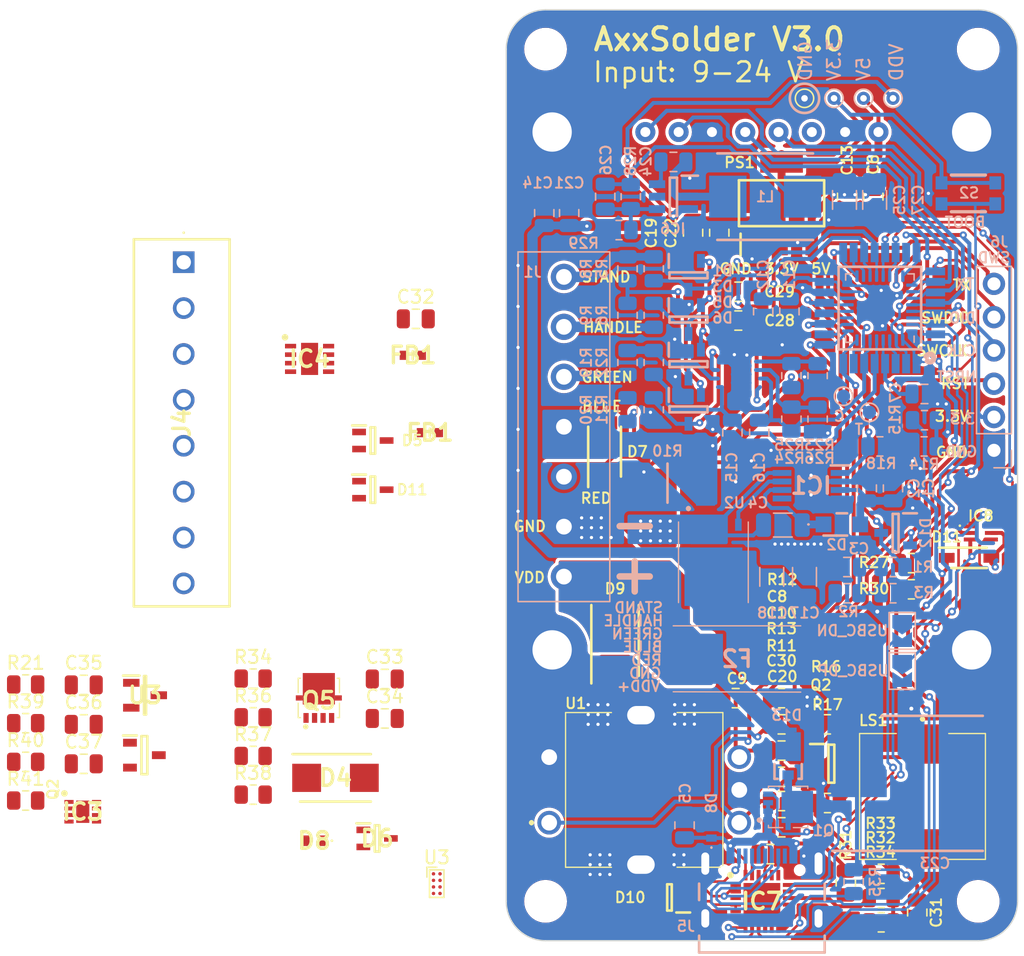
<source format=kicad_pcb>
(kicad_pcb (version 20221018) (generator pcbnew)
  (layers (0 "F.Cu" signal) (31 "B.Cu" signal) (34 "B.Paste" user) (35 "F.Paste" user) (36 "B.SilkS" user "B.Silkscreen") (37 "F.SilkS" user "F.Silkscreen") (38 "B.Mask" user) (39 "F.Mask" user) (44 "Edge.Cuts" user))
  (net 0 "")
  (net 1 "Net-(IC1-BOOST)")
  (net 2 "/SPI_CS")
  (net 3 "+3.3V")
  (net 4 "/ENC_B")
  (net 5 "/ENC_A")
  (net 6 "/SWCLK")
  (net 7 "/SWDIO")
  (net 8 "Net-(C3-Pad1)")
  (net 9 "+5V")
  (net 10 "/RED")
  (net 11 "Net-(Q2-Pad1)")
  (net 12 "/BLUE")
  (net 13 "/Stand_inp")
  (net 14 "/GREEN")
  (net 15 "/SPI_MOSI")
  (net 16 "/SPI_SCK")
  (net 17 "/Thermocouple_1")
  (net 18 "/SPI_DC")
  (net 19 "/SPI_RST")
  (net 20 "/Buzzer")
  (net 21 "/Stand_sense")
  (net 22 "GND")
  (net 23 "VDD")
  (net 24 "/Handle_sense")
  (net 25 "/Current_1")
  (net 26 "/SD_CS")
  (net 27 "Net-(IC4-+IN_B)")
  (net 28 "Net-(IC4--IN_B)")
  (net 29 "Net-(LS1--)")
  (net 30 "Net-(IC6-BOOT)")
  (net 31 "Net-(IC6-SW)")
  (net 32 "Net-(IC6-FB)")
  (net 33 "/NRST")
  (net 34 "/USB_D-")
  (net 35 "/USB_D+")
  (net 36 "/VBUS")
  (net 37 "/SCL")
  (net 38 "/SDA")
  (net 39 "Net-(IC7-VREG_2V7)")
  (net 40 "Net-(IC7-VREG_1V2)")
  (net 41 "Net-(C31-Pad1)")
  (net 42 "Net-(IC7-DISCH)")
  (net 43 "Net-(IC7-VBUS_EN_SNK)")
  (net 44 "Net-(IC7-VBUS_VS_DISCH)")
  (net 45 "/USB_PD_GATE")
  (net 46 "/Handle_inp2")
  (net 47 "/Handle_inp1")
  (net 48 "Net-(IC4--IN_A)")
  (net 49 "Net-(IC4-+IN_A)")
  (net 50 "Net-(IC2-VDDA)")
  (net 58 "Net-(J5-DP1)")
  (net 59 "Net-(J5-DN1)")
  (net 60 "Net-(IC1-TG)")
  (net 61 "Net-(D6-common)")
  (net 62 "Net-(D5-common)")
  (net 63 "Net-(D13-A)")
  (net 64 "Net-(D10-CATHODE_2)")
  (net 65 "Net-(D10-CATHODE_1)")
  (net 66 "/V_BUS")
  (net 67 "/VDD_IN")
  (net 68 "/USB_DP")
  (net 69 "/USB_DN")
  (net 70 "/MCU_TX")
  (net 71 "/CC2")
  (net 72 "/CC1")
  (net 73 "Net-(Q5-G)")
  (net 77 "/SW1")
  (net 78 "/TC")
  (net 79 "/Current")
  (net 80 "/Handle_sense2")
  (net 81 "/Handle_sense1")
  (net 82 "/SW2")
  (net 83 "/SW3")
  (net 84 "Net-(IC3A--)")
  (net 85 "Net-(IC3A-+)")
  (net 86 "/VDD_inp")
  (net 87 "/Heater")
  (net 88 "/SW_2")
  (net 89 "/SW_3")
  (net 90 "Net-(IC3B-+)")
  (net 91 "Net-(IC3B--)")
  (net 92 "Net-(Q2-G)")
  (footprint "PEC11L-4220F-S0015:PEC11L4220FS0015" (layer "F.Cu") (at 106.8 106.5 90)
    (fp_text reference "U1")
    (fp_text value "PEC11L-4220F-S0015" hide)
  )
  (footprint "Capacitor_SMD:C_0805_2012Metric" (layer "F.Cu") (at 114.5 99.5 180)
    (fp_text reference "C9")
    (fp_text value "100n")
  )
  (footprint "Capacitor_SMD:C_0805_2012Metric" (layer "F.Cu") (at 118 103.5)
    (fp_text reference "C10")
    (fp_text value "100n")
  )
  (footprint "Resistor_SMD:R_0805_2012Metric" (layer "F.Cu") (at 122.9 113.6 90)
    (fp_text reference "R31")
    (fp_text value "1k")
  )
  (footprint "footprints:691243110008" (layer "F.Cu") (at 72.4 66.25 90)
    (fp_text reference "J4")
    (fp_text value "691243110008" hide)
  )
  (footprint "footprints:ESDA25P351U1M" (layer "F.Cu") (at 82.35 110.375)
    (fp_text reference "D8")
    (fp_text value "ESDA25P35" hide)
  )
  (footprint "MountingHole:MountingHole_3mm" (layer "F.Cu") (at 100 115)
    (fp_text reference "H2" hide)
    (fp_text value "MountingHole" hide)
  )
  (footprint "Resistor_SMD:R_0805_2012Metric" (layer "F.Cu") (at 77.695 103.91)
    (fp_text reference "R37")
    (fp_text value "4k7")
  )
  (footprint "Capacitor_SMD:C_0805_2012Metric" (layer "F.Cu") (at 64.775 104.51)
    (fp_text reference "C37")
    (fp_text value "100n")
  )
  (footprint "Capacitor_SMD:C_0805_2012Metric" (layer "F.Cu") (at 123 61.25 90)
    (fp_text reference "C13")
    (fp_text value "100n")
  )
  (footprint "footprints:SON50P200X200X80-9N" (layer "F.Cu") (at 64.7 108.165)
    (fp_text reference "IC3")
    (fp_text value "OPA2387DSGT" hide)
  )
  (footprint "MountingHole:MountingHole_3mm" (layer "F.Cu") (at 133 50)
    (fp_text reference "H3" hide)
    (fp_text value "MountingHole" hide)
  )
  (footprint "Resistor_SMD:R_0805_2012Metric" (layer "F.Cu") (at 125.6 112.9 180)
    (fp_text reference "R33")
    (fp_text value "100")
  )
  (footprint "ESDA25W:SOT65P210X110-3N" (layer "F.Cu") (at 109.45 114.7 180)
    (fp_text reference "D10")
    (fp_text value "ESDA25W" hide)
  )
  (footprint "footprints:DIOM5436X261N" (layer "F.Cu") (at 83.975 105.58)
    (fp_text reference "D4")
    (fp_text value "SMBJ24A" hide)
  )
  (footprint "Capacitor_SMD:C_0805_2012Metric" (layer "F.Cu") (at 64.775 101.5)
    (fp_text reference "C36")
    (fp_text value "100n")
  )
  (footprint "Resistor_SMD:R_0805_2012Metric" (layer "F.Cu") (at 118 99.5 180)
    (fp_text reference "R12")
    (fp_text value "10k")
  )
  (footprint "footprints:BLM18SP221SN1B" (layer "F.Cu") (at 89.875 73.35)
    (fp_text reference "FB1")
    (fp_text value "BLM18HE601SN1D" hide)
  )
  (footprint "Capacitor_SMD:C_0805_2012Metric" (layer "F.Cu") (at 125 61.25 90)
    (fp_text reference "C6")
    (fp_text value "10u")
  )
  (footprint "Capacitor_SMD:C_0805_2012Metric" (layer "F.Cu") (at 114.7 68.5 180)
    (fp_text reference "C29")
    (fp_text value "100n")
  )
  (footprint "2N7002NXAKR:SOT95P230X110-3N" (layer "F.Cu") (at 121.8 104.5)
    (fp_text reference "Q2")
    (fp_text value "2N7002NXAKR" hide)
  )
  (footprint "Capacitor_SMD:C_0805_2012Metric" (layer "F.Cu") (at 117.15 111.4)
    (fp_text reference "C20")
    (fp_text value "1u")
  )
  (footprint "Library:SOT65P210X110-3N" (layer "F.Cu") (at 86.825 83.6)
    (fp_text reference "D11")
    (fp_text value "BAV199WQ-7" hide)
  )
  (footprint "Resistor_SMD:R_0805_2012Metric" (layer "F.Cu") (at 121.5 101.5 180)
    (fp_text reference "R16")
    (fp_text value "10k")
  )
  (footprint "Resistor_SMD:R_0805_2012Metric" (layer "F.Cu") (at 77.695 100.96)
    (fp_text reference "R36")
    (fp_text value "1k")
  )
  (footprint "Resistor_SMD:R_0805_2012Metric" (layer "F.Cu") (at 118 107.35)
    (fp_text reference "R11")
    (fp_text value "10k")
  )
  (footprint "CMI-9653S-SMT-TR:CMI9653SSMTTR" (layer "F.Cu") (at 128.75 106.75 -90)
    (fp_text reference "LS1")
    (fp_text value "CMI-9653S-SMT-TR" hide)
  )
  (footprint "Resistor_SMD:R_0805_2012Metric" (layer "F.Cu") (at 77.695 106.86)
    (fp_text reference "R38")
    (fp_text value "22k")
  )
  (footprint "Resistor_SMD:R_0805_2012Metric" (layer "F.Cu") (at 121.5 107.5)
    (fp_text reference "R17")
    (fp_text value "4k7")
  )
  (footprint "footprints:SOT65P210X110-3N" (layer "F.Cu") (at 87.15 110.2)
    (fp_text reference "D6")
    (fp_text value "ESDA25W" hide)
  )
  (footprint "Capacitor_SMD:C_0805_2012Metric" (layer "F.Cu") (at 111.25 64 -90)
    (fp_text reference "C19")
    (fp_text value "10u")
  )
  (footprint "footprints:BLM18SP221SN1B" (layer "F.Cu") (at 91.175 79.25)
    (fp_text reference "FB1")
    (fp_text value "BLM18HE601SN1D" hide)
  )
  (footprint "PMEG10030ELPX:SODFL4725X110N" (layer "F.Cu") (at 104.5 80.7 90)
    (fp_text reference "D7")
    (fp_text value "PMEG10030ELPX" hide)
  )
  (footprint "TestPoint:TestPoint_THTPad_D1.0mm_Drill0.5mm" (layer "F.Cu") (at 119.75 53.75)
    (fp_text reference "TP3" hide)
    (fp_text value "GND_TP")
  )
  (footprint "Resistor_SMD:R_0805_2012Metric" (layer "F.Cu") (at 60.345 107.31)
    (fp_text reference "R41")
    (fp_text value "10k")
  )
  (footprint "1N5819HW-7-F:SOD3716X145N" (layer "F.Cu") (at 132.3 88.8)
    (fp_text reference "D11")
    (fp_text value "1N5819HW-7-F" hide)
  )
  (footprint "footprints:SOT95P237X95-3N" (layer "F.Cu") (at 69.45 99.28)
    (fp_text reference "U3")
    (fp_text value "TPD2E2U06QDBZRQ1" hide)
  )
  (footprint "Capacitor_SMD:C_0805_2012Metric" (layer "F.Cu") (at 87.735 98.04)
    (fp_text reference "C33")
    (fp_text value "1u")
  )
  (footprint "Resistor_SMD:R_0805_2012Metric" (layer "F.Cu") (at 125.6 116.6 180)
    (fp_text reference "R34")
    (fp_text value "22k")
  )
  (footprint "LD1117AS33TR:SOT230P700X190-4N" (layer "F.Cu") (at 118 61.75 90)
    (fp_text reference "PS1")
    (fp_text value "LD1117AS33TR" hide)
  )
  (footprint "Resistor_SMD:R_0805_2012Metric" (layer "F.Cu") (at 60.345 104.36)
    (fp_text reference "R40")
    (fp_text value "10k")
  )
  (footprint "Capacitor_SMD:C_0805_2012Metric" (layer "F.Cu") (at 113.25 64 -90)
    (fp_text reference "C22")
    (fp_text value "100n")
  )
  (footprint "Resistor_SMD:R_0805_2012Metric" (layer "F.Cu") (at 77.695 98.01)
    (fp_text reference "R34")
    (fp_text value "10k")
  )
  (footprint "Resistor_SMD:R_0805_2012Metric" (layer "F.Cu") (at 60.345 98.46)
    (fp_text reference "R21")
    (fp_text value "10k")
  )
  (footprint "Capacitor_SMD:C_0805_2012Metric" (layer "F.Cu") (at 64.775 98.49)
    (fp_text reference "C35")
    (fp_text value "100n")
  )
  (footprint "Capacitor_SMD:C_0805_2012Metric" (layer "F.Cu") (at 90.1 70.57)
    (fp_text reference "C32")
    (fp_text value "10u")
  )
  (footprint "SMBJ24CA:DIOM5436X261N" (layer "F.Cu") (at 105.3 95.1 90)
    (fp_text reference "D9")
    (fp_text value "SMBJ24CA" hide)
  )
  (footprint "Resistor_SMD:R_0805_2012Metric" (layer "F.Cu") (at 118 105.5 180)
    (fp_text reference "R13")
    (fp_text value "10k")
  )
  (footprint "1_5inch-rgb-oled-module_asm-1110:1_5inch-rgb-oled-module_asm-1110" (layer "F.Cu") (at 116.5 56.32 180)
    (fp_text reference "D4" hide)
    (fp_text value "Waveshare 1.5inch OLED Module")
  )
  (footprint "Capacitor_SMD:C_0805_2012Metric" (layer "F.Cu") (at 87.735 101.05)
    (fp_text reference "C34")
    (fp_text value "100n")
  )
  (footprint "Capacitor_SMD:C_0805_2012Metric" (layer "F.Cu") (at 118 109.35)
    (fp_text reference "C30")
    (fp_text value "1u")
  )
  (footprint "Library:SOT95P230X110-3N" (layer "F.Cu") (at 69.4 103.85)
    (fp_text reference "Q2")
    (fp_text value "2N7002NXAKR" hide)
  )
  (footprint "Resistor_SMD:R_0805_2012Metric" (layer "F.Cu") (at 125.6 114.75)
    (fp_text reference "R32")
    (fp_text value "22k")
  )
  (footprint "Capacitor_SMD:C_0805_2012Metric" (layer "F.Cu") (at 118 101.5)
    (fp_text reference "C8")
    (fp_text value "100n")
  )
  (footprint "Package_BGA:Texas_DSBGA-8_0.9x1.9mm_Layout2x4_P0.5mm" (layer "F.Cu") (at 91.7 113.65)
    (fp_text reference "U3")
    (fp_text value "OPA2376xxYZD")
  )
  (footprint "Capacitor_SMD:C_0805_2012Metric" (layer "F.Cu") (at 128.35 115.85 90)
    (fp_text reference "C31")
    (fp_text value "100n")
  )
  (footprint "MountingHole:MountingHole_3mm" (layer "F.Cu") (at 100 50)
    (fp_text reference "H4" hide)
    (fp_text value "MountingHole" hide)
  )
  (footprint "Resistor_SMD:R_0805_2012Metric" (layer "F.Cu") (at 127.9 91.2)
    (fp_text reference "R30")
    (fp_text value "4k7")
  )
  (footprint "Capacitor_SMD:C_0805_2012Metric" (layer "F.Cu") (at 114.7 70.7 180)
    (fp_text reference "C28")
    (fp_text value "100n")
  )
  (footprint "footprints:STL20N6F7" (layer "F.Cu") (at 82.705 99.485)
    (fp_text reference "Q5")
    (fp_text value "STL9P3LLH6" hide)
  )
  (footprint "Library:SOT65P210X110-3N" (layer "F.Cu") (at 86.825 79.85)
    (fp_text reference "D5")
    (fp_text value "BAV199WQ-7" hide)
  )
  (footprint "Resistor_SMD:R_0805_2012Metric" (layer "F.Cu") (at 60.345 101.41)
    (fp_text reference "R39")
    (fp_text value "360k")
  )
  (footprint "USBLC6-2P6:USBLC62P6" (layer "F.Cu") (at 133.2 86.9 -90)
    (fp_text reference "IC8")
    (fp_text value "USBLC6-2P6" hide)
  )
  (footprint "footprints:SON65P300X300X100-9N-D" (layer "F.Cu") (at 82 73.625)
    (fp_text reference "IC4")
    (fp_text value "OPA2387DSGT" hide)
  )
  (footprint "Resistor_SMD:R_0805_2012Metric" (layer "F.Cu") (at 127.9 89.2)
    (fp_text reference "R27")
    (fp_text value "4k7")
  )
  (footprint "footprints:QFN50P400X400X100-25N-D" (layer "F.Cu") (at 116.5 115)
    (fp_text reference "IC7")
    (fp_text value "STUSB4500QTR" hide)
  )
  (footprint "BAT54S,215:SOT95P230X110-3N" (layer "B.Cu") (at 110.9 70.625 -90)
    (fp_text reference "D3")
    (fp_text value "BAT54S" hide)
  )
  (footprint "691243310007:691243310007" (layer "B.Cu") (at 101.4 78.8 -90)
    (fp_text reference "J1")
    (fp_text value "Conn_01x07_Male")
  )
  (footprint "WSLP25122L500FEA:RESC6432X89N" (layer "B.Cu") (at 109.3 83.1 180)
    (fp_text reference "R10")
    (fp_text value "2m" hide)
  )
  (footprint "Resistor_SMD:R_0805_2012Metric" (layer "B.Cu") (at 106.5 61.25 -90)
    (fp_text reference "R28")
    (fp_text value "100k")
  )
  (footprint "Capacitor_SMD:C_0805_2012Metric" (layer "B.Cu") (at 126.5 83.5 90)
    (fp_text reference "C1")
    (fp_text value "10u")
  )
  (footprint "TestPoint:TestPoint_Pad_D1.0mm" (layer "B.Cu") (at 124.7 77.7 180)
    (fp_text reference "TP5" hide)
    (fp_text value "TC_TP")
  )
  (footprint "TestPoint:TestPoint_Pad_D1.0mm" (layer "B.Cu") (at 122.725 76.475 180)
    (fp_text reference "TP6" hide)
    (fp_text value "Current_TP" hide)
  )
  (footprint "BSC014N04LS:BSC014N04LS" (layer "B.Cu") (at 112.8 92.2125)
    (fp_text reference "U2")
    (fp_text value "BSC014N04LS")
  )
  (footprint "Resistor_SMD:R_0805_2012Metric" (layer "B.Cu") (at 108.25 70.3 -90)
    (fp_text reference "R6")
    (fp_text value "4k7")
  )
  (footprint "Resistor_SMD:R_0805_2012Metric" (layer "B.Cu") (at 108.25 77.5 -90)
    (fp_text reference "R21")
    (fp_text value "360k")
  )
  (footprint "Resistor_SMD:R_0805_2012Metric" (layer "B.Cu") (at 106.25 73.9 90)
    (fp_text reference "R19")
    (fp_text value "1k5")
  )
  (footprint "Capacitor_SMD:C_0805_2012Metric" (layer "B.Cu") (at 123 89.5 180)
    (fp_text reference "C3")
    (fp_text value "100n")
  )
  (footprint "ESDA25P35-1U1M:ESDA25P351U1M" (layer "B.Cu") (at 112.65 109.55 -90)
    (fp_text reference "D8")
    (fp_text value "ESDA25P35-1U1M" hide)
  )
  (footprint "SRP7028CC-100M:INDPM7366X300N" (layer "B.Cu") (at 116.75 61.25)
    (fp_text reference "L1")
    (fp_text value "SRP7028CC" hide)
  )
  (footprint "TestPoint:TestPoint_Pad_D1.0mm" (layer "B.Cu") (at 122.725 76.475 180)
    (fp_text reference "TP6" hide)
    (fp_text value "Current_TP")
  )
  (footprint "Capacitor_SMD:C_1206_3216Metric" (layer "B.Cu") (at 119.75 90.25 90)
    (fp_text reference "C17")
    (fp_text value "22u/35V")
  )
  (footprint "Resistor_SMD:R_0805_2012Metric" (layer "B.Cu") (at 106.25 77.5 90)
    (fp_text reference "R20")
    (fp_text value "1k5")
  )
  (footprint "Capacitor_SMD:C_0805_2012Metric" (layer "B.Cu") (at 99.9 62.5 -90)
    (fp_text reference "C14")
    (fp_text value "10u")
  )
  (footprint "Capacitor_SMD:C_0805_2012Metric" (layer "B.Cu") (at 116.3 79.25 -90)
    (fp_text reference "C16")
    (fp_text value "1n")
  )
  (footprint "Resistor_SMD:R_0805_2012Metric" (layer "B.Cu") (at 123 91.5)
    (fp_text reference "R2")
    (fp_text value "47k")
  )
  (footprint "Resistor_SMD:R_0805_2012Metric" (layer "B.Cu") (at 126.5 91.5)
    (fp_text reference "R3")
    (fp_text value "6k8")
  )
  (footprint "BAT54S,215:SOT95P230X110-3N" (layer "B.Cu") (at 126.7 86.9 180)
    (fp_text reference "D12")
    (fp_text value "BAT54S" hide)
  )
  (footprint "BAT54S,215:SOT95P230X110-3N" (layer "B.Cu") (at 110.9 67.25 -90)
    (fp_text reference "D1")
    (fp_text value "BAT54S" hide)
  )
  (footprint "Resistor_SMD:R_0805_2012Metric" (layer "B.Cu") (at 106.25 66.75 90)
    (fp_text reference "R8")
    (fp_text value "10k")
  )
  (footprint "Capacitor_SMD:C_1206_3216Metric" (layer "B.Cu") (at 117.25 90.25 90)
    (fp_text reference "C18")
    (fp_text value "22u/35V")
  )
  (footprint "Resistor_SMD:R_0805_2012Metric" (layer "B.Cu") (at 108.25 73.9 90)
    (fp_text reference "R22")
    (fp_text value "360k")
  )
  (footprint "KMR211G_LFS:KMR_2" (layer "B.Cu") (at 132.25 61 180)
    (fp_text reference "S2")
    (fp_text value "KMR211G_LFS" hide)
  )
  (footprint "Resistor_SMD:R_0805_2012Metric" (layer "B.Cu") (at 105.6 63.8 180)
    (fp_text reference "R29")
    (fp_text value "13k3")
  )
  (footprint "0154007:0154100DR" (layer "B.Cu") (at 114.6 96.5 180)
    (fp_text reference "F2")
    (fp_text value "0154007.DRL" hide)
  )
  (footprint "Resistor_SMD:R_0805_2012Metric" (layer "B.Cu") (at 128.875 80.3)
    (fp_text reference "R14")
    (fp_text value "10k")
  )
  (footprint "Resistor_SMD:R_0805_2012Metric" (layer "B.Cu") (at 120.75 78.2125 90)
    (fp_text reference "R26")
    (fp_text value "4k7")
  )
  (footprint "TestPoint:TestPoint_THTPad_D1.0mm_Drill0.5mm" (layer "B.Cu") (at 122 53.75 180)
    (fp_text reference "TP9" hide)
    (fp_text value "3.3V_TP" hide)
  )
  (footprint "Resistor_SMD:R_0805_2012Metric" (layer "B.Cu") (at 120.75 74.9 -90)
    (fp_text reference "R23")
    (fp_text value "220k")
  )
  (footprint "Resistor_SMD:R_0805_2012Metric" (layer "B.Cu") (at 108.25 66.75 90)
    (fp_text reference "R5")
    (fp_text value "4k7")
  )
  (footprint "Capacitor_SMD:C_0805_2012Metric" (layer "B.Cu") (at 118.6 70 -90)
    (fp_text reference "C11")
    (fp_text value "100n")
  )
  (footprint "Resistor_SMD:R_0805_2012Metric" (layer "B.Cu") (at 125.5 80.3)
    (fp_text reference "R18")
    (fp_text value "10k")
  )
  (footprint "TestPoint:TestPoint_Pad_D1.0mm" (layer "B.Cu") (at 124.7 77.7 180)
    (fp_text reference "TP5" hide)
    (fp_text value "Thermocouple_TP" hide)
  )
  (footprint "MountingHole:MountingHole_3mm" (layer "B.Cu") (at 133 115 180)
    (fp_text reference "H1" hide)
    (fp_text value "MountingHole" hide)
  )
  (footprint "V7NM103-M3_I:V7NM103M3I" (layer "B.Cu") (at 118.5 103.73 -90)
    (fp_text reference "D13")
    (fp_text value "V7NM103-M3_I" hide)
  )
  (footprint "Resistor_SMD:R_0805_2012Metric" (layer "B.Cu") (at 123.5 113.5 90)
    (fp_text reference "R35")
    (fp_text value "1k")
  )
  (footprint "Connector_PinSocket_2.54mm:PinSocket_1x06_P2.54mm_Vertical" (layer "B.Cu") (at 134.2 80.6)
    (fp_text reference "J6")
    (fp_text value "Conn_01x06_Socket" hide)
  )
  (footprint "USB4105-GF-A:GCT_USB4105-GF-A-120" (layer "B.Cu") (at 116.5 116.3 180)
    (fp_text reference "J5")
    (fp_text value "USB4105-GF-A-120")
  )
  (footprint "TestPoint:TestPoint_THTPad_D1.0mm_Drill0.5mm" (layer "B.Cu") (at 124.25 53.75 180)
    (fp_text reference "TP7" hide)
    (fp_text value "5V_TP" hide)
  )
  (footprint "Capacitor_SMD:C_1206_3216Metric" (layer "B.Cu") (at 125.1 61.5 90)
    (fp_text reference "C27")
    (fp_text value "22u")
  )
  (footprint "TPS54302DDCR:SOT95P280X110-6N" (layer "B.Cu") (at 109.75 61.25 180)
    (fp_text reference "IC6")
    (fp_text value "TPS54302DDCR" hide)
  )
  (footprint "PMEG6020ER,115:PMEG6020ER115" (layer "B.Cu") (at 122.6 86.25)
    (fp_text reference "D2")
    (fp_text value "PMEG6020ER" hide)
  )
  (footprint "BAT54S,215:SOT95P230X110-3N" (layer "B.Cu") (at 110.9 74.025 -90)
    (fp_text reference "D5")
    (fp_text value "BAT54S" hide)
  )
  (footprint "footprints:SOP65P490X110-9N" (layer "B.Cu") (at 120.25 83.3 180)
    (fp_text reference "IC1")
    (fp_text value "LTC4440AHMS8E" hide)
  )
  (footprint "Capacitor_SMD:C_1206_3216Metric" (layer "B.Cu") (at 118.1 86.3)
    (fp_text reference "C4")
    (fp_text value "22u")
  )
  (footprint "Resistor_SMD:R_0805_2012Metric" (layer "B.Cu") (at 118.75 78.2125 -90)
    (fp_text reference "R24")
    (fp_text value "220k")
  )
  (footprint "Package_DFN_QFN:UFQFPN-32-1EP_5x5mm_P0.5mm_EP3.5x3.5mm" (layer "B.Cu") (at 125.5 69.75 90)
    (fp_text reference "IC5" hide)
    (fp_text value "STM32G431KBT6")
  )
  (footprint "Capacitor_SMD:C_0805_2012Metric" (layer "B.Cu") (at 110.6 109.2 -90)
    (fp_text reference "C5")
    (fp_text value "4.7u")
  )
  (footprint "Capacitor_SMD:C_0805_2012Metric" (layer "B.Cu") (at 128.9 76.3 180)
    (fp_text reference "C7")
    (fp_text value "100n")
  )
  (footprint "Resistor_SMD:R_0805_2012Metric" (layer "B.Cu") (at 106.25 70.3 -90)
    (fp_text reference "R9")
    (fp_text value "10k")
  )
  (footprint "Capacitor_SMD:C_1206_3216Metric" (layer "B.Cu") (at 122.8 61.5 90)
    (fp_text reference "C25")
    (fp_text value "22u")
  )
  (footprint "TestPoint:TestPoint_THTPad_D1.0mm_Drill0.5mm" (layer "B.Cu") (at 126.5 53.75 180)
    (fp_text reference "TP8" hide)
    (fp_text value "VDD_TP" hide)
  )
  (footprint "Capacitor_SMD:C_0805_2012Metric" (layer "B.Cu") (at 101.8 62.5 -90)
    (fp_text reference "C21")
    (fp_text value "100n")
  )
  (footprint "Resistor_SMD:R_0805_2012Metric" (layer "B.Cu") (at 128.9 78.3 180)
    (fp_text reference "R15")
    (fp_text value "220")
  )
  (footprint "Resistor_SMD:R_0805_2012Metric" (layer "B.Cu") (at 126.5 89.5)
    (fp_text reference "R1")
    (fp_text value "4k7")
  )
  (footprint "Resistor_SMD:R_0805_2012Metric" (layer "B.Cu") (at 118.75 74.9 -90)
    (fp_text reference "R25")
    (fp_text value "4k7")
  )
  (footprint "Capacitor_SMD:C_0805_2012Metric" (layer "B.Cu") (at 116.6 70 -90)
    (fp_text reference "C12")
    (fp_text value "10u")
  )
  (footprint "Capacitor_SMD:C_0805_2012Metric" (layer "B.Cu") (at 109.75 58.6)
    (fp_text reference "C24")
    (fp_text value "100n")
  )
  (footprint "STL9P3LLH6:STL20N6F7" (layer "B.Cu") (at 118.5 107.8 90)
    (fp_text reference "Q1")
    (fp_text value "STL9P3LLH6" hide)
  )
  (footprint "Capacitor_SMD:C_0805_2012Metric" (layer "B.Cu") (at 124.5 83.5 90)
    (fp_text reference "C2")
    (fp_text value "100n")
  )
  (footprint "Jumper:SolderJumper-2_P1.3mm_Open_TrianglePad1.0x1.5mm" (layer "B.Cu") (at 127.2 97.425 -90)
    (fp_text reference "JP1" hide)
    (fp_text value "SolderJumper_2_Open")
  )
  (footprint "EMZR500ARA331MJA0G:CAPAE1030X1050N" (layer "B.Cu") (at 128.2 106)
    (fp_text reference "C23")
    (fp_text value "330u" hide)
  )
  (footprint "BAT54S,215:SOT95P230X110-3N" (layer "B.Cu") (at 110.9 77.475 -90)
    (fp_text reference "D6")
    (fp_text value "BAT54S" hide)
  )
  (footprint "Capacitor_SMD:C_0805_2012Metric" (layer "B.Cu") (at 104.55 61.25 90)
    (fp_text reference "C26")
    (fp_text value "75p")
  )
  (footprint "Capacitor_SMD:C_0805_2012Metric" (layer "B.Cu") (at 114.25 79.25 -90)
    (fp_text reference "C15")
    (fp_text value "1n" hide)
  )
  (footprint "STM32G431KBT6:QFP80P900X900X160-32N" (layer "B.Cu") (at 125.5 69.75 90)
    (fp_text reference "IC2" hide)
    (fp_text value "STM32G431KBT6" hide)
  )
  (footprint "Jumper:SolderJumper-2_P1.3mm_Open_TrianglePad1.0x1.5mm" (layer "B.Cu") (at 127.2 94.375 -90)
    (fp_text reference "JP2" hide)
    (fp_text value "SolderJumper_2_Open")
  )
  (gr_circle (center 119.75 53.75) (end 120.868034 53.75) (stroke (width 0.2)) (fill none) (layer "B.SilkS"))
  (gr_line (start 122.2 87.1) (end 121.2 87.1) (stroke (width 0.2)) (layer "B.SilkS"))
  (gr_arc (start 133 47) (mid 135.12132 47.87868) (end 136 50) (stroke (width 0.1)) (layer "Edge.Cuts"))
  (gr_line (start 97 115) (end 97 50) (stroke (width 0.1)) (layer "Edge.Cuts"))
  (gr_arc (start 136 115) (mid 135.12132 117.12132) (end 133 118) (stroke (width 0.1)) (layer "Edge.Cuts"))
  (gr_line (start 133 118) (end 100 118) (stroke (width 0.1)) (layer "Edge.Cuts"))
  (gr_arc (start 100 118) (mid 97.87868 117.12132) (end 97 115) (stroke (width 0.1)) (layer "Edge.Cuts"))
  (gr_line (start 136 50) (end 136 115) (stroke (width 0.1)) (layer "Edge.Cuts"))
  (gr_arc (start 97 50) (mid 97.87868 47.87868) (end 100 47) (stroke (width 0.1)) (layer "Edge.Cuts"))
  (gr_line (start 100 47) (end 133 47) (stroke (width 0.1)) (layer "Edge.Cuts"))
  (gr_text "T" (at 123.9 79) (layer "B.SilkS") (effects (font (size 0.8 0.8)) (justify mirror)))
  (gr_text "NRST" (at 131.338729 75) (layer "B.SilkS") (effects (font (size 0.8 0.8)) (justify mirror)))
  (gr_text "-" (at 106.8 86.6 180) (layer "B.SilkS") (effects (font (size 3 3) (thickness 0.5) bold) (justify mirror)))
  (gr_text "TX" (at 132 67.9) (layer "B.SilkS") (effects (font (size 0.8 0.8)) (justify mirror)))
  (gr_text "VDD+" (at 107.1 98.6) (layer "B.SilkS") (effects (font (size 0.8 0.8)) (justify mirror)))
  (gr_text "BLUE" (at 107.4 95.6) (layer "B.SilkS") (effects (font (size 0.8 0.8)) (justify mirror)))
  (gr_text "CLK" (at 131.7 73) (layer "B.SilkS") (effects (font (size 0.8 0.8)) (justify mirror)))
  (gr_text "DIO" (at 131.8 70.5) (layer "B.SilkS") (effects (font (size 0.8 0.8)) (justify mirror)))
  (gr_text "VDD" (at 126.75 51 90) (layer "B.SilkS") (effects (font (size 1 1)) (justify mirror)))
  (gr_text "USBC_DP" (at 123.45 97.4) (layer "B.SilkS") (effects (font (size 0.8 0.8)) (justify mirror)))
  (gr_text "GREEN" (at 107 94.6) (layer "B.SilkS") (effects (font (size 0.8 0.8)) (justify mirror)))
  (gr_text "GND" (at 131.7 80.7) (layer "B.SilkS") (effects (font (size 0.8 0.8)) (justify mirror)))
  (gr_text "3.3V" (at 122 50.809524 90) (layer "B.SilkS") (effects (font (size 1 1)) (justify mirror)))
  (gr_text "3.3" (at 131.8 78.2) (layer "B.SilkS") (effects (font (size 0.8 0.8)) (justify mirror)))
  (gr_text "GND" (at 107.6 97.6) (layer "B.SilkS") (effects (font (size 0.8 0.8)) (justify mirror)))
  (gr_text "SWD" (at 134.2 65.9) (layer "B.SilkS") (effects (font (size 0.8 0.8)) (justify mirror)))
  (gr_text "GND" (at 119.799667 50.904762 90) (layer "B.SilkS") (effects (font (size 1 1)) (justify mirror)))
  (gr_text "BOOT" (at 132 63.2) (layer "B.SilkS") (effects (font (size 0.8 0.8)) (justify mirror)))
  (gr_text "HANDLE" (at 106.7 93.6) (layer "B.SilkS") (effects (font (size 0.8 0.8)) (justify mirror)))
  (gr_text "RED" (at 107.7 96.6) (layer "B.SilkS") (effects (font (size 0.8 0.8)) (justify mirror)))
  (gr_text "USBC_DN" (at 123.4 94.35) (layer "B.SilkS") (effects (font (size 0.8 0.8)) (justify mirror)))
  (gr_text "C" (at 122.4 78) (layer "B.SilkS") (effects (font (size 0.8 0.8)) (justify mirror)))
  (gr_text "+" (at 106.8 90) (layer "B.SilkS") (effects (font (size 3 3) (thickness 0.5) bold) (justify mirror)))
  (gr_text "5V" (at 124.25 51.523809 90) (layer "B.SilkS") (effects (font (size 1 1)) (justify mirror)))
  (gr_text "STAND" (at 107.1 92.6) (layer "B.SilkS") (effects (font (size 0.8 0.8)) (justify mirror)))
  (gr_text "AxxSolder V3.0" (at 103.5 49.25) (layer "F.SilkS") (effects (font (size 1.7 1.7) (thickness 0.3)) (justify left)))
  (gr_text "GND" (at 131 80.75) (layer "F.SilkS") (effects (font (size 0.8 0.8))))
  (gr_text "BLUE" (at 104.3 77.25) (layer "F.SilkS") (effects (font (size 0.8 0.8))))
  (gr_text "3.3V" (at 131 78) (layer "F.SilkS") (effects (font (size 0.8 0.8))))
  (gr_text "STAND\n" (at 104.625 67.375) (layer "F.SilkS") (effects (font (size 0.8 0.8))))
  (gr_text "3.3V" (at 118 66.75) (layer "F.SilkS") (effects (font (size 0.8 0.8))))
  (gr_text "SWCLK" (at 130.25 73) (layer "F.SilkS") (effects (font (size 0.8 0.8))))
  (gr_text "GREEN" (at 104.7 75.025) (layer "F.SilkS") (effects (font (size 0.8 0.8))))
  (gr_text "RED" (at 103.85 84.25) (layer "F.SilkS") (effects (font (size 0.8 0.8))))
  (gr_text "GND" (at 98.8 86.4) (layer "F.SilkS") (effects (font (size 0.8 0.8))))
  (gr_text "VDD" (at 98.8 90.3) (layer "F.SilkS") (effects (font (size 0.8 0.8))))
  (gr_text "SWDIO" (at 130.5 70.5) (layer "F.SilkS") (effects (font (size 0.8 0.8))))
  (gr_text "RST" (at 131.25 75.5) (layer "F.SilkS") (effects (font (size 0.8 0.8))))
  (gr_text "Input: 9-24 V" (at 103.5 51.75) (layer "F.SilkS") (effects (font (size 1.5 1.5) (thickness 0.2)) (justify left)))
  (gr_text "TX" (at 131.75 68) (layer "F.SilkS") (effects (font (size 0.8 0.8))))
  (gr_text "GND" (at 114.5 66.75) (layer "F.SilkS") (effects (font (size 0.8 0.8))))
  (gr_text "5V" (at 121 66.75) (layer "F.SilkS") (effects (font (size 0.8 0.8))))
  (gr_text "HANDLE" (at 105.15 71.225) (layer "F.SilkS") (effects (font (size 0.8 0.8))))
  (segment (start 115.65 70.249782) (end 114.700218 69.3) (width 0.3) (layer "F.Cu") (net 0))
  (segment (start 115.65 70.7) (end 115.65 70.249782) (width 0.3) (layer "F.Cu") (net 0))
  (segment (start 108.3875 69.3875) (end 109.85 70.85) (width 0.3) (layer "B.Cu") (net 0))
  (segment (start 108.25 69.3875) (end 108.3875 69.3875) (width 0.3) (layer "B.Cu") (net 0))
  (segment (start 124.3 64.779524) (end 124.3 65.512) (width 0.3) (layer "B.Cu") (net 0))
  (segment (start 117 67.25) (end 118.25 66) (width 0.3) (layer "B.Cu") (net 0))
  (segment (start 111.35 70.4) (end 112.5 70.4) (width 0.3) (layer "B.Cu") (net 0))
  (segment (start 124.3 66.346662) (end 124.3 65.512) (width 0.2) (layer "B.Cu") (net 0))
  (segment (start 114.7 67.25) (end 117 67.25) (width 0.3) (layer "B.Cu") (net 0))
  (segment (start 118.25 66) (end 120.25 66) (width 0.3) (layer "B.Cu") (net 0))
  (segment (start 124.75 66.796662) (end 124.3 66.346662) (width 0.2) (layer "B.Cu") (net 0))
  (segment (start 110.9 70.85) (end 111.35 70.4) (width 0.3) (layer "B.Cu") (net 0))
  (segment (start 124.75 67.3125) (end 124.75 66.796662) (width 0.2) (layer "B.Cu") (net 0))
  (segment (start 108.25 69.3375) (end 108.6125 69.7) (width 0.3) (layer "B.Cu") (net 0))
  (segment (start 112.5 70.4) (end 113.255338 69.644662) (width 0.3) (layer "B.Cu") (net 0))
  (segment (start 113.255338 69.644662) (end 113.255338 68.244662) (width 0.3) (layer "B.Cu") (net 0))
  (segment (start 120.25 66) (end 121.85 64.4) (width 0.3) (layer "B.Cu") (net 0))
  (segment (start 114.700218 69.3) (end 114.7 69.299782) (width 0.3) (layer "B.Cu") (net 0))
  (segment (start 113.255338 68.244662) (end 114.25 67.25) (width 0.3) (layer "B.Cu") (net 0))
  (segment (start 114.25 67.25) (end 114.7 67.25) (width 0.3) (layer "B.Cu") (net 0))
  (segment (start 110.9 71.725) (end 110.9 70.85) (width 0.3) (layer "B.Cu") (net 0))
  (segment (start 114.7 69.299782) (end 114.7 67.25) (width 0.3) (layer "B.Cu") (net 0))
  (segment (start 123.920476 64.4) (end 124.3 64.779524) (width 0.3) (layer "B.Cu") (net 0))
  (segment (start 121.85 64.4) (end 123.920476 64.4) (width 0.3) (layer "B.Cu") (net 0))
  (segment (start 109.85 70.85) (end 110.9 70.85) (width 0.3) (layer "B.Cu") (net 0))
  (segment (start 120.95 86) (end 121.2 86.25) (width 0.3) (layer "B.Cu") (net 1))
  (segment (start 119.775 86.3) (end 118.475 85) (width 0.3) (layer "B.Cu") (net 1))
  (segment (start 117.125 83.625) (end 118.038 83.625) (width 0.3) (layer "B.Cu") (net 1))
  (segment (start 119.825 86.25) (end 119.775 86.3) (width 0.3) (layer "B.Cu") (net 1))
  (segment (start 121.2 86.25) (end 119.825 86.25) (width 0.6) (layer "B.Cu") (net 1))
  (segment (start 116.75 84.525) (end 116.75 84) (width 0.3) (layer "B.Cu") (net 1))
  (segment (start 117.225 85) (end 116.75 84.525) (width 0.3) (layer "B.Cu") (net 1))
  (segment (start 116.75 84) (end 117.125 83.625) (width 0.3) (layer "B.Cu") (net 1))
  (segment (start 118.475 85) (end 117.225 85) (width 0.3) (layer "B.Cu") (net 1))
  (segment (start 131.1755 79.867264) (end 131.1755 80.931607) (width 0.3) (layer "F.Cu") (net 2))
  (segment (start 116.182911 102.452061) (end 116.182911 102.367089) (width 0.3) (layer "F.Cu") (net 2))
  (segment (start 116.182911 102.367089) (end 117.05 101.5) (width 0.3) (layer "F.Cu") (net 2))
  (segment (start 129 83.107107) (end 129 84.883884) (width 0.3) (layer "F.Cu") (net 2))
  (segment (start 117.0875 99.5) (end 117.0875 101.4625) (width 0.3) (layer "F.Cu") (net 2))
  (segment (start 131.875 71.332106) (end 130 73.207106) (width 0.3) (layer "F.Cu") (net 2))
  (segment (start 131.472016 69.572016) (end 131.875 69.975) (width 0.3) (layer "F.Cu") (net 2))
  (segment (start 124 92.000001) (end 117.0875 98.912501) (width 0.3) (layer "F.Cu") (net 2))
  (segment (start 129 84.883884) (end 124 89.883884) (width 0.3) (layer "F.Cu") (net 2))
  (segment (start 131.1755 80.931607) (end 129 83.107107) (width 0.3) (layer "F.Cu") (net 2))
  (segment (start 131.875 69.975) (end 131.875 71.332106) (width 0.3) (layer "F.Cu") (net 2))
  (segment (start 130 73.207106) (end 130 73.8) (width 0.3) (layer "F.Cu") (net 2))
  (segment (start 117.0875 101.4625) (end 117.05 101.5) (width 0.3) (layer "F.Cu") (net 2))
  (segment (start 117.0875 98.912501) (end 117.0875 99.5) (width 0.3) (layer "F.Cu") (net 2))
  (segment (start 124 89.883884) (end 124 92.000001) (width 0.3) (layer "F.Cu") (net 2))
  (via (at 130 73.8) (size 0.55) (drill 0.25) (layers "F.Cu" "B.Cu") (net 2))
  (via (at 131.472016 69.572016) (size 0.55) (drill 0.25) (layers "F.Cu" "B.Cu") (net 2))
  (via (at 116.182911 102.452061) (size 0.55) (drill 0.25) (layers "F.Cu" "B.Cu") (net 2))
  (via (at 131.1755 79.867264) (size 0.55) (drill 0.25) (layers "F.Cu" "B.Cu") (net 2))
  (segment (start 113 106.8) (end 112.4 107.4) (width 0.3) (layer "B.Cu") (net 2))
  (segment (start 130.7 76.316116) (end 130.7 75.57647) (width 0.3) (layer "B.Cu") (net 2))
  (segment (start 130.7 70) (end 130.55 70.15) (width 0.3) (layer "B.Cu") (net 2))
  (segment (start 130.7 75.57647) (end 130.1 74.97647) (width 0.3) (layer "B.Cu") (net 2))
  (segment (start 108.27647 109) (end 100.275 109) (width 0.3) (layer "B.Cu") (net 2))
  (segment (start 109.87647 107.4) (end 108.27647 109) (width 0.3) (layer "B.Cu") (net 2))
  (segment (start 127.9375 70) (end 129.588 70) (width 0.2) (layer "B.Cu") (net 2))
  (segment (start 131.3 76.916116) (end 130.7 76.316116) (width 0.3) (layer "B.Cu") (net 2))
  (segment (start 131.1755 79.867264) (end 131.3 79.742764) (width 0.3) (layer "B.Cu") (net 2))
  (segment (start 114.147382 102.1) (end 113 103.247382) (width 0.3) (layer "B.Cu") (net 2))
  (segment (start 130.1 73.9) (end 130 73.8) (width 0.3) (layer "B.Cu") (net 2))
  (segment (start 129.588 70) (end 129.738 70.15) (width 0.2) (layer "B.Cu") (net 2))
  (segment (start 131.3 79.742764) (end 131.3 76.916116) (width 0.3) (layer "B.Cu") (net 2))
  (segment (start 130.55 70.15) (end 129.738 70.15) (width 0.3) (layer "B.Cu") (net 2))
  (segment (start 113 103.247382) (end 113 106.8) (width 0.3) (layer "B.Cu") (net 2))
  (segment (start 131.472016 69.572016) (end 131.044032 70) (width 0.3) (layer "B.Cu") (net 2))
  (segment (start 131.044032 70) (end 130.7 70) (width 0.3) (layer "B.Cu") (net 2))
  (segment (start 112.4 107.4) (end 109.87647 107.4) (width 0.3) (layer "B.Cu") (net 2))
  (segment (start 130.1 74.97647) (end 130.1 73.9) (width 0.3) (layer "B.Cu") (net 2))
  (segment (start 116.182911 102.452061) (end 115.981015 102.452061) (width 0.3) (layer "B.Cu") (net 2))
  (segment (start 115.981015 102.452061) (end 115.628954 102.1) (width 0.3) (layer "B.Cu") (net 2))
  (segment (start 115.628954 102.1) (end 114.147382 102.1) (width 0.3) (layer "B.Cu") (net 2))
  (segment (start 112 71.5) (end 112 69.515251) (width 0.3) (layer "F.Cu") (net 3))
  (segment (start 129.275 71.075) (end 129.35 71) (width 0.3) (layer "F.Cu") (net 3))
  (segment (start 117.4 70.52353) (end 117.4 67.9) (width 0.3) (layer "F.Cu") (net 3))
  (segment (start 132.476116 82.191802) (end 130.622411 82.191802) (width 0.3) (layer "F.Cu") (net 3))
  (segment (start 112.5 66.25) (end 112.5 69.004575) (width 0.3) (layer "F.Cu") (net 3))
  (segment (start 115.158411 71.958411) (end 116.1 72.9) (width 0.3) (layer "F.Cu") (net 3))
  (segment (start 119 97.707106) (end 119 99.4125) (width 0.3) (layer "F.Cu") (net 3))
  (segment (start 131.3 84.548833) (end 131.5495 84.798333) (width 0.2) (layer "F.Cu") (net 3))
  (segment (start 129.458531 88.553969) (end 128.8125 89.2) (width 0.2) (layer "F.Cu") (net 3))
  (segment (start 131.3 83.367918) (end 131.3 84.548833) (width 0.2) (layer "F.Cu") (net 3))
  (segment (start 119 99.4125) (end 118.9125 99.5) (width 0.3) (layer "F.Cu") (net 3))
  (segment (start 112.36755 71.86755) (end 112 71.5) (width 0.3) (layer "F.Cu") (net 3))
  (segment (start 110.639837 70.224502) (end 111.025498 70.224502) (width 0.3) (layer "F.Cu") (net 3))
  (segment (start 111.25 63.05) (end 113.25 63.05) (width 0.6) (layer "F.Cu") (net 3))
  (segment (start 130.622411 82.191802) (end 129.5 83.314213) (width 0.3) (layer "F.Cu") (net 3))
  (segment (start 128.829977 73.670023) (end 129.275 73.225) (width 0.3) (layer "F.Cu") (net 3))
  (segment (start 124.3995 68.6995) (end 124.104278 68.6995) (width 0.3) (layer "F.Cu") (net 3))
  (segment (start 131.5495 84.798333) (end 131.5495 85.295391) (width 0.2) (layer "F.Cu") (net 3))
  (segment (start 127.707459 86.883531) (end 124.5 90.09099) (width 0.3) (layer "F.Cu") (net 3))
  (segment (start 110.6995 70.3005) (end 110.775498 70.224502) (width 0.3) (layer "F.Cu") (net 3))
  (segment (start 130.912721 71) (end 129.9 71) (width 0.3) (layer "F.Cu") (net 3))
  (segment (start 118 106.4375) (end 118 106) (width 0.3) (layer "F.Cu") (net 3))
  (segment (start 118.9125 105.388533) (end 118 104.476033) (width 0.3) (layer "F.Cu") (net 3))
  (segment (start 132.476116 82.191802) (end 131.3 83.367918) (width 0.2) (layer "F.Cu") (net 3))
  (segment (start 129.275 73.225) (end 129.275 71.075) (width 0.3) (layer "F.Cu") (net 3))
  (segment (start 118.9125 105.5) (end 118.9125 105.388533) (width 0.3) (layer "F.Cu") (net 3))
  (segment (start 122.05 65.574) (end 122.05 66.45) (width 0.3) (layer "F.Cu") (net 3))
  (segment (start 118 104.476033) (end 118 100.4125) (width 0.3) (layer "F.Cu") (net 3))
  (segment (start 129.35 71) (end 129.9 71) (width 0.3) (layer "F.Cu") (net 3))
  (segment (start 122.217915 58.6) (end 118 58.6) (width 0.3) (layer "F.Cu") (net 3))
  (segment (start 111.275498 70.224502) (end 111.025498 70.224502) (width 0.3) (layer "F.Cu") (net 3))
  (segment (start 124.104278 68.504278) (end 124.104278 68.6995) (width 0.3) (layer "F.Cu") (net 3))
  (segment (start 128.829977 73.670023) (end 128.829977 73.570023) (width 0.3) (layer "F.Cu") (net 3))
  (segment (start 127.238608 71) (end 129.9 71) (width 0.3) (layer "F.Cu") (net 3))
  (segment (start 110.1005 68.5005) (end 110.1005 69.685165) (width 0.3) (layer "F.Cu") (net 3))
  (segment (start 124 56.817915) (end 122.217915 58.6) (width 0.3) (layer "F.Cu") (net 3))
  (segment (start 131.5495 85.295391) (end 129.458531 87.38636) (width 0.2) (layer "F.Cu") (net 3))
  (segment (start 127.031864 71.206744) (end 126.906744 71.206744) (width 0.3) (layer "F.Cu") (net 3))
  (segment (start 115.158411 71.958411) (end 115.06755 71.86755) (width 0.3) (layer "F.Cu") (net 3))
  (segment (start 116.05598 71.86755) (end 117.4 70.52353) (width 0.3) (layer "F.Cu") (net 3))
  (segment (start 124 55.75) (end 124 56.817915) (width 0.3) (layer "F.Cu") (net 3))
  (segment (start 117.4 67.9) (end 117.4 65.5) (width 0.3) (layer "F.Cu") (net 3))
  (segment (start 111.799502 75.5) (end 110.6995 74.399998) (width 0.3) (layer "F.Cu") (net 3))
  (segment (start 115.06755 71.86755) (end 112.36755 71.86755) (width 0.3) (layer "F.Cu") (net 3))
  (segment (start 118 58) (end 118 64.9) (width 0.6) (layer "F.Cu") (net 3))
  (segment (start 118 106) (end 118.5 105.5) (width 0.3) (layer "F.Cu") (net 3))
  (segment (start 116.1 76.729385) (end 116.126283 76.755668) (width 0.3) (layer "F.Cu") (net 3))
  (segment (start 118.9125 107.35) (end 118 106.4375) (width 0.3) (layer "F.Cu") (net 3))
  (segment (start 113.25 63.05) (end 118 63.05) (width 0.6) (layer "F.Cu") (net 3))
  (segment (start 131.25 70.662721) (end 131.2505 70.662221) (width 0.2) (layer "F.Cu") (net 3))
  (segment (start 128.8125 91.2) (end 128.8125 89.2) (width 0.3) (layer "F.Cu") (net 3))
  (segment (start 112.5 69.004575) (end 112.505338 69.009913) (width 0.3) (layer "F.Cu") (net 3))
  (segment (start 129.5 85.267062) (end 127.883531 86.883531) (width 0.3) (layer "F.Cu") (net 3))
  (segment (start 122 53.75) (end 124 55.75) (width 0.3) (layer "F.Cu") (net 3))
  (segment (start 129.5 83.314213) (end 129.5 85.267062) (width 0.3) (layer "F.Cu") (net 3))
  (segment (start 129.458531 87.38636) (end 129.458531 88.553969) (width 0.2) (layer "F.Cu") (net 3))
  (segment (start 124.5 92.207107) (end 119 97.707106) (width 0.3) (layer "F.Cu") (net 3))
  (segment (start 116.1 72.9) (end 116.1 76.729385) (width 0.3) (layer "F.Cu") (net 3))
  (segment (start 126.906744 71.206744) (end 124.3995 68.6995) (width 0.3) (layer "F.Cu") (net 3))
  (segment (start 112 69.515251) (end 112.505338 69.009913) (width 0.3) (layer "F.Cu") (net 3))
  (segment (start 112.490087 69.009913) (end 111.275498 70.224502) (width 0.3) (layer "F.Cu") (net 3))
  (segment (start 110.1005 69.685165) (end 110.639837 70.224502) (width 0.3) (layer "F.Cu") (net 3))
  (segment (start 110.6995 74.399998) (end 110.6995 70.3005) (width 0.3) (layer "F.Cu") (net 3))
  (segment (start 115.06755 71.86755) (end 116.05598 71.86755) (width 0.3) (layer "F.Cu") (net 3))
  (segment (start 118.5 105.5) (end 118.9125 105.5) (width 0.3) (layer "F.Cu") (net 3))
  (segment (start 118 100.4125) (end 118.9125 99.5) (width 0.3) (layer "F.Cu") (net 3))
  (segment (start 127.031864 71.206744) (end 127.238608 71) (width 0.3) (layer "F.Cu") (net 3))
  (segment (start 131.2505 70.662221) (end 130.912721 71) (width 0.3) (layer "F.Cu") (net 3))
  (segment (start 124.5 90.09099) (end 124.5 92.207107) (width 0.3) (layer "F.Cu") (net 3))
  (segment (start 112.505338 69.009913) (end 112.490087 69.009913) (width 0.3) (layer "F.Cu") (net 3))
  (segment (start 121.988 65.512) (end 122.05 65.574) (width 0.3) (layer "F.Cu") (net 3))
  (segment (start 110.775498 70.224502) (end 111.025498 70.224502) (width 0.3) (layer "F.Cu") (net 3))
  (segment (start 122.05 66.45) (end 124.104278 68.504278) (width 0.3) (layer "F.Cu") (net 3))
  (segment (start 127.883531 86.883531) (end 127.707459 86.883531) (width 0.3) (layer "F.Cu") (net 3))
  (segment (start 117.4 65.5) (end 118 64.9) (width 0.3) (layer "F.Cu") (net 3))
  (via (at 128.829977 73.670023) (size 0.55) (drill 0.25) (layers "F.Cu" "B.Cu") (net 3))
  (via (at 112.5 66.25) (size 0.55) (drill 0.25) (layers "F.Cu" "B.Cu") (net 3))
  (via (at 110.1005 68.5005) (size 0.55) (drill 0.25) (layers "F.Cu" "B.Cu") (net 3))
  (via (at 117.4 67.9) (size 0.55) (drill 0.25) (layers "F.Cu" "B.Cu") (net 3))
  (via (at 132.476116 82.191802) (size 0.55) (drill 0.25) (layers "F.Cu" "B.Cu") (net 3))
  (via (at 127.031864 71.206744) (size 0.55) (drill 0.25) (layers "F.Cu" "B.Cu") (net 3))
  (via (at 116.126283 76.755668) (size 0.55) (drill 0.25) (layers "F.Cu" "B.Cu") (net 3))
  (via (at 127.883531 86.883531) (size 0.55) (drill 0.25) (layers "F.Cu" "B.Cu") (net 3))
  (via (at 132.476116 82.191802) (size 0.55) (drill 0.25) (layers "F.Cu" "B.Cu") (net 3))
  (via (at 112 71.5) (size 0.55) (drill 0.25) (layers "F.Cu" "B.Cu") (net 3))
  (via (at 112.505338 69.009913) (size 0.55) (drill 0.25) (layers "F.Cu" "B.Cu") (net 3))
  (via (at 111.799502 75.5) (size 0.55) (drill 0.25) (layers "F.Cu" "B.Cu") (net 3))
  (via (at 124.104278 68.6995) (size 0.55) (drill 0.25) (layers "F.Cu" "B.Cu") (net 3))
  (via (at 121.988 65.512) (size 0.55) (drill 0.25) (layers "F.Cu" "B.Cu") (net 3))
  (via (at 131.2505 70.662221) (size 0.55) (drill 0.25) (layers "F.Cu" "B.Cu") (net 3))
  (segment (start 128.1 73.0375) (end 127.25 72.1875) (width 0.2) (layer "B.Cu") (net 3))
  (segment (start 111.85 72.925) (end 111.85 71.65) (width 0.3) (layer "B.Cu") (net 3))
  (segment (start 128.1 73.8) (end 128.1 73.0375) (width 0.2) (layer "B.Cu") (net 3))
  (segment (start 116.6 69.05) (end 118.6 69.05) (width 0.3) (layer "B.Cu") (net 3))
  (segment (start 132.476116 82.191802) (end 133 81.667918) (width 0.3) (layer "B.Cu") (net 3))
  (segment (start 127.2 71.37488) (end 127.2 72.1375) (width 0.2) (layer "B.Cu") (net 3))
  (segment (start 122.2995 67.8995) (end 122.15 67.75) (width 0.2) (layer "B.Cu") (net 3))
  (segment (start 123.75 67.3125) (end 122.7 66.2625) (width 0.2) (layer "B.Cu") (net 3))
  (segment (start 134.225 78.06) (end 133.26 78.06) (width 0.3) (layer "B.Cu") (net 3))
  (segment (start 123.25 55) (end 126.507106 55) (width 0.3) (layer "B.Cu") (net 3))
  (segment (start 122.15 67.75) (end 121.262 67.75) (width 0.2) (layer "B.Cu") (net 3))
  (segment (start 133 77.8) (end 133 78.11) (width 0.3) (layer "B.Cu") (net 3))
  (segment (start 111.85 66.15) (end 112.4 66.15) (width 0.3) (layer "B.Cu") (net 3))
  (segment (start 121.262 67.75) (end 121.112 67.6) (width 0.3) (layer "B.Cu") (net 3))
  (segment (start 128.288 73.988) (end 128.1 73.8) (width 0.2) (layer "B.Cu") (net 3))
  (segment (start 123.0625 68.5) (end 122.6 68.5) (width 0.2) (layer "B.Cu") (net 3))
  (segment (start 121.112 67.6) (end 120.1745 67.6) (width 0.3) (layer "B.Cu") (net 3))
  (segment (start 112.365087 69.009913) (end 111.85 69.525) (width 0.3) (layer "B.Cu") (net 3))
  (segment (start 106.325 68.525) (end 106.25 68.45) (width 0.3) (layer "B.Cu") (net 3))
  (segment (start 112.4 66.15) (end 112.5 66.25) (width 0.3) (layer "B.Cu") (net 3))
  (segment (start 119.139888 67.45) (end 118.6 67.989888) (width 0.3) (layer "B.Cu") (net 3))
  (segment (start 128.3 73.988) (end 128.288 73.988) (width 0.2) (layer "B.Cu") (net 3))
  (segment (start 126.507106 55) (end 130.2 58.692894) (width 0.3) (layer "B.Cu") (net 3))
  (segment (start 121.988 65.512) (end 122.7 65.512) (width 0.3) (layer "B.Cu") (net 3))
  (segment (start 111.85 71.65) (end 112 71.5) (width 0.3) (layer "B.Cu") (net 3))
  (segment (start 112.505338 69.009913) (end 112.365087 69.009913) (width 0.3) (layer "B.Cu") (net 3))
  (segment (start 120.0245 67.45) (end 119.139888 67.45) (width 0.3) (layer "B.Cu") (net 3))
  (segment (start 121.262 67.75) (end 121.462 67.95) (width 0.2) (layer "B.Cu") (net 3))
  (segment (start 131.2505 70.662221) (end 131.762221 70.662221) (width 0.3) (layer "B.Cu") (net 3))
  (segment (start 116.6 68.7) (end 117.4 67.9) (width 0.3) (layer "B.Cu") (net 3))
  (segment (start 106.25 68.45) (end 106.25 69.3375) (width 0.3) (layer "B.Cu") (net 3))
  (segment (start 123.904778 68.5) (end 123.0625 68.5) (width 0.2) (layer "B.Cu") (net 3))
  (segment (start 133.26 78.06) (end 133 77.8) (width 0.3) (layer "B.Cu") (net 3))
  (segment (start 111.85 76.375) (end 111.85 75.550498) (width 0.3) (layer "B.Cu") (net 3))
  (segment (start 131.762221 70.662221) (end 133 71.9) (width 0.3) (layer "B.Cu") (net 3))
  (segment (start 133 81.667918) (end 133 78.11) (width 0.3) (layer "B.Cu") (net 3))
  (segment (start 134.3 60.2) (end 130.2 60.2) (width 0.3) (layer "B.Cu") (net 3))
  (segment (start 122.6 68.5) (end 122.2995 68.1995) (width 0.2) (layer "B.Cu") (net 3))
  (segment (start 116.126283 76.755668) (end 116.126283 75.998717) (width 0.3) (layer "B.Cu") (net 3))
  (segment (start 111.85 75.550498) (end 111.799502 75.5) (width 0.3) (layer "B.Cu") (net 3))
  (segment (start 130.2 58.692894) (end 130.2 60.2) (width 0.3) (layer "B.Cu") (net 3))
  (segment (start 122.2995 68.1995) (end 122.2995 67.8995) (width 0.2) (layer "B.Cu") (net 3))
  (segment (start 110.1005 68.5005) (end 110.076 68.525) (width 0.3) (layer "B.Cu") (net 3))
  (segment (start 123.7375 67.325) (end 123.75 67.3125) (width 0.2) (layer "B.Cu") (net 3))
  (segment (start 116.126283 75.998717) (end 116.35 75.775) (width 0.3) (layer "B.Cu") (net 3))
  (segment (start 120.1745 67.6) (end 120.0245 67.45) (width 0.3) (layer "B.Cu") (net 3))
  (segment (start 127.2 72.1375) (end 127.25 72.1875) (width 0.2) (layer "B.Cu") (net 3))
  (segment (start 122.7 66.2625) (end 122.7 65.512) (width 0.2) (layer "B.Cu") (net 3))
  (segment (start 116.6 69.05) (end 116.6 68.7) (width 0.3) (layer "B.Cu") (net 3))
  (segment (start 128.3 73.988) (end 128.512 73.988) (width 0.2) (layer "B.Cu") (net 3))
  (segment (start 118.6 67.989888) (end 118.6 69.05) (width 0.3) (layer "B.Cu") (net 3))
  (segment (start 127.031864 71.206744) (end 127.2 71.37488) (width 0.2) (layer "B.Cu") (net 3))
  (segment (start 106.25 67.6625) (end 106.25 68.45) (width 0.3) (layer "B.Cu") (net 3))
  (segment (start 124.104278 68.6995) (end 123.904778 68.5) (width 0.2) (layer "B.Cu") (net 3))
  (segment (start 110.076 68.525) (end 106.325 68.525) (width 0.3) (layer "B.Cu") (net 3))
  (segment (start 127.883531 87.766469) (end 127.8 87.85) (width 0.3) (layer "B.Cu") (net 3))
  (segment (start 116.126283 76.755668) (end 116.05 76.679385) (width 0.3) (layer "B.Cu") (net 3))
  (segment (start 128.512 73.988) (end 128.829977 73.670023) (width 0.2) (layer "B.Cu") (net 3))
  (segment (start 133 71.9) (end 133 78.11) (width 0.3) (layer "B.Cu") (net 3))
  (segment (start 122 53.75) (end 123.25 55) (width 0.3) (layer "B.Cu") (net 3))
  (segment (start 127.883531 86.883531) (end 127.883531 87.766469) (width 0.3) (layer "B.Cu") (net 3))
  (segment (start 122.5 76.974874) (end 122.5 72.207106) (width 0.3) (layer "F.Cu") (net 4))
  (segment (start 115.533411 99.493059) (end 116.57647 98.45) (width 0.3) (layer "F.Cu") (net 4))
  (segment (start 122.5 72.207106) (end 121.343394 71.0505) (width 0.3) (layer "F.Cu") (net 4))
  (segment (start 116.425 107.35) (end 114.775 109) (width 0.3) (layer "F.Cu") (net 4))
  (segment (start 123.5 77.974873) (end 122.5 76.974874) (width 0.3) (layer "F.Cu") (net 4))
  (segment (start 116.57647 98.45) (end 116.842894 98.45) (width 0.3) (layer "F.Cu") (net 4))
  (segment (start 123.5 91.792895) (end 123.5 77.974873) (width 0.3) (layer "F.Cu") (net 4))
  (segment (start 116.842894 98.45) (end 123.5 91.792895) (width 0.3) (layer "F.Cu") (net 4))
  (segment (start 117.0875 107.35) (end 116.425 107.35) (width 0.3) (layer "F.Cu") (net 4))
  (segment (start 115.443373 102.797596) (end 115.533411 102.707558) (width 0.3) (layer "F.Cu") (net 4))
  (segment (start 115.533411 102.707558) (end 115.533411 99.493059) (width 0.3) (layer "F.Cu") (net 4))
  (segment (start 121.343394 71.0505) (end 120.05703 71.0505) (width 0.3) (layer "F.Cu") (net 4))
  (via (at 120.05703 71.0505) (size 0.55) (drill 0.25) (layers "F.Cu" "B.Cu") (net 4))
  (via (at 115.443373 102.797596) (size 0.55) (drill 0.25) (layers "F.Cu" "B.Cu") (net 4))
  (segment (start 114.775 109.275) (end 114.775 109) (width 0.3) (layer "B.Cu") (net 4))
  (segment (start 113.5 103.454488) (end 113.5 107.725) (width 0.3) (layer "B.Cu") (net 4))
  (segment (start 115.245777 102.6) (end 114.354488 102.6) (width 0.3) (layer "B.Cu") (net 4))
  (segment (start 114.354488 102.6) (end 113.5 103.454488) (width 0.3) (layer "B.Cu") (net 4))
  (segment (start 121.95 70.95) (end 121.262 70.95) (width 0.2) (layer "B.Cu") (net 4))
  (segment (start 113.5 107.725) (end 114.775 109) (width 0.3) (layer "B.Cu") (net 4))
  (segment (start 123.0625 70.5) (end 122.4 70.5) (width 0.2) (layer "B.Cu") (net 4))
  (segment (start 115.443373 102.797596) (end 115.245777 102.6) (width 0.3) (layer "B.Cu") (net 4))
  (segment (start 120.15753 70.95) (end 121.262 70.95) (width 0.3) (layer "B.Cu") (net 4))
  (segment (start 122.4 70.5) (end 121.95 70.95) (width 0.2) (layer "B.Cu") (net 4))
  (segment (start 120.05703 71.0505) (end 120.15753 70.95) (width 0.3) (layer "B.Cu") (net 4))
  (segment (start 123 78.2) (end 122 77.2) (width 0.3) (layer "F.Cu") (net 5))
  (segment (start 122 74.354746) (end 120.198132 72.552878) (width 0.3) (layer "F.Cu") (net 5))
  (segment (start 115.275 103.5) (end 114.775 104) (width 0.3) (layer "F.Cu") (net 5))
  (segment (start 123 91.585789) (end 123 78.2) (width 0.3) (layer "F.Cu") (net 5))
  (segment (start 114.775 104) (end 114.5 103.725) (width 0.3) (layer "F.Cu") (net 5))
  (segment (start 115.42647 97.95) (end 116.635788 97.95) (width 0.3) (layer "F.Cu") (net 5))
  (segment (start 117.05 105.4625) (end 117.0875 105.5) (width 0.3) (layer "F.Cu") (net 5))
  (segment (start 114.5 103.725) (end 114.5 98.87647) (width 0.3) (layer "F.Cu") (net 5))
  (segment (start 122 77.2) (end 122 74.354746) (width 0.3) (layer "F.Cu") (net 5))
  (segment (start 116.635788 97.95) (end 123 91.585789) (width 0.3) (layer "F.Cu") (net 5))
  (segment (start 117.05 103.5) (end 115.275 103.5) (width 0.3) (layer "F.Cu") (net 5))
  (segment (start 117.05 103.5) (end 117.05 105.4625) (width 0.3) (layer "F.Cu") (net 5))
  (segment (start 114.5 98.87647) (end 115.42647 97.95) (width 0.3) (layer "F.Cu") (net 5))
  (via (at 120.198132 72.552878) (size 0.55) (drill 0.25) (layers "F.Cu" "B.Cu") (net 5))
  (segment (start 120.198132 72.552878) (end 120.20101 72.55) (width 0.3) (layer "B.Cu") (net 5))
  (segment (start 121.262 72.55) (end 122.0125 72.55) (width 0.2) (layer "B.Cu") (net 5))
  (segment (start 120.20101 72.55) (end 121.262 72.55) (width 0.3) (layer "B.Cu") (net 5))
  (segment (start 122.0125 72.55) (end 123.0625 71.5) (width 0.2) (layer "B.Cu") (net 5))
  (segment (start 131.856271 64.174998) (end 127.5 64.174998) (width 0.3) (layer "F.Cu") (net 6))
  (via (at 131.856271 64.174998) (size 0.55) (drill 0.25) (layers "F.Cu" "B.Cu") (net 6))
  (via (at 127.5 64.174998) (size 0.55) (drill 0.25) (layers "F.Cu" "B.Cu") (net 6))
  (segment (start 128.3 66.2625) (end 128.3 65.512) (width 0.2) (layer "B.Cu") (net 6))
  (segment (start 128.3 64.5745) (end 127.900498 64.174998) (width 0.3) (layer "B.Cu") (net 6))
  (segment (start 132.3255 64.8255) (end 132.3255 70.518394) (width 0.3) (layer "B.Cu") (net 6))
  (segment (start 131.856271 64.174998) (end 131.856271 64.356271) (width 0.3) (layer "B.Cu") (net 6))
  (segment (start 127.5 64.174998) (end 127.900498 64.174998) (width 0.3) (layer "B.Cu") (net 6))
  (segment (start 128.3 65.512) (end 128.3 64.5745) (width 0.3) (layer "B.Cu") (net 6))
  (segment (start 131.856271 64.356271) (end 132.3255 64.8255) (width 0.3) (layer "B.Cu") (net 6))
  (segment (start 132.3255 70.518394) (end 134.225 72.417894) (width 0.3) (layer "B.Cu") (net 6))
  (segment (start 134.225 72.417894) (end 134.225 72.98) (width 0.3) (layer "B.Cu") (net 6))
  (segment (start 127.25 67.3125) (end 128.3 66.2625) (width 0.2) (layer "B.Cu") (net 6))
  (segment (start 132.9 68.4) (end 134.225 69.725) (width 0.3) (layer "F.Cu") (net 7))
  (segment (start 131.210894 65.174498) (end 132.9 66.863604) (width 0.3) (layer "F.Cu") (net 7))
  (segment (start 126.75 68) (end 126.75 67.15) (width 0.3) (layer "F.Cu") (net 7))
  (segment (start 126.75 67.15) (end 128.725502 65.174498) (width 0.3) (layer "F.Cu") (net 7))
  (segment (start 134.225 69.725) (end 134.225 70.44) (width 0.3) (layer "F.Cu") (net 7))
  (segment (start 132.9 66.863604) (end 132.9 68.4) (width 0.3) (layer "F.Cu") (net 7))
  (segment (start 128.725502 65.174498) (end 131.210894 65.174498) (width 0.3) (layer "F.Cu") (net 7))
  (via (at 126.75 68) (size 0.55) (drill 0.25) (layers "F.Cu" "B.Cu") (net 7))
  (segment (start 126.75 68) (end 126.75 67.3125) (width 0.2) (layer "B.Cu") (net 7))
  (segment (start 127.5 66.3) (end 127.5 65.512) (width 0.2) (layer "B.Cu") (net 7))
  (segment (start 126.75 67.3125) (end 126.75 66.862348) (width 0.2) (layer "B.Cu") (net 7))
  (segment (start 127.225 66.575) (end 127.5 66.3) (width 0.2) (layer "B.Cu") (net 7))
  (segment (start 126.75 66.862348) (end 127.037348 66.575) (width 0.2) (layer "B.Cu") (net 7))
  (segment (start 127.037348 66.575) (end 127.225 66.575) (width 0.2) (layer "B.Cu") (net 7))
  (segment (start 123.95 89.5) (end 123.95 91.4625) (width 0.3) (layer "B.Cu") (net 8))
  (segment (start 125.5875 91.5) (end 125.5875 89.5) (width 0.3) (layer "B.Cu") (net 8))
  (segment (start 125.5875 89.5) (end 123.95 89.5) (width 0.3) (layer "B.Cu") (net 8))
  (segment (start 125.5875 91.5) (end 123.9125 91.5) (width 0.3) (layer "B.Cu") (net 8))
  (segment (start 128.75 111) (end 127.75 111) (width 0.6) (layer "F.Cu") (net 9))
  (segment (start 122 61.1) (end 120.3 62.8) (width 0.6) (layer "F.Cu") (net 9))
  (segment (start 128.2 94.213604) (end 128.2 94.75851) (width 0.3) (layer "F.Cu") (net 9))
  (segment (start 125.39 56.32) (end 125.39 58.11) (width 0.6) (layer "F.Cu") (net 9))
  (segment (start 129.3755 95.93401) (end 129.3755 97.531607) (width 0.3) (layer "F.Cu") (net 9))
  (segment (start 125.39 58.11) (end 125 58.5) (width 0.6) (layer "F.Cu") (net 9))
  (segment (start 123.75 71.830762) (end 120.9 68.980762) (width 0.6) (layer "F.Cu") (net 9))
  (segment (start 130.6 88.8) (end 130.6 89.65) (width 0.3) (layer "F.Cu") (net 9))
  (segment (start 125 60.3) (end 124 60.3) (width 0.6) (layer "F.Cu") (net 9))
  (segment (start 125.39 56.32) (end 125.39 54.89) (width 0.3) (layer "F.Cu") (net 9))
  (segment (start 127.75 111) (end 127.55 111.2) (width 0.3) (layer "F.Cu") (net 9))
  (segment (start 130.4 109.35) (end 128.75 111) (width 0.3) (layer "F.Cu") (net 9))
  (segment (start 124 60.3) (end 123 60.3) (width 0.6) (layer "F.Cu") (net 9))
  (segment (start 124 60.7) (end 124 60.3) (width 0.6) (layer "F.Cu") (net 9))
  (segment (start 127.725 83.39197) (end 127.725 82.845719) (width 0.6) (layer "F.Cu") (net 9))
  (segment (start 122 61.1) (end 122.8 60.3) (width 0.6) (layer "F.Cu") (net 9))
  (segment (start 129.3755 97.531607) (end 129.381607 97.531607) (width 0.3) (layer "F.Cu") (net 9))
  (segment (start 124.4 60.9) (end 125 60.3) (width 0.6) (layer "F.Cu") (net 9))
  (segment (start 125.39 54.89) (end 124.25 53.75) (width 0.3) (layer "F.Cu") (net 9))
  (segment (start 122.9 61.1) (end 122.8 61) (width 0.3) (layer "F.Cu") (net 9))
  (segment (start 124.5 76.5) (end 124.5 75.235029) (width 0.6) (layer "F.Cu") (net 9))
  (segment (start 130.4 98.55) (end 130.4 109.35) (width 0.3) (layer "F.Cu") (net 9))
  (segment (start 125 58.5) (end 125 60.3) (width 0.6) (layer "F.Cu") (net 9))
  (segment (start 127.55 111.2) (end 123.4 111.2) (width 0.3) (layer "F.Cu") (net 9))
  (segment (start 126.7 78.7) (end 124.5 76.5) (width 0.6) (layer "F.Cu") (net 9))
  (segment (start 127.725 83.39197) (end 127.725 83.075) (width 0.6) (layer "F.Cu") (net 9))
  (segment (start 123.6 61.1) (end 124 60.7) (width 0.6) (layer "F.Cu") (net 9))
  (segment (start 120.9 66.5) (end 120.3 65.9) (width 0.6) (layer "F.Cu") (net 9))
  (segment (start 126.7 81.820719) (end 126.7 78.7) (width 0.6) (layer "F.Cu") (net 9))
  (segment (start 127.725 82.845719) (end 126.7 81.820719) (width 0.6) (layer "F.Cu") (net 9))
  (segment (start 124.4 61.1) (end 124.4 60.9) (width 0.6) (layer "F.Cu") (net 9))
  (segment (start 122.8 60.5) (end 123 60.3) (width 0.6) (layer "F.Cu") (net 9))
  (segment (start 130.25 92.163604) (end 128.2 94.213604) (width 0.3) (layer "F.Cu") (net 9))
  (segment (start 120.5875 108.3875) (end 120.5875 107.5) (width 0.3) (layer "F.Cu") (net 9))
  (segment (start 131.0875 88.65) (end 131.0875 88.5125) (width 0.2) (layer "F.Cu") (net 9))
  (segment (start 120.9 68.980762) (end 120.9 66.5) (width 0.6) (layer "F.Cu") (net 9))
  (segment (start 124.5 75.235029) (end 123.75 74.485029) (width 0.6) (layer "F.Cu") (net 9))
  (segment (start 122.8 61.1) (end 122.8 61) (width 0.6) (layer "F.Cu") (net 9))
  (segment (start 120.3 62.8) (end 120.3 64.9) (width 0.6) (layer "F.Cu") (net 9))
  (segment (start 130.25 90) (end 130.25 92.163604) (width 0.3) (layer "F.Cu") (net 9))
  (segment (start 122.8 61) (end 122.8 60.5) (width 0.6) (layer "F.Cu") (net 9))
  (segment (start 120.3 65.9) (end 120.3 64.9) (width 0.6) (layer "F.Cu") (net 9))
  (segment (start 129.381607 97.531607) (end 130.4 98.55) (width 0.3) (layer "F.Cu") (net 9))
  (segment (start 123.4 111.2) (end 120.5875 108.3875) (width 0.3) (layer "F.Cu") (net 9))
  (segment (start 123.6 61.1) (end 122.9 61.1) (width 0.6) (layer "F.Cu") (net 9))
  (segment (start 122.8 60.3) (end 123 60.3) (width 0.6) (layer "F.Cu") (net 9))
  (segment (start 130.6 89.65) (end 130.25 90) (width 0.3) (layer "F.Cu") (net 9))
  (segment (start 123.75 74.485029) (end 123.75 71.830762) (width 0.6) (layer "F.Cu") (net 9))
  (segment (start 128.2 94.75851) (end 129.3755 95.93401) (width 0.3) (layer "F.Cu") (net 9))
  (via (at 134.3 89.5) (size 0.55) (drill 0.25) (layers "F.Cu" "B.Cu") (net 9))
  (via (at 123.6 61.1) (size 0.55) (drill 0.25) (layers "F.Cu" "B.Cu") (net 9))
  (via (at 124.4 61.1) (size 0.55) (drill 0.25) (layers "F.Cu" "B.Cu") (net 9))
  (via (at 130.25 90) (size 0.55) (drill 0.25) (layers "F.Cu" "B.Cu") (net 9))
  (via (at 122.8 61.1) (size 0.55) (drill 0.25) (layers "F.Cu" "B.Cu") (net 9))
  (via (at 127.725 83.39197) (size 0.55) (drill 0.25) (layers "F.Cu" "B.Cu") (net 9))
  (via (at 122 61.1) (size 0.55) (drill 0.25) (layers "F.Cu" "B.Cu") (net 9))
  (segment (start 124.4 60.725) (end 125.1 60.025) (width 0.6) (layer "B.Cu") (net 9))
  (segment (start 124.1 60.025) (end 122.8 60.025) (width 0.6) (layer "B.Cu") (net 9))
  (segment (start 129.8 89.55) (end 130.25 90) (width 0.3) (layer "B.Cu") (net 9))
  (segment (start 106.5 60.3375) (end 106.5 59.32647) (width 0.3) (layer "B.Cu") (net 9))
  (segment (start 106.5 59.32647) (end 108.355085 57.471385) (width 0.3) (layer "B.Cu") (net 9))
  (segment (start 122.8 60.025) (end 123.325 60.025) (width 0.6) (layer "B.Cu") (net 9))
  (segment (start 127.725 83.39197) (end 126.66697 84.45) (width 0.6) (layer "B.Cu") (net 9))
  (segment (start 121.9 60.025) (end 120.825 60.025) (width 0.6) (layer "B.Cu") (net 9))
  (segment (start 122.462 83.625) (end 123.875 83.625) (width 0.3) (layer "B.Cu") (net 9))
  (segment (start 128.75 84) (end 129.8 85.05) (width 0.3) (layer "B.Cu") (net 9))
  (segment (start 104.55 60.3) (end 106.4625 60.3) (width 0.3) (layer "B.Cu") (net 9))
  (segment (start 114.036364 57.471385) (end 114.496979 57.932) (width 0.3) (layer "B.Cu") (net 9))
  (segment (start 124.5 84.45) (end 124.3 84.45) (width 0.6) (layer "B.Cu") (net 9))
  (segment (start 115.427788 57.932) (end 118.745788 61.25) (width 0.3) (layer "B.Cu") (net 9))
  (segment (start 124.5 84.25) (end 124.5 84.45) (width 0.3) (layer "B.Cu") (net 9))
  (segment (start 127.725 83.39197) (end 128.33303 84) (width 0.3) (layer "B.Cu") (net 9))
  (segment (start 126.66697 84.45) (end 126.25 84.45) (width 0.6) (layer "B.Cu") (net 9))
  (segment (start 118.745788 61.25) (end 119.6 61.25) (width 0.3) (layer "B.Cu") (net 9))
  (segment (start 123.875 83.625) (end 124.5 84.25) (width 0.3) (layer "B.Cu") (net 9))
  (segment (start 123.6 61.1) (end 122.8 61.1) (width 0.6) (layer "B.Cu") (net 9))
  (segment (start 122 60.125) (end 121.9 60.025) (width 0.6) (layer "B.Cu") (net 9))
  (segment (start 120.825 60.025) (end 119.6 61.25) (width 0.6) (layer "B.Cu") (net 9))
  (segment (start 125.1 60.025) (end 124.1 60.025) (width 0.6) (layer "B.Cu") (net 9))
  (segment (start 124 84.75) (end 124 86.25) (width 0.6) (layer "B.Cu") (net 9))
  (segment (start 106.4625 60.3) (end 106.5 60.3375) (width 0.3) (layer "B.Cu") (net 9))
  (segment (start 122.8 61.1) (end 122 61.1) (width 0.6) (layer "B.Cu") (net 9))
  (segment (start 122.8 60.025) (end 121.9 60.025) (width 0.6) (layer "B.Cu") (net 9))
  (segment (start 114.496979 57.932) (end 115.427788 57.932) (width 0.3) (layer "B.Cu") (net 9))
  (segment (start 126.5 84.45) (end 124.5 84.45) (width 0.6) (layer "B.Cu") (net 9))
  (segment (start 106.5 60.3375) (end 106.5 60.3) (width 0.3) (layer "B.Cu") (net 9))
  (segment (start 128.33303 84) (end 128.75 84) (width 0.3) (layer "B.Cu") (net 9))
  (segment (start 122 61.1) (end 122 60.125) (width 0.6) (layer "B.Cu") (net 9))
  (segment (start 129.8 85.05) (end 129.8 89.55) (width 0.3) (layer "B.Cu") (net 9))
  (segment (start 124.4 61.1) (end 123.6 61.1) (width 0.6) (layer "B.Cu") (net 9))
  (segment (start 108.355085 57.471385) (end 114.036364 57.471385) (width 0.3) (layer "B.Cu") (net 9))
  (segment (start 124.3 84.45) (end 124 84.75) (width 0.6) (layer "B.Cu") (net 9))
  (segment (start 124.4 61.1) (end 124.4 60.725) (width 0.6) (layer "B.Cu") (net 9))
  (segment (start 106.75 79.5) (end 103.75 82.5) (width 0.3) (layer "F.Cu") (net 10))
  (segment (start 103.75 82.56) (end 103.7 82.61) (width 0.3) (layer "F.Cu") (net 10))
  (segment (start 104.5 82.9) (end 101.69 82.9) (width 0.3) (layer "F.Cu") (net 10))
  (segment (start 103.7 82.61) (end 101.4 82.61) (width 0.3) (layer "F.Cu") (net 10))
  (segment (start 107.44 86.25) (end 108 86.25) (width 0.3) (layer "F.Cu") (net 10))
  (segment (start 103.75 82.56) (end 107.44 86.25) (width 0.3) (layer "F.Cu") (net 10))
  (segment (start 101.69 82.9) (end 101.4 82.61) (width 0.3) (layer "F.Cu") (net 10))
  (segment (start 106.75 77.6995) (end 106.75 79.5) (width 0.3) (layer "F.Cu") (net 10))
  (segment (start 103.75 82.5) (end 103.75 82.56) (width 0.3) (layer "F.Cu") (net 10))
  (via (at 109.5 87.5) (size 0.55) (drill 0.25) (layers "F.Cu" "B.Cu") (net 10))
  (via (at 108 86.75) (size 0.55) (drill 0.25) (layers "F.Cu" "B.Cu") (net 10))
  (via (at 109.5 86) (size 0.55) (drill 0.25) (layers "F.Cu" "B.Cu") (net 10))
  (via (at 108.75 86.75) (size 0.55) (drill 0.25) (layers "F.Cu" "B.Cu") (net 10))
  (via (at 108.75 86) (size 0.55) (drill 0.25) (layers "F.Cu" "B.Cu") (net 10))
  (via (at 108.75 87.5) (size 0.55) (drill 0.25) (layers "F.Cu" "B.Cu") (net 10))
  (via (at 108 86) (size 0.55) (drill 0.25) (layers "F.Cu" "B.Cu") (net 10))
  (via (at 109.5 86.75) (size 0.55) (drill 0.25) (layers "F.Cu" "B.Cu") (net 10))
  (via (at 107.25 86.75) (size 0.55) (drill 0.25) (layers "F.Cu" "B.Cu") (net 10))
  (via (at 106.75 77.6995) (size 0.55) (drill 0.25) (layers "F.Cu" "B.Cu") (net 10))
  (via (at 107.25 86) (size 0.55) (drill 0.25) (layers "F.Cu" "B.Cu") (net 10))
  (via (at 107.25 87.5) (size 0.55) (drill 0.25) (layers "F.Cu" "B.Cu") (net 10))
  (via (at 108 87.5) (size 0.55) (drill 0.25) (layers "F.Cu" "B.Cu") (net 10))
  (segment (start 112.385 86.385) (end 111.865 86.385) (width 0.3) (layer "B.Cu") (net 10))
  (segment (start 113.435 85.865) (end 116.975 82.325) (width 0.3) (layer "B.Cu") (net 10))
  (segment (start 116.625 86.3) (end 115.84 87.085) (width 0.3) (layer "B.Cu") (net 10))
  (segment (start 110.46 86.25) (end 110.595 86.385) (width 0.3) (layer "B.Cu") (net 10))
  (segment (start 113.81625 87.085) (end 113.435 86.70375) (width 0.3) (layer "B.Cu") (net 10))
  (segment (start 113.435 86.70375) (end 113.435 85.865) (width 0.3) (layer "B.Cu") (net 10))
  (segment (start 111.865 86.385) (end 110.595 86.385) (width 0.3) (layer "B.Cu") (net 10))
  (segment (start 113.135 86.385) (end 112.385 86.385) (width 0.3) (layer "B.Cu") (net 10))
  (segment (start 109.5 86.25) (end 110.46 86.25) (width 0.3) (layer "B.Cu") (net 10))
  (segment (start 116.975 82.325) (end 118.038 82.325) (width 0.3) (layer "B.Cu") (net 10))
  (segment (start 106.713 77.6995) (end 106.25 78.1625) (width 0.3) (layer "B.Cu") (net 10))
  (segment (start 115.84 87.085) (end 113.81625 87.085) (width 0.3) (layer "B.Cu") (net 10))
  (segment (start 106.75 77.6995) (end 106.713 77.6995) (width 0.3) (layer "B.Cu") (net 10))
  (segment (start 108.75 86.25) (end 109.5 86.25) (width 0.3) (layer "B.Cu") (net 10))
  (segment (start 127.65 93.820017) (end 127.65 94.915616) (width 0.3) (layer "F.Cu") (net 11))
  (segment (start 128.8755 96.141116) (end 128.8755 97.738714) (width 0.3) (layer "F.Cu") (net 11))
  (segment (start 129.051597 92.41842) (end 127.65 93.820017) (width 0.3) (layer "F.Cu") (net 11))
  (segment (start 128.8755 97.738714) (end 129.9 98.763214) (width 0.3) (layer "F.Cu") (net 11))
  (segment (start 120.7 103.3) (end 120.7 103.55) (width 0.3) (layer "F.Cu") (net 11))
  (segment (start 127.65 94.915616) (end 128.8755 96.141116) (width 0.3) (layer "F.Cu") (net 11))
  (segment (start 129.9 101.05) (end 122.8625 101.05) (width 0.3) (layer "F.Cu") (net 11))
  (segment (start 122.4125 101.5) (end 122.4125 101.5875) (width 0.3) (layer "F.Cu") (net 11))
  (segment (start 122.8625 101.05) (end 122.4125 101.5) (width 0.3) (layer "F.Cu") (net 11))
  (segment (start 129.9 98.763214) (end 129.9 101.05) (width 0.3) (layer "F.Cu") (net 11))
  (segment (start 122.4125 101.5875) (end 120.7 103.3) (width 0.3) (layer "F.Cu") (net 11))
  (via (at 129.051597 92.41842) (size 0.55) (drill 0.25) (layers "F.Cu" "B.Cu") (net 11))
  (segment (start 130.875 90.595017) (end 130.875 89.741116) (width 0.3) (layer "B.Cu") (net 11))
  (segment (start 130.3 89.166116) (end 130.3 84.8) (width 0.3) (layer "B.Cu") (net 11))
  (segment (start 128.925 80.99853) (end 128.925 79.2375) (width 0.3) (layer "B.Cu") (net 11))
  (segment (start 130.3 84.8) (end 129.3755 83.8755) (width 0.3) (layer "B.Cu") (net 11))
  (segment (start 127.9875 78.4875) (end 128 78.5) (width 0.3) (layer "B.Cu") (net 11))
  (segment (start 130.875 89.741116) (end 130.3 89.166116) (width 0.3) (layer "B.Cu") (net 11))
  (segment (start 128.925 79.2375) (end 127.9875 78.3) (width 0.3) (layer "B.Cu") (net 11))
  (segment (start 129.051597 92.41842) (end 130.875 90.595017) (width 0.3) (layer "B.Cu") (net 11))
  (segment (start 129.3755 83.8755) (end 129.3755 81.44903) (width 0.3) (layer "B.Cu") (net 11))
  (segment (start 129.3755 81.44903) (end 128.925 80.99853) (width 0.3) (layer "B.Cu") (net 11))
  (segment (start 115.494332 77.505668) (end 116.244332 77.505668) (width 0.3) (layer "F.Cu") (net 12))
  (segment (start 115.505668 77.505668) (end 116.244332 77.505668) (width 0.3) (layer "F.Cu") (net 12))
  (segment (start 101.7 78.5) (end 101.4 78.8) (width 0.6) (layer "F.Cu") (net 12))
  (segment (start 116.443832 77.505668) (end 116.244332 77.505668) (width 0.3) (layer "F.Cu") (net 12))
  (segment (start 118.75 75) (end 118.75 75.1995) (width 0.3) (layer "F.Cu") (net 12))
  (segment (start 101.65 78.55) (end 101.4 78.8) (width 0.3) (layer "F.Cu") (net 12))
  (segment (start 104.5 78.5) (end 101.7 78.5) (width 0.6) (layer "F.Cu") (net 12))
  (segment (start 118.75 75.1995) (end 116.443832 77.505668) (width 0.3) (layer "F.Cu") (net 12))
  (segment (start 112.75 80.25) (end 115.494332 77.505668) (width 0.3) (layer "F.Cu") (net 12))
  (via (at 112.75 80.25) (size 0.55) (drill 0.25) (layers "F.Cu" "B.Cu") (net 12))
  (via (at 118.75 75) (size 0.55) (drill 0.25) (layers "F.Cu" "B.Cu") (net 12))
  (segment (start 116.05 73.825) (end 120.2625 73.825) (width 0.3) (layer "B.Cu") (net 12))
  (segment (start 120.2625 73.825) (end 120.275 73.8375) (width 0.3) (layer "B.Cu") (net 12))
  (segment (start 118.75 75.1625) (end 118.25 75.6625) (width 0.3) (layer "B.Cu") (net 12))
  (segment (start 112.2 80.8) (end 112.75 80.25) (width 0.3) (layer "B.Cu") (net 12))
  (segment (start 101.4 78.8) (end 103.8 78.8) (width 0.3) (layer "B.Cu") (net 12))
  (segment (start 110.5 80.25) (end 112.2 81.95) (width 0.3) (layer "B.Cu") (net 12))
  (segment (start 103.8 78.8) (end 105.25 80.25) (width 0.3) (layer "B.Cu") (net 12))
  (segment (start 112.2 83.1) (end 112.2 80.8) (width 0.3) (layer "B.Cu") (net 12))
  (segment (start 105.25 80.25) (end 110.5 80.25) (width 0.3) (layer "B.Cu") (net 12))
  (segment (start 118.75 75) (end 118.75 75.1625) (width 0.3) (layer "B.Cu") (net 12))
  (segment (start 112.2 81.95) (end 112.2 83.1) (width 0.3) (layer "B.Cu") (net 12))
  (segment (start 115.65 67.25) (end 115.65 68.5) (width 0.3) (layer "F.Cu") (net 13))
  (segment (start 115.65 67.25) (end 114.6 66.2) (width 0.3) (layer "F.Cu") (net 13))
  (via (at 114.6 66.2) (size 0.55) (drill 0.25) (layers "F.Cu" "B.Cu") (net 13))
  (segment (start 121.642893 63.9) (end 120.042894 65.5) (width 0.3) (layer "B.Cu") (net 13))
  (segment (start 114.8 66.75) (end 114.042894 66.75) (width 0.3) (layer "B.Cu") (net 13))
  (segment (start 121.642893 63.9) (end 124.2255 63.9) (width 0.3) (layer "B.Cu") (net 13))
  (segment (start 114.6 66.2) (end 114.6 66.55) (width 0.3) (layer "B.Cu") (net 13))
  (segment (start 118 65.5) (end 116.75 66.75) (width 0.3) (layer "B.Cu") (net 13))
  (segment (start 125.25 67.3125) (end 125.25 65.662) (width 0.2) (layer "B.Cu") (net 13))
  (segment (start 112.532981 68.259913) (end 110.990087 68.259913) (width 0.3) (layer "B.Cu") (net 13))
  (segment (start 125.1 64.7745) (end 125.1 65.512) (width 0.3) (layer "B.Cu") (net 13))
  (segment (start 124.2255 63.9) (end 125.1 64.7745) (width 0.3) (layer "B.Cu") (net 13))
  (segment (start 125.25 65.662) (end 125.1 65.512) (width 0.2) (layer "B.Cu") (net 13))
  (segment (start 110.2125 67.6625) (end 110.9 68.35) (width 0.3) (layer "B.Cu") (net 13))
  (segment (start 108.25 67.6625) (end 110.2125 67.6625) (width 0.3) (layer "B.Cu") (net 13))
  (segment (start 114.042894 66.75) (end 112.532981 68.259913) (width 0.3) (layer "B.Cu") (net 13))
  (segment (start 120.042894 65.5) (end 118 65.5) (width 0.3) (layer "B.Cu") (net 13))
  (segment (start 116.75 66.75) (end 114.8 66.75) (width 0.3) (layer "B.Cu") (net 13))
  (segment (start 114.6 66.55) (end 114.8 66.75) (width 0.3) (layer "B.Cu") (net 13))
  (segment (start 110.990087 68.259913) (end 110.9 68.35) (width 0.3) (layer "B.Cu") (net 13))
  (segment (start 101.463306 74.926694) (end 101.45 74.94) (width 0.8) (layer "B.Cu") (net 14))
  (segment (start 106.25 74.6625) (end 106.25 74.8125) (width 0.3) (layer "B.Cu") (net 14))
  (segment (start 106.25 74.8125) (end 106.135806 74.926694) (width 0.8) (layer "B.Cu") (net 14))
  (segment (start 101.45 74.94) (end 101.4 74.99) (width 0.3) (layer "B.Cu") (net 14))
  (segment (start 106.135806 74.926694) (end 101.463306 74.926694) (width 0.8) (layer "B.Cu") (net 14))
  (segment (start 118.882 57.432) (end 117.77 56.32) (width 0.3) (layer "B.Cu") (net 15))
  (segment (start 126.492636 57.431999) (end 118.882 57.432) (width 0.3) (layer "B.Cu") (net 15))
  (segment (start 129.738 69.35) (end 130.7755 69.35) (width 0.3) (layer "B.Cu") (net 15))
  (segment (start 131.8255 68.3) (end 131.8255 65.068394) (width 0.3) (layer "B.Cu") (net 15))
  (segment (start 128.5 61.742894) (end 128.5 59.439363) (width 0.3) (layer "B.Cu") (net 15))
  (segment (start 127.9375 69.5) (end 129.588 69.5) (width 0.2) (layer "B.Cu") (net 15))
  (segment (start 130.7755 69.35) (end 131.8255 68.3) (width 0.3) (layer "B.Cu") (net 15))
  (segment (start 131.8255 65.068394) (end 128.5 61.742894) (width 0.3) (layer "B.Cu") (net 15))
  (segment (start 129.588 69.5) (end 129.738 69.35) (width 0.2) (layer "B.Cu") (net 15))
  (segment (start 128.5 59.439363) (end 126.492636 57.431999) (width 0.3) (layer "B.Cu") (net 15))
  (segment (start 130.8255 65.482606) (end 127.5 62.157106) (width 0.3) (layer "B.Cu") (net 16))
  (segment (start 130.8255 67.7) (end 130.8255 65.482606) (width 0.3) (layer "B.Cu") (net 16))
  (segment (start 128.675 68.325) (end 128.5 68.5) (width 0.2) (layer "B.Cu") (net 16))
  (segment (start 126.078424 58.432) (end 117.342 58.432) (width 0.3) (layer "B.Cu") (net 16))
  (segment (start 127.5 62.157106) (end 127.5 59.853575) (width 0.3) (layer "B.Cu") (net 16))
  (segment (start 129.738 67.75) (end 130.7755 67.75) (width 0.3) (layer "B.Cu") (net 16))
  (segment (start 128.675 67.8755) (end 128.675 68.325) (width 0.2) (layer "B.Cu") (net 16))
  (segment (start 128.8005 67.75) (end 128.675 67.8755) (width 0.2) (layer "B.Cu") (net 16))
  (segment (start 129.738 67.75) (end 128.8005 67.75) (width 0.2) (layer "B.Cu") (net 16))
  (segment (start 117.342 58.432) (end 115.23 56.32) (width 0.3) (layer "B.Cu") (net 16))
  (segment (start 127.5 59.853575) (end 126.078424 58.432) (width 0.3) (layer "B.Cu") (net 16))
  (segment (start 128.5 68.5) (end 127.9375 68.5) (width 0.2) (layer "B.Cu") (net 16))
  (segment (start 130.7755 67.75) (end 130.8255 67.7) (width 0.3) (layer "B.Cu") (net 16))
  (segment (start 108.25 74.8125) (end 109.3 75.8625) (width 0.3) (layer "B.Cu") (net 17))
  (segment (start 125.1 76.1) (end 125.1 73.988) (width 0.3) (layer "B.Cu") (net 17))
  (segment (start 113.45 77.5) (end 114.25 78.3) (width 0.3) (layer "B.Cu") (net 17))
  (segment (start 125.25 72.1875) (end 125.25 73.838) (width 0.2) (layer "B.Cu") (net 17))
  (segment (start 109.3 75.8625) (end 109.3 77.05) (width 0.3) (layer "B.Cu") (net 17))
  (segment (start 113.45 75.775) (end 113.45 77.5) (width 0.3) (layer "B.Cu") (net 17))
  (segment (start 113.456761 77.506761) (end 114.25 78.3) (width 0.3) (layer "B.Cu") (net 17))
  (segment (start 124.1 77.1) (end 124.7 77.7) (width 0.3) (layer "B.Cu") (net 17))
  (segment (start 109.75 77.5) (end 113.456761 77.5) (width 0.3) (layer "B.Cu") (net 17))
  (segment (start 113.5 77.525) (end 113.5 77.55) (width 0.3) (layer "B.Cu") (net 17))
  (segment (start 113.5 77.55) (end 114.25 78.3) (width 0.3) (layer "B.Cu") (net 17))
  (segment (start 117.1 79.3) (end 117.9 80.1) (width 0.3) (layer "B.Cu") (net 17))
  (segment (start 121.631739 80.1) (end 122.176273 79.555466) (width 0.3) (layer "B.Cu") (net 17))
  (segment (start 125.25 73.838) (end 125.1 73.988) (width 0.2) (layer "B.Cu") (net 17))
  (segment (start 113.456761 77.5) (end 113.456761 77.506761) (width 0.3) (layer "B.Cu") (net 17))
  (segment (start 115.25 79.3) (end 117.1 79.3) (width 0.3) (layer "B.Cu") (net 17))
  (segment (start 113.45 75.775) (end 113.15 75.775) (width 0.3) (layer "B.Cu") (net 17))
  (segment (start 117.9 80.1) (end 121.631739 80.1) (width 0.3) (layer "B.Cu") (net 17))
  (segment (start 122.176273 79.555466) (end 122.176273 79.023727) (width 0.3) (layer "B.Cu") (net 17))
  (segment (start 109.3 77.05) (end 109.75 77.5) (width 0.3) (layer "B.Cu") (net 17))
  (segment (start 114.25 78.3) (end 115.25 79.3) (width 0.3) (layer "B.Cu") (net 17))
  (segment (start 122.176273 79.023727) (end 125.1 76.1) (width 0.3) (layer "B.Cu") (net 17))
  (segment (start 127 69.6) (end 129.109016 67.490984) (width 0.3) (layer "F.Cu") (net 18))
  (segment (start 129.109016 67.490984) (end 129.109016 65.824498) (width 0.3) (layer "F.Cu") (net 18))
  (via (at 127 69.6) (size 0.55) (drill 0.25) (layers "F.Cu" "B.Cu") (net 18))
  (via (at 129.109016 65.824498) (size 0.55) (drill 0.25) (layers "F.Cu" "B.Cu") (net 18))
  (segment (start 126.75 71.737346) (end 126.75 72.1875) (width 0.2) (layer "B.Cu") (net 18))
  (segment (start 111.262 55.208) (end 110.15 56.32) (width 0.3) (layer "B.Cu") (net 18))
  (segment (start 129.109016 64.509016) (end 127 62.4) (width 0.3) (layer "B.Cu") (net 18))
  (segment (start 127 60.060682) (end 125.871318 58.932) (width 0.3) (layer "B.Cu") (net 18))
  (segment (start 127 70.425465) (end 126.4 71.025465) (width 0.2) (layer "B.Cu") (net 18))
  (segment (start 126.75 72.1875) (end 126.75 72.65) (width 0.2) (layer "B.Cu") (net 18))
  (segment (start 127.5 73.1) (end 127.5 73.988) (width 0.2) (layer "B.Cu") (net 18))
  (segment (start 114.704085 57.432) (end 113.9 56.627915) (width 0.3) (layer "B.Cu") (net 18))
  (segment (start 127 69.6) (end 127 70.425465) (width 0.2) (layer "B.Cu") (net 18))
  (segment (start 117.134894 58.932) (end 115.634894 57.432) (width 0.3) (layer "B.Cu") (net 18))
  (segment (start 129.109016 65.824498) (end 129.109016 64.509016) (width 0.3) (layer "B.Cu") (net 18))
  (segment (start 125.871318 58.932) (end 117.134894 58.932) (width 0.3) (layer "B.Cu") (net 18))
  (segment (start 126.4 71.025465) (end 126.4 71.387346) (width 0.2) (layer "B.Cu") (net 18))
  (segment (start 127.3505 72.9505) (end 127.5 73.1) (width 0.2) (layer "B.Cu") (net 18))
  (segment (start 126.4 71.387346) (end 126.75 71.737346) (width 0.2) (layer "B.Cu") (net 18))
  (segment (start 113.308 55.208) (end 111.262 55.208) (width 0.3) (layer "B.Cu") (net 18))
  (segment (start 127 62.4) (end 127 60.060682) (width 0.3) (layer "B.Cu") (net 18))
  (segment (start 127.0505 72.9505) (end 127.3505 72.9505) (width 0.2) (layer "B.Cu") (net 18))
  (segment (start 113.9 55.8) (end 113.308 55.208) (width 0.3) (layer "B.Cu") (net 18))
  (segment (start 115.634894 57.432) (end 114.704085 57.432) (width 0.3) (layer "B.Cu") (net 18))
  (segment (start 126.75 72.65) (end 127.0505 72.9505) (width 0.2) (layer "B.Cu") (net 18))
  (segment (start 113.9 56.627915) (end 113.9 55.8) (width 0.3) (layer "B.Cu") (net 18))
  (segment (start 116.5 55.75) (end 115.45 54.7) (width 0.3) (layer "B.Cu") (net 19))
  (segment (start 129.888 68.4) (end 130.832606 68.4) (width 0.3) (layer "B.Cu") (net 19))
  (segment (start 131.3255 67.907106) (end 131.3255 65.2755) (width 0.3) (layer "B.Cu") (net 19))
  (segment (start 109.23 54.7) (end 107.61 56.32) (width 0.3) (layer "B.Cu") (net 19))
  (segment (start 128 61.95) (end 128 59.646468) (width 0.3) (layer "B.Cu") (net 19))
  (segment (start 129.738 68.55) (end 129.888 68.4) (width 0.3) (layer "B.Cu") (net 19))
  (segment (start 116.5 56.8) (end 116.5 55.75) (width 0.3) (layer "B.Cu") (net 19))
  (segment (start 117.632 57.932) (end 116.5 56.8) (width 0.3) (layer "B.Cu") (net 19))
  (segment (start 115.45 54.7) (end 109.23 54.7) (width 0.3) (layer "B.Cu") (net 19))
  (segment (start 128.565686 69) (end 127.9375 69) (width 0.2) (layer "B.Cu") (net 19))
  (segment (start 128 59.646468) (end 126.28553 57.931999) (width 0.3) (layer "B.Cu") (net 19))
  (segment (start 130.832606 68.4) (end 131.3255 67.907106) (width 0.3) (layer "B.Cu") (net 19))
  (segment (start 131.3255 65.2755) (end 128 61.95) (width 0.3) (layer "B.Cu") (net 19))
  (segment (start 129.738 68.55) (end 129.015686 68.55) (width 0.2) (layer "B.Cu") (net 19))
  (segment (start 126.28553 57.931999) (end 117.632 57.932) (width 0.3) (layer "B.Cu") (net 19))
  (segment (start 129.015686 68.55) (end 128.565686 69) (width 0.2) (layer "B.Cu") (net 19))
  (segment (start 131.7 74.4) (end 130.8005 74.4) (width 0.2) (layer "F.Cu") (net 20))
  (segment (start 132.975 73.125) (end 131.7 74.4) (width 0.2) (layer "F.Cu") (net 20))
  (segment (start 132.975 69.6) (end 132.975 73.125) (width 0.2) (layer "F.Cu") (net 20))
  (via (at 130.8005 74.4) (size 0.55) (drill 0.25) (layers "F.Cu" "B.Cu") (net 20))
  (via (at 132.975 69.6) (size 0.55) (drill 0.25) (layers "F.Cu" "B.Cu") (net 20))
  (segment (start 131 74.4) (end 131 72.00379) (width 0.2) (layer "B.Cu") (net 20))
  (segment (start 129.7875 80.3) (end 130.0875 80.6) (width 0.2) (layer "B.Cu") (net 20))
  (segment (start 132.975 69.6) (end 132.8 69.425) (width 0.2) (layer "B.Cu") (net 20))
  (segment (start 131.4 76.37972) (end 131.4 75.7) (width 0.2) (layer "B.Cu") (net 20))
  (segment (start 130.74621 71.75) (end 129.738 71.75) (width 0.2) (layer "B.Cu") (net 20))
  (segment (start 129.8125 80.275) (end 129.7875 80.3) (width 0.3) (layer "B.Cu") (net 20))
  (segment (start 128.7 71.3) (end 128.4 71) (width 0.2) (layer "B.Cu") (net 20))
  (segment (start 131 72.00379) (end 130.74621 71.75) (width 0.2) (layer "B.Cu") (net 20))
  (segment (start 132.8 61.8) (end 134.3 61.8) (width 0.3) (layer "B.Cu") (net 20))
  (segment (start 132.8 69.425) (end 132.8 64.306261) (width 0.2) (layer "B.Cu") (net 20))
  (segment (start 128.8005 71.75) (end 128.7 71.6495) (width 0.2) (layer "B.Cu") (net 20))
  (segment (start 131.255937 80.6) (end 131.75 80.105937) (width 0.2) (layer "B.Cu") (net 20))
  (segment (start 130.0255 80.538) (end 129.7875 80.3) (width 0.3) (layer "B.Cu") (net 20))
  (segment (start 132.771134 61.828866) (end 132.8 61.8) (width 0.2) (layer "B.Cu") (net 20))
  (segment (start 129.8125 78.3) (end 129.8125 80.275) (width 0.3) (layer "B.Cu") (net 20))
  (segment (start 129.738 71.75) (end 128.8005 71.75) (width 0.2) (layer "B.Cu") (net 20))
  (segment (start 131 75.240074) (end 131 74.4) (width 0.2) (layer "B.Cu") (net 20))
  (segment (start 131.15 75.390074) (end 131 75.240074) (width 0.2) (layer "B.Cu") (net 20))
  (segment (start 127.9375 71) (end 128.4 71) (width 0.2) (layer "B.Cu") (net 20))
  (segment (start 131.4 75.7) (end 131.15 75.45) (width 0.2) (layer "B.Cu") (net 20))
  (segment (start 131.15 75.45) (end 131.15 75.390074) (width 0.2) (layer "B.Cu") (net 20))
  (segment (start 128.7 71.6495) (end 128.7 71.3) (width 0.2) (layer "B.Cu") (net 20))
  (segment (start 132.771134 64.277395) (end 132.771134 61.828866) (width 0.2) (layer "B.Cu") (net 20))
  (segment (start 131.75 80.105937) (end 131.75 76.72972) (width 0.2) (layer "B.Cu") (net 20))
  (segment (start 132.8 64.306261) (end 132.771134 64.277395) (width 0.2) (layer "B.Cu") (net 20))
  (segment (start 130.2 61.8) (end 132.8 61.8) (width 0.3) (layer "B.Cu") (net 20))
  (segment (start 131.75 76.72972) (end 131.4 76.37972) (width 0.2) (layer "B.Cu") (net 20))
  (segment (start 130.0875 80.6) (end 131.255937 80.6) (width 0.2) (layer "B.Cu") (net 20))
  (segment (start 130.8005 74.4) (end 131 74.4) (width 0.2) (layer "B.Cu") (net 20))
  (segment (start 103.64 67.37) (end 101.4 67.37) (width 0.8) (layer "B.Cu") (net 21))
  (segment (start 108.2 65.8875) (end 108.25 65.8375) (width 0.3) (layer "B.Cu") (net 21))
  (segment (start 106.25 65.8375) (end 105.1725 65.8375) (width 0.8) (layer "B.Cu") (net 21))
  (segment (start 108.25 65.8375) (end 106.25 65.8375) (width 0.6) (layer "B.Cu") (net 21))
  (segment (start 105.1725 65.8375) (end 103.64 67.37) (width 0.8) (layer "B.Cu") (net 21))
  (segment (start 131.755024 86.9) (end 131.55 86.694976) (width 0.3) (layer "F.Cu") (net 22))
  (segment (start 105.5 58.75) (end 104.25 60) (width 0.3) (layer "F.Cu") (net 22))
  (segment (start 119.8 111.4) (end 120.1 111.4) (width 0.2) (layer "F.Cu") (net 22))
  (segment (start 119.25 64.775002) (end 119.225498 64.7505) (width 0.6) (layer "F.Cu") (net 22))
  (segment (start 112.6 75) (end 112.6 76) (width 0.3) (layer "F.Cu") (net 22))
  (segment (start 128.720023 82.679977) (end 128.720023 82.127177) (width 0.3) (layer "F.Cu") (net 22))
  (segment (start 120.55 101.4625) (end 120.5875 101.5) (width 0.3) (layer "F.Cu") (net 22))
  (segment (start 110 116.3) (end 108.4 114.7) (width 0.2) (layer "F.Cu") (net 22))
  (segment (start 130.675 79.2) (end 128.720023 81.154977) (width 0.3) (layer "F.Cu") (net 22))
  (segment (start 114 77.75) (end 114 73.2) (width 0.3) (layer "F.Cu") (net 22))
  (segment (start 112.69 54.51) (end 112.7 54.5) (width 0.3) (layer "F.Cu") (net 22))
  (segment (start 109.8 112.2) (end 110.55 112.2) (width 0.3) (layer "F.Cu") (net 22))
  (segment (start 118.5 87.75) (end 119.5 87.75) (width 0.3) (layer "F.Cu") (net 22))
  (segment (start 120.1 111.4) (end 120.82 112.12) (width 0.2) (layer "F.Cu") (net 22))
  (segment (start 117.75 116.25) (end 116.5 115) (width 0.3) (layer "F.Cu") (net 22))
  (segment (start 116.25 113) (end 116.25 114.75) (width 0.3) (layer "F.Cu") (net 22))
  (segment (start 126.62 62.2) (end 125 62.2) (width 0.3) (layer "F.Cu") (net 22))
  (segment (start 112.25 100.8) (end 107.275 100.8) (width 0.2) (layer "F.Cu") (net 22))
  (segment (start 119.1 66.35) (end 118.779727 66.670273) (width 0.6) (layer "F.Cu") (net 22))
  (segment (start 110.55 112.2) (end 109.75 112.2) (width 0.3) (layer "F.Cu") (net 22))
  (segment (start 120.52 116) (end 120.82 116.3) (width 0.2) (layer "F.Cu") (net 22))
  (segment (start 108 77.6995) (end 108.6 78.2995) (width 0.6) (layer "F.Cu") (net 22))
  (segment (start 110.950498 69.474502) (end 110.950498 65.249502) (width 0.3) (layer "F.Cu") (net 22))
  (segment (start 118 111.3) (end 118.1 111.4) (width 0.2) (layer "F.Cu") (net 22))
  (segment (start 131.55 86.694976) (end 131.55 86.06) (width 0.3) (layer "F.Cu") (net 22))
  (segment (start 98 85.7) (end 98 65.25) (width 0.3) (layer "F.Cu") (net 22))
  (segment (start 98 63.75) (end 98 65.25) (width 0.3) (layer "F.Cu") (net 22))
  (segment (start 110.950498 65.249502) (end 111.25 64.95) (width 0.3) (layer "F.Cu") (net 22))
  (segment (start 112.975 106.5) (end 107.275 100.8) (width 0.2) (layer "F.Cu") (net 22))
  (segment (start 113.55 99.5) (end 112.25 100.8) (width 0.2) (layer "F.Cu") (net 22))
  (segment (start 115.7 65.95) (end 115.7 64.3) (width 0.3) (layer "F.Cu") (net 22))
  (segment (start 107.275 112.2) (end 109.8 112.2) (width 0.3) (layer "F.Cu") (net 22))
  (segment (start 115.7 64.9) (end 110.15 64.9) (width 0.6) (layer "F.Cu") (net 22))
  (segment (start 118.779727 66.7495) (end 118.05 67.479227) (width 0.3) (layer "F.Cu") (net 22))
  (segment (start 132.5 56.32) (end 130.88 56.32) (width 0.3) (layer "F.Cu") (net 22))
  (segment (start 107.275 113.575) (end 107.275 112.2) (width 0.2) (layer "F.Cu") (net 22))
  (segment (start 128.720023 82.679977) (end 128.4 83) (width 0.3) (layer "F.Cu") (net 22))
  (segment (start 101.75 57.57) (end 101.75 60) (width 0.3) (layer "F.Cu") (net 22))
  (segment (start 115.7 81.4) (end 116.111159 81.811159) (width 0.3) (layer "F.Cu") (net 22))
  (segment (start 122.173367 63.026633) (end 123 62.2) (width 0.6) (layer "F.Cu") (net 22))
  (segment (start 134.6 80.6) (end 134.225 80.6) (width 0.3) (layer "F.Cu") (net 22))
  (segment (start 105.5 58.5) (end 105.5 58.75) (width 0.3) (layer "F.Cu") (net 22))
  (segment (start 112.271789 72.36755) (end 111.95 72.689339) (width 0.3) (layer "F.Cu") (net 22))
  (segment (start 107.2 64.75) (end 110 64.75) (width 0.3) (layer "F.Cu") (net 22))
  (segment (start 109.75 72.225) (end 109.75 74.8245) (width 0.3) (layer "F.Cu") (net 22))
  (segment (start 114.1 73.3) (end 114.4 73.3) (width 0.3) (layer "F.Cu") (net 22))
  (segment (start 114.5 116.25) (end 112.23 116.25) (width 0.2) (layer "F.Cu") (net 22))
  (segment (start 123 62.2) (end 125 62.2) (width 0.6) (layer "F.Cu") (net 22))
  (segment (start 116.25 114.75) (end 116.5 115) (width 0.3) (layer "F.Cu") (net 22))
  (segment (start 106.5 54.5) (end 105.5 55.5) (width 0.3) (layer "F.Cu") (net 22))
  (segment (start 127.15 72.55) (end 128.65 72.55) (width 0.3) (layer "F.Cu") (net 22))
  (segment (start 101.75 60) (end 98 63.75) (width 0.3) (layer "F.Cu") (net 22))
  (segment (start 104.075 104) (end 107.275 100.8) (width 0.3) (layer "F.Cu") (net 22))
  (segment (start 132.5 56.32) (end 126.62 62.2) (width 0.3) (layer "F.Cu") (net 22))
  (segment (start 112.18 116.3) (end 110 116.3) (width 0.2) (layer "F.Cu") (net 22))
  (segment (start 105.5 55.5) (end 105.5 58.5) (width 0.3) (layer "F.Cu") (net 22))
  (segment (start 114.284513 81.508381) (end 116.392894 79.4) (width 0.3) (layer "F.Cu") (net 22))
  (segment (start 112.0125 109.2625) (end 114.775 106.5) (width 0.3) (layer "F.Cu") (net 22))
  (segment (start 121.4125 79.4) (end 121.526273 79.286227) (width 0.3) (layer "F.Cu") (net 22))
  (segment (start 108.4 114.7) (end 107.275 113.575) (width 0.2) (layer "F.Cu") (net 22))
  (segment (start 122.85 56.32) (end 122.57 56.32) (width 0.3) (layer "F.Cu") (net 22))
  (segment (start 117.75 117.2) (end 117.75 116.25) (width 0.3) (layer "F.Cu") (net 22))
  (segment (start 132.395 86.9) (end 131.755024 86.9) (width 0.3) (layer "F.Cu") (net 22))
  (segment (start 112.7 54.5) (end 106.5 54.5) (width 0.3) (layer "F.Cu") (net 22))
  (segment (start 116.392894 79.4) (end 121.4125 79.4) (width 0.3) (layer "F.Cu") (net 22))
  (segment (start 114.5 116.25) (end 115.25 116.25) (width 0.3) (layer "F.Cu") (net 22))
  (segment (start 109.9 74.9745) (end 109.9255 75) (width 0.3) (layer "F.Cu") (net 22))
  (segment (start 108.6 78.2995) (end 108.6 79.65) (width 0.6) (layer "F.Cu") (net 22))
  (segment (start 120.7 100.1) (end 120.7 101.3875) (width 0.2) (layer "F.Cu") (net 22))
  (segment (start 122.57 56.32) (end 120.25 54) (width 0.3) (layer "F.Cu") (net 22))
  (segment (start 120.7 105.45) (end 119.7 104.45) (width 0.3) (layer "F.Cu") (net 22))
  (segment (start 125.7 71.1) (end 127.15 72.55) (width 0.3) (layer "F.Cu") (net 22))
  (segment (start 115.3505 73.332591) (end 114.432591 73.332591) (width 0.3) (layer "F.Cu") (net 22))
  (segment (start 119.561159 81.811159) (end 120.25 82.5) (width 0.3) (layer "F.Cu") (net 22))
  (segment (start 113.8 73) (end 114.1 73.3) (width 0.3) (layer "F.Cu") (net 22))
  (segment (start 120.25 54) (end 120.25 53.75) (width 0.3) (layer "F.Cu") (net 22))
  (segment (start 115.75 66) (end 115.7 65.95) (width 0.3) (layer "F.Cu") (net 22))
  (segment (start 131.55 86.06) (end 133.51 84.1) (width 0.3) (layer "F.Cu") (net 22))
  (segment (start 113.8 73) (end 113.16755 72.36755) (width 0.3) (layer "F.Cu") (net 22))
  (segment (start 118.974264 116.25) (end 119.224264 116) (width 0.2) (layer "F.Cu") (net 22))
  (segment (start 130.5625 77.0625) (end 130.6875 77.0625) (width 0.3) (layer "F.Cu") (net 22))
  (segment (start 112.6 76) (end 112 76.6) (width 0.3) (layer "F.Cu") (net 22))
  (segment (start 130.6875 77.0625) (end 134.225 80.6) (width 0.3) (layer "F.Cu") (net 22))
  (segment (start 118.5 116.25) (end 118.974264 116.25) (width 0.2) (layer "F.Cu") (net 22))
  (segment (start 121.597889 63.026633) (end 122.173367 63.026633) (width 0.6) (layer "F.Cu") (net 22))
  (segment (start 98 65.125) (end 98.375 64.75) (width 0.3) (layer "F.Cu") (net 22))
  (segment (start 118 110.3) (end 118 111.3) (width 0.2) (layer "F.Cu") (net 22))
  (segment (start 115.25 116.25) (end 116.5 115) (width 0.3) (layer "F.Cu") (net 22))
  (segment (start 112.18 112.12) (end 112.18 109.43) (width 0.2) (layer "F.Cu") (net 22))
  (segment (start 119.725 106.425) (end 119.725 108.575) (width 0.2) (layer "F.Cu") (net 22))
  (segment (start 106.475 100) (end 107.275 100.8) (width 0.3) (layer "F.Cu") (net 22))
  (segment (start 120.7 105.45) (end 120.7 105.5) (width 0.2) (layer "F.Cu") (net 22))
  (segment (start 105.5 57.85) (end 105.5 58.5) (width 0.3) (layer "F.Cu") (net 22))
  (segment (start 109.849808 100.734302) (end 107.340698 100.734302) (width 0.3) (layer "F.Cu") (net 22))
  (segment (start 115.9 54.5) (end 112.7 54.5) (width 0.3) (layer "F.Cu") (net 22))
  (segment (start 128.4 84.6) (end 128 85) (width 0.3) (layer "F.Cu") (net 22))
  (segment (start 110 64.75) (end 110.15 64.9) (width 0.3) (layer "F.Cu") (net 22))
  (segment (start 118.1 111.4) (end 119.8 111.4) (width 0.2) (layer "F.Cu") (net 22))
  (segment (start 109.9 75) (end 109.9 74.9745) (width 0.3) (layer "F.Cu") (net 22))
  (segment (start 100.275 104) (end 104.075 104) (width 0.3) (layer "F.Cu") (net 22))
  (segment (start 107.5 82.25) (end 107.5 81.25) (width 0.6) (layer "F.Cu") (net 22))
  (segment (start 116.4995 80.6005) (end 117.2 80.6005) (width 0.3) (layer "F.Cu") (net 22))
  (segment (start 118.95 101.5) (end 118.95 103.5) (width 0.3) (layer "F.Cu") (net 22))
  (segment (start 118.95 103.5) (end 118.95 103.7) (width 0.3) (layer "F.Cu") (net 22))
  (segment (start 107.5 81.25) (end 108.6 80.15) (width 0.6) (layer "F.Cu") (net 22))
  (segment (start 120.7 105.5) (end 121.2 106) (width 0.2) (layer "F.Cu") (net 22))
  (segment (start 117.5 87.75) (end 118 87.75) (width 0.3) (layer "F.Cu") (net 22))
  (segment (start 98.375 64.75) (end 107.2 64.75) (width 0.3) (layer "F.Cu") (net 22))
  (segment (start 106.75 100.275) (end 107.275 100.8) (width 0.6) (layer "F.Cu") (net 22))
  (segment (start 119.725 108.575) (end 118.95 109.35) (width 0.2) (layer "F.Cu") (net 22))
  (segment (start 118.05 67.479227) (end 118.05 72.55) (width 0.3) (layer "F.Cu") (net 22))
  (segment (start 101.98 97.3) (end 100.5 95.82) (width 0.6) (layer "F.Cu") (net 22))
  (segment (start 105.3 97.3) (end 105.3 98.825) (width 0.2) (layer "F.Cu") (net 22))
  (segment (start 112.75 79) (end 112.1 79.65) (width 0.3) (layer "F.Cu") (net 22))
  (segment (start 119.75 75) (end 118.05 73.3) (width 0.3) (layer "F.Cu") (net 22))
  (segment (start 112 76.6) (end 111.5 76.6) (width 0.3) (layer "F.Cu") (net 22))
  (segment (start 114.432591 73.332591) (end 114.4 73.3) (width 0.3) (layer "F.Cu") (net 22))
  (segment (start 119.25 66.279227) (end 119.25 64.775002) (width 0.6) (layer "F.Cu") (net 22))
  (segment (start 107.275 100.8) (end 107.275 112.2) (width 0.2) (layer "F.Cu") (net 22))
  (segment (start 119.224264 116) (end 120.52 116) (width 0.2) (layer "F.Cu") (net 22))
  (segment (start 119.601475 67.571248) (end 118.779727 66.7495) (width 0.3) (layer "F.Cu") (net 22))
  (segment (start 114.775 106.5) (end 112.975 106.5) (width 0.2) (layer "F.Cu") (net 22))
  (segment (start 108.241619 81.508381) (end 114.284513 81.508381) (width 0.3) (layer "F.Cu") (net 22))
  (segment (start 107.5 82.25) (end 108.241619 81.508381) (width 0.3) (layer "F.Cu") (net 22))
  (segment (start 118 87.75) (end 118.5 87.75) (width 0.3) (layer "F.Cu") (net 22))
  (segment (start 112.75 79) (end 114 77.75) (width 0.3) (layer "F.Cu") (net 22))
  (segment (start 118.779727 66.670273) (end 118.779727 66.7495) (width 0.6) (layer "F.Cu") (net 22))
  (segment (start 104.25 60) (end 101.75 60) (width 0.3) (layer "F.Cu") (net 22))
  (segment (start 116.111159 81.811159) (end 119.561159 81.811159) (width 0.3) (layer "F.Cu") (net 22))
  (segment (start 128.720023 81.154977) (end 128.720023 82.679977) (width 0.3) (layer "F.Cu") (net 22))
  (segment (start 105.3 98.825) (end 107.275 100.8) (width 0.2) (layer "F.Cu") (net 22))
  (segment (start 98.72 86.42) (end 98 85.7) (width 0.3) (layer "F.Cu") (net 22))
  (segment (start 114 73.2) (end 113.8 73) (width 0.3) (layer "F.Cu") (net 22))
  (segment (start 128.4 83) (end 128.4 84.6) (width 0.3) (layer "F.Cu") (net 22))
  (segment (start 113.75 68.5) (end 113.75 70.7) (width 0.6) (layer "F.Cu") (net 22))
  (segment (start 109.85 72.125) (end 109.75 72.225) (width 0.3) (layer "F.Cu") (net 22))
  (segment (start 112.1 79.65) (end 108.6 79.65) (width 0.3) (layer "F.Cu") (net 22))
  (segment (start 120.5875 101.5) (end 118.95 101.5) (width 0.3) (layer "F.Cu") (net 22))
  (segment (start 111.5 76.6) (end 109.9 75) (width 0.3) (layer "F.Cu") (net 22))
  (segment (start 105.3 97.3) (end 101.98 97.3) (width 0.6) (layer "F.Cu") (net 22))
  (segment (start 109.75 74.8245) (end 109.9 74.9745) (width 0.3) (layer "F.Cu") (net 22))
  (segment (start 111.95 72.689339) (end 111.95 74.35) (width 0.3) (layer "F.Cu") (net 22))
  (segment (start 120.7 101.3875) (end 120.5875 101.5) (width 0.2) (layer "F.Cu") (net 22))
  (segment (start 120.65 105.5) (end 120.7 105.45) (width 0.3) (layer "F.Cu") (net 22))
  (segment (start 104.75 100) (end 106.475 100) (width 0.3) (layer "F.Cu") (net 22))
  (segment (start 107.340698 100.734302) (end 107.275 100.8) (width 0.3) (layer "F.Cu") (net 22))
  (segment (start 112.69 56.32) (end 112.69 54.51) (width 0.3) (layer "F.Cu") (net 22))
  (segment (start 101.4 86.42) (end 98.72 86.42) (width 0.3) (layer "F.Cu") (net 22))
  (segment (start 111 59.839945) (end 109.010055 57.85) (width 0.3) (layer "F.Cu") (net 22))
  (segment (start 117.75 116.25) (end 116.75 115.25) (width 0.3) (layer "F.Cu") (net 22))
  (segment (start 119.601475 68.198314) (end 119.601475 67.571248) (width 0.3) (layer "F.Cu") (net 22))
  (segment (start 116.65 53.75) (end 115.9 54.5) (width 0.3) (layer "F.Cu") (net 22))
  (segment (start 118.95 103.7) (end 120.7 105.45) (width 0.3) (layer "F.Cu") (net 22))
  (segment (start 119.75 53.75) (end 116.65 53.75) (width 0.3) (layer "F.Cu") (net 22))
  (segment (start 118.5 116.25) (end 117.75 116.25) (width 0.3) (layer "F.Cu") (net 22))
  (segment (start 106.475 113) (end 107.275 112.2) (width 0.3) (layer "F.Cu") (net 22))
  (segment (start 118.779727 66.7495) (end 119.25 66.279227) (width 0.6) (layer "F.Cu") (net 22))
  (segment (start 128.720023 82.127177) (end 128.575385 81.982539) (width 0.3) (layer "F.Cu") (net 22))
  (segment (start 113.16755 72.36755) (end 112.271789 72.36755) (width 0.3) (layer "F.Cu") (net 22))
  (segment (start 108.025 112.95) (end 107.275 112.2) (width 0.3) (layer "F.Cu") (net 22))
  (segment (start 116.75 115.25) (end 116.75 117.2) (width 0.3) (layer "F.Cu") (net 22))
  (segment (start 120.7 105.45) (end 119.725 106.425) (width 0.2) (layer "F.Cu") (net 22))
  (segment (start 98 65.25) (end 98 65.125) (width 0.3) (layer "F.Cu") (net 22))
  (segment (start 109.010055 57.85) (end 105.5 57.85) (width 0.3) (layer "F.Cu") (net 22))
  (segment (start 109.75 112.2) (end 109.75 111.525) (width 0.3) (layer "F.Cu") (net 22))
  (segment (start 118.95 109.35) (end 118 110.3) (width 0.2) (layer "F.Cu") (net 22))
  (segment (start 118.05 73.3) (end 118.05 72.55) (width 0.3) (layer "F.Cu") (net 22))
  (segment (start 115.7 81.4) (end 116.4995 80.6005) (width 0.3) (layer "F.Cu") (net 22))
  (segment (start 112.18 109.43) (end 112.0125 109.2625) (width 0.2) (layer "F.Cu") (net 22))
  (segment (start 100.5 56.32) (end 101.75 57.57) (width 0.3) (layer "F.Cu") (net 22))
  (segment (start 111.95 74.35) (end 112.6 75) (width 0.3) (layer "F.Cu") (net 22))
  (segment (start 109.75 111.525) (end 112.0125 109.2625) (width 0.3) (layer "F.Cu") (net 22))
  (segment (start 108.6 80.15) (end 108.6 79.65) (width 0.6) (layer "F.Cu") (net 22))
  (via (at 110.950498 69.474502) (size 0.55) (drill 0.25) (layers "F.Cu" "B.Cu") (net 22))
  (via (at 129.2 61) (size 0.55) (drill 0.25) (layers "F.Cu" "B.Cu") (net 22))
  (via (at 120.5 87.75) (size 0.55) (drill 0.25) (layers "F.Cu" "B.Cu") (net 22))
  (via (at 110.55 112.2) (size 0.55) (drill 0.25) (layers "F.Cu" "B.Cu") (net 22))
  (via (at 107.5 82.25) (size 0.55) (drill 0.25) (layers "F.Cu" "B.Cu") (net 22))
  (via (at 103.25 100) (size 0.55) (drill 0.25) (layers "F.Cu" "B.Cu") (net 22))
  (via (at 97.9 75.875) (size 0.55) (drill 0.25) (layers "F.Cu" "B.Cu") (net 22))
  (via (at 103.4 112.2) (size 0.55) (drill 0.25) (layers "F.Cu" "B.Cu") (net 22))
  (via (at 130.675 79.2) (size 0.55) (drill 0.25) (layers "F.Cu" "B.Cu") (net 22))
  (via (at 119 87.75) (size 0.55) (drill 0.25) (layers "F.Cu" "B.Cu") (net 22))
  (via (at 119.601475 68.198314) (size 0.55) (drill 0.25) (layers "F.Cu" "B.Cu") (net 22))
  (via (at 109.85 72.125) (size 0.55) (drill 0.25) (layers "F.Cu" "B.Cu") (net 22))
  (via (at 104.15 111.45) (size 0.55) (drill 0.25) (layers "F.Cu" "B.Cu") (net 22))
  (via (at 127.9 100.3) (size 0.6) (drill 0.3) (layers "F.Cu" "B.Cu") (net 22))
  (via (at 128 85) (size 0.55) (drill 0.25) (layers "F.Cu" "B.Cu") (net 22))
  (via (at 104 100) (size 0.55) (drill 0.25) (layers "F.Cu" "B.Cu") (net 22))
  (via (at 104.15 112.95) (size 0.55) (drill 0.25) (layers "F.Cu" "B.Cu") (net 22))
  (via (at 109.849808 101.484302) (size 0.55) (drill 0.25) (layers "F.Cu" "B.Cu") (net 22))
  (via (at 103.25 101.5) (size 0.55) (drill 0.25) (layers "F.Cu" "B.Cu") (net 22))
  (via (at 119.5 87.75) (size 0.55) (drill 0.25) (layers "F.Cu" "B.Cu") (net 22))
  (via (at 97.9 85.25) (size 0.55) (drill 0.25) (layers "F.Cu" "B.Cu") (net 22))
  (via (at 97.9 69.625) (size 0.55) (drill 0.25) (layers "F.Cu" "B.Cu") (net 22))
  (via (at 110.55 111.45) (size 0.55) (drill 0.25) (layers "F.Cu" "B.Cu") (net 22))
  (via (at 120.25 84) (size 0.55) (drill 0.25) (layers "F.Cu" "B.Cu") (net 22))
  (via (at 121.597889 63.026633) (size 0.55) (drill 0.25) (layers "F.Cu" "B.Cu") (net 22))
  (via (at 104.75 100) (size 0.55) (drill 0.25) (layers "F.Cu" "B.Cu") (net 22))
  (via (at 109.849808 100) (size 0.55) (drill 0.25) (layers "F.Cu" "B.Cu") (net 22))
  (via (at 118.5 87.75) (size 0.55) (drill 0.25) (layers "F.Cu" "B.Cu") (net 22))
  (via (at 103.5 87.25) (size 0.55) (drill 0.25) (layers "F.Cu" "B.Cu") (net 22))
  (via (at 114.4 73.3) (size 0.55) (drill 0.25) (layers "F.Cu" "B.Cu") (net 22))
  (via (at 125.7 71.1) (size 0.55) (drill 0.25) (layers "F.Cu" "B.Cu") (net 22))
  (via (at 104.9 111.45) (size 0.55) (drill 0.25) (layers "F.Cu" "B.Cu") (net 22))
  (via (at 108 77.6995) (size 0.55) (drill 0.25) (layers "F.Cu" "B.Cu") (net 22))
  (via (at 120.7 99.420497) (size 0.55) (drill 0.25) (layers "F.Cu" "B.Cu") (net 22))
  (via (at 120.7 100.1) (size 0.55) (drill 0.25) (layers "F.Cu" "B.Cu") (net 22))
  (via (at 117.2 80.6005) (size 0.55) (drill 0.25) (layers "F.Cu" "B.Cu") (net 22))
  (via (at 109.8 112.2) (size 0.55) (drill 0.25) (layers "F.Cu" "B.Cu") (net 22))
  (via (at 110.599808 101.484302) (size 0.55) (drill 0.25) (layers "F.Cu" "B.Cu") (net 22))
  (via (at 119.95 99.420497) (size 0.55) (drill 0.25) (layers "F.Cu" "B.Cu") (net 22))
  (via (at 112.75 79) (size 0.55) (drill 0.25) (layers "F.Cu" "B.Cu") (net 22))
  (via (at 103.4 112.95) (size 0.55) (drill 0.25) (layers "F.Cu" "B.Cu") (net 22))
  (via (at 118.05 72.55) (size 0.55) (drill 0.25) (layers "F.Cu" "B.Cu") (net 22))
  (via (at 120.25 81.25) (size 0.55) (drill 0.25) (layers "F.Cu" "B.Cu") (net 22))
  (via (at 118 87.75) (size 0.55) (drill 0.25) (layers "F.Cu" "B.Cu") (net 22))
  (via (at 126.8 68.8) (size 0.55) (drill 0.25) (layers "F.Cu" "B.Cu") (net 22))
  (via (at 102.75 87.25) (size 0.55) (drill 0.25) (layers "F.Cu" "B.Cu") (net 22))
  (via (at 121.526273 79.286227) (size 0.55) (drill 0.25) (layers "F.Cu" "B.Cu") (net 22))
  (via (at 102.75 86.5) (size 0.55) (drill 0.25) (layers "F.Cu" "B.Cu") (net 22))
  (via (at 104.9 112.95) (size 0.55) (drill 0.25) (layers "F.Cu" "B.Cu") (net 22))
  (via (at 120 87.75) (size 0.55) (drill 0.25) (layers "F.Cu" "B.Cu") (net 22))
  (via (at 115.75 66) (size 0.55) (drill 0.25) (layers "F.Cu" "B.Cu") (net 22))
  (via (at 121.2 106) (size 0.55) (drill 0.25) (layers "F.Cu" "B.Cu") (net 22))
  (via (at 111.349808 101.484302) (size 0.55) (drill 0.25) (layers "F.Cu" "B.Cu") (net 22))
  (via (at 109.8 111.45) (size 0.55) (drill 0.25) (layers "F.Cu" "B.Cu") (net 22))
  (via (at 104 100.75) (size 0.55) (drill 0.25) (layers "F.Cu" "B.Cu") (net 22))
  (via (at 118.779727 66.7495) (size 0.55) (drill 0.25) (layers "F.Cu" "B.Cu") (net 22))
  (via (at 125.6 68.4) (size 0.55) (drill 0.25) (layers "F.Cu" "B.Cu") (net 22))
  (via (at 97.9 82.125) (size 0.55) (drill 0.25) (layers "F.Cu" "B.Cu") (net 22))
  (via (at 110.599808 100) (size 0.55) (drill 0.25) (layers "F.Cu" "B.Cu") (net 22))
  (via (at 103.5 86.5) (size 0.55) (drill 0.25) (layers "F.Cu" "B.Cu") (net 22))
  (via (at 103.25 100.75) (size 0.55) (drill 0.25) (layers "F.Cu" "B.Cu") (net 22))
  (via (at 120.25 82.5) (size 0.55) (drill 0.25) (layers "F.Cu" "B.Cu") (net 22))
  (via (at 119.95 100.10167) (size 0.55) (drill 0.25) (layers "F.Cu" "B.Cu") (net 22))
  (via (at 102.75 85.75) (size 0.55) (drill 0.25) (layers "F.Cu" "B.Cu") (net 22))
  (via (at 115.3505 73.332591) (size 0.55) (drill 0.25) (layers "F.Cu" "B.Cu") (net 22))
  (via (at 119.225498 64.7505) (size 0.55) (drill 0.25) (layers "F.Cu" "B.Cu") (net 22))
  (via (at 111.349808 100) (size 0.55) (drill 0.25) (layers "F.Cu" "B.Cu") (net 22))
  (via (at 97.9 72.75) (size 0.55) (drill 0.25) (layers "F.Cu" "B.Cu") (net 22))
  (via (at 104.75 100.75) (size 0.55) (drill 0.25) (layers "F.Cu" "B.Cu") (net 22))
  (via (at 129.9 77.0625) (size 0.55) (drill 0.25) (layers "F.Cu" "B.Cu") (net 22))
  (via (at 104.9 112.2) (size 0.55) (drill 0.25) (layers "F.Cu" "B.Cu") (net 22))
  (via (at 103.4 111.45) (size 0.55) (drill 0.25) (layers "F.Cu" "B.Cu") (net 22))
  (via (at 111 59.839945) (size 0.55) (drill 0.25) (layers "F.Cu" "B.Cu") (net 22))
  (via (at 109.849808 100.734302) (size 0.55) (drill 0.25) (layers "F.Cu" "B.Cu") (net 22))
  (via (at 128.65 72.55) (size 0.55) (drill 0.25) (layers "F.Cu" "B.Cu") (net 22))
  (via (at 128 81.4) (size 0.55) (drill 0.25) (layers "F.Cu" "B.Cu") (net 22))
  (via (at 117.5 87.75) (size 0.55) (drill 0.25) (layers "F.Cu" "B.Cu") (net 22))
  (via (at 121 87.75) (size 0.55) (drill 0.25) (layers "F.Cu" "B.Cu") (net 22))
  (via (at 109.9 74.9745) (size 0.55) (drill 0.25) (layers "F.Cu" "B.Cu") (net 22))
  (via (at 104.15 112.2) (size 0.55) (drill 0.25) (layers "F.Cu" "B.Cu") (net 22))
  (via (at 130.5625 77.0625) (size 0.55) (drill 0.25) (layers "F.Cu" "B.Cu") (net 22))
  (via (at 114.5 83) (size 0.55) (drill 0.25) (layers "F.Cu" "B.Cu") (net 22))
  (via (at 128.575385 81.982539) (size 0.55) (drill 0.25) (layers "F.Cu" "B.Cu") (net 22))
  (via (at 125.3 92.9) (size 0.6) (drill 0.3) (layers "F.Cu" "B.Cu") (net 22))
  (via (at 104.25 85.75) (size 0.55) (drill 0.25) (layers "F.Cu" "B.Cu") (net 22))
  (via (at 115.7 81.4) (size 0.55) (drill 0.25) (layers "F.Cu" "B.Cu") (net 22))
  (via (at 119.75 75) (size 0.55) (drill 0.25) (layers "F.Cu" "B.Cu") (net 22))
  (via (at 104.75 101.5) (size 0.55) (drill 0.25) (layers "F.Cu" "B.Cu") (net 22))
  (via (at 104.25 87.25) (size 0.55) (drill 0.25) (layers "F.Cu" "B.Cu") (net 22))
  (via (at 105 87.25) (size 0.55) (drill 0.25) (layers "F.Cu" "B.Cu") (net 22))
  (via (at 111.349808 100.734302) (size 0.55) (drill 0.25) (layers "F.Cu" "B.Cu") (net 22))
  (via (at 103.5 85.75) (size 0.55) (drill 0.25) (layers "F.Cu" "B.Cu") (net 22))
  (via (at 97.9 79) (size 0.55) (drill 0.25) (layers "F.Cu" "B.Cu") (net 22))
  (via (at 97.9 66.5) (size 0.55) (drill 0.25) (layers "F.Cu" "B.Cu") (net 22))
  (via (at 104.25 86.5) (size 0.55) (drill 0.25) (layers "F.Cu" "B.Cu") (net 22))
  (via (at 110.599808 100.734302) (size 0.55) (drill 0.25) (layers "F.Cu" "B.Cu") (net 22))
  (via (at 119.7 111.545) (size 0.55) (drill 0.25) (layers "F.Cu" "B.Cu") (net 22))
  (via (at 104 101.5) (size 0.55) (drill 0.25) (layers "F.Cu" "B.Cu") (net 22))
  (segment (start 119.5 87.75) (end 119 87.75) (width 0.3) (layer "B.Cu") (net 22))
  (segment (start 123.537348 68.05) (end 124.471662 68.05) (width 0.2) (layer "B.Cu") (net 22))
  (segment (start 132.5 95.82) (end 132.5 95.5) (width 0.3) (layer "B.Cu") (net 22))
  (segment (start 119 87.75) (end 118.5 87.75) (width 0.3) (layer "B.Cu") (net 22))
  (segment (start 106.65 83.1) (end 106.4 83.1) (width 0.3) (layer "B.Cu") (net 22))
  (segment (start 110.85 65.25) (end 115 65.25) (width 0.3) (layer "B.Cu") (net 22))
  (segment (start 114.7 73.3) (end 115.25 72.75) (width 0.3) (layer "B.Cu") (net 22))
  (segment (start 121.325 88.775) (end 122.05 89.5) (width 0.3) (layer "B.Cu") (net 22))
  (segment (start 113.3 111.545) (end 112.755 111.545) (width 0.3) (layer "B.Cu") (net 22))
  (segment (start 119.8495 64.7505) (end 121.573367 63.026633) (width 0.6) (layer "B.Cu") (net 22))
  (segment (start 124.996662 69.246662) (end 125.5 69.75) (width 0.2) (layer "B.Cu") (net 22))
  (segment (start 117.7 76.7875) (end 118.25 77.3375) (width 0.3) (layer "B.Cu") (net 22))
  (segment (start 102.32647 61.55) (end 101.8 61.55) (width 0.3) (layer "B.Cu") (net 22))
  (segment (start 115.2 81.4) (end 114.25 80.45) (width 0.3) (layer "B.Cu") (net 22))
  (segment (start 118.980227 66.95) (end 121.262 66.95) (width 0.3) (layer "B.Cu") (net 22))
  (segment (start 127.4125 91.5) (end 128 91.5) (width 0.3) (layer "B.Cu") (net 22))
  (segment (start 110.950498 69.474502) (end 110.000498 69.474502) (width 0.3) (layer "B.Cu") (net 22))
  (segment (start 117.25 88.775) (end 117.25 88) (width 0.3) (layer "B.Cu") (net 22))
  (segment (start 133.8 84.1) (end 133.8 81.025) (width 0.3) (layer "B.Cu") (net 22))
  (segment (start 121.573367 63.026633) (end 121.597889 63.026633) (width 0.6) (layer "B.Cu") (net 22))
  (segment (start 128.3 86.05) (end 127.8 86.05) (width 0.3) (layer "B.Cu") (net 22))
  (segment (start 115.7 81.4) (end 115.2 81.4) (width 0.3) (layer "B.Cu") (net 22))
  (segment (start 128.575385 81.982539) (end 127.992484 81.982539) (width 0.6) (layer "B.Cu") (net 22))
  (segment (start 127.4125 91.6625) (end 127.4125 91.5) (width 0.3) (layer "B.Cu") (net 22))
  (segment (start 114.4 73.3) (end 114.7 73.3) (width 0.3) (layer "B.Cu") (net 22))
  (segment (start 111 59.839945) (end 111 60.3) (width 0.3) (layer "B.Cu") (net 22))
  (segment (start 117.25 88) (end 117.5 87.75) (width 0.3) (layer "B.Cu") (net 22))
  (segment (start 121.526273 79.286227) (end 121.4 79.4125) (width 0.3) (layer "B.Cu") (net 22))
  (segment (start 121.4 79.4125) (end 120.75 79.4125) (width 0.3) (layer "B.Cu") (net 22))
  (segment (start 109.95 76.375) (end 109.95 75.0245) (width 0.3) (layer "B.Cu") (net 22))
  (segment (start 120.245 111.545) (end 120.82 112.12) (width 0.3) (layer "B.Cu") (net 22))
  (segment (start 117.2 80.6005) (end 116.7995 80.2) (width 0.3) (layer "B.Cu") (net 22))
  (segment (start 124.471662 68.05) (end 124.996662 68.575) (width 0.2) (layer "B.Cu") (net 22))
  (segment (start 116.05 74.475) (end 117.125 74.475) (width 0.3) (layer "B.Cu") (net 22))
  (segment (start 119.75 75.1375) (end 120.275 75.6625) (width 0.3) (layer "B.Cu") (net 22))
  (segment (start 113.45 73.825) (end 113.925 73.825) (width 0.3) (layer "B.Cu") (net 22))
  (segment (start 112.755 111.545) (end 112.18 112.12) (width 0.3) (layer "B.Cu") (net 22))
  (segment (start 108.7 109.95) (end 110.4 108.25) (width 0.3) (layer "B.Cu") (net 22))
  (segment (start 115 65.25) (end 115.75 66) (width 0.3) (layer "B.Cu") (net 22))
  (segment (start 109.95 66.15) (end 110.85 65.25) (width 0.3) (layer "B.Cu") (net 22))
  (segment (start 100.275 96.045) (end 100.5 95.82) (width 0.2) (layer "B.Cu") (net 22))
  (segment (start 110.000498 69.474502) (end 109.95 69.525) (width 0.3) (layer "B.Cu") (net 22))
  (segment (start 112.65 108.925) (end 111.975 108.25) (width 0.3) (layer "B.Cu") (net 22))
  (segment (start 122.0125 66.95) (end 121.262 66.95) (width 0.2) (layer "B.Cu") (net 22))
  (segment (start 122.462 82.975) (end 124.075 82.975) (width 0.3) (layer "B.Cu") (net 22))
  (segment (start 108.25 77.9495) (end 108.25 78.1625) (width 0.6) (layer "B.Cu") (net 22))
  (segment (start 100.5 98.023802) (end 100.5 97.595943) (width 0.25) (layer "B.Cu") (net 22))
  (segment (start 114.25 80.45) (end 114.25 80.2) (width 0.3) (layer "B.Cu") (net 22))
  (segment (start 129.25 87) (end 128.3 86.05) (width 0.3) (layer "B.Cu") (net 22))
  (segment (start 116.9995 64.7505) (end 115.75 66) (width 0.6) (layer "B.Cu") (net 22))
  (segment (start 123.487348 68) (end 123.537348 68.05) (width 0.2) (layer "B.Cu") (net 22))
  (segment (start 132.45 106) (end 132.45 95.87) (width 0.3) (layer "B.Cu") (net 22))
  (segment (start 124.5 82.040621) (end 124.5 82.55) (width 0.3) (layer "B.Cu") (net 22))
  (segment (start 127.8 85.95) (end 128 85.75) (width 0.3) (layer "B.Cu") (net 22))
  (segment (start 121.225 84.475) (end 122.462 84.475) (width 0.3) (layer "B.Cu") (net 22))
  (segment (start 117.125 74.475) (end 117.7 75.05) (width 0.3) (layer "B.Cu") (net 22))
  (segment (start 120.127983 68.198314) (end 119.601475 68.198314) (width 0.3) (layer "B.Cu") (net 22))
  (segment (start 109.95 75.0245) (end 109.9 74.9745) (width 0.3) (layer "B.Cu") (net 22))
  (segment (start 118.779727 66.7495) (end 118.980227 66.95) (width 0.3) (layer "B.Cu") (net 22))
  (segment (start 126.5 82.55) (end 127.524523 82.55) (width 0.6) (layer "B.Cu") (net 22))
  (segment (start 121.984315 68.55) (end 121.262 68.55) (width 0.2) (layer "B.Cu") (net 22))
  (segment (start 104.6875 63.8) (end 104.57647 63.8) (width 0.3) (layer "B.Cu") (net 22))
  (segment (start 108.08 112.2) (end 107.275 112.2) (width 0.2) (layer "B.Cu") (net 22))
  (segment (start 108 77.6995) (end 108.25 77.9495) (width 0.6) (layer "B.Cu") (net 22))
  (segment (start 120.25 83.5) (end 121.225 84.475) (width 0.3) (layer "B.Cu") (net 22))
  (segment (start 130.05 93.05) (end 128.8 93.05) (width 0.3) (layer "B.Cu") (net 22))
  (segment (start 132.5 92.55) (end 132.5 95.82) (width 0.3) (layer "B.Cu") (net 22))
  (segment (start 130.5625 77.0625) (end 129.75 76.25) (width 0.3) (layer "B.Cu") (net 22))
  (segment (start 115.25 72.75) (end 116.5 71.5) (width 0.3) (layer "B.Cu") (net 22))
  (segment (start 101 61.55) (end 99.75 61.55) (width 0.3) (layer "B.Cu") (net 22))
  (segment (start 121.262 68.55) (end 120.479669 68.55) (width 0.3) (layer "B.Cu") (net 22))
  (segment (start 127.9625 80.3) (end 127.9625 81.3625) (width 0.6) (layer "B.Cu") (net 22))
  (segment (start 124.996662 68.575) (end 124.996662 69.246662) (width 0.2) (layer "B.Cu") (net 22))
  (segment (start 134.3 86.065) (end 134.3 84.6) (width 0.3) (layer "B.Cu") (net 22))
  (segment (start 118.25 77.3375) (end 120.25 77.3375) (width 0.3) (layer "B.Cu") (net 22))
  (segment (start 116.7995 80.2) (end 116.5 80.2) (width 0.3) (layer "B.Cu") (net 22))
  (segment (start 116.5 70.95) (end 116.5 71.5) (width 0.3) (layer "B.Cu") (net 22))
  (segment (start 133.99 86.375) (end 134.3 86.065) (width 0.3) (layer "B.Cu") (net 22))
  (segment (start 125.1 62.975) (end 122.8 62.975) (width 0.6) (layer "B.Cu") (net 22))
  (segment (start 130.675 79.2) (end 130.675 77.175) (width 0.3) (layer "B.Cu") (net 22))
  (segment (start 128.8 93.05) (end 127.4125 91.6625) (width 0.3) (layer "B.Cu") (net 22))
  (segment (start 119.75 75) (end 119.75 75.1375) (width 0.3) (layer "B.Cu") (net 22))
  (segment (start 129.25 90.25) (end 129.25 87) (width 0.3) (layer "B.Cu") (net 22))
  (segment (start 117.25 88.775) (end 119.75 88.775) (width 0.3) (layer "B.Cu") (net 22))
  (segment (start 122.0125 66.95) (end 123.0625 68) (width 0.2) (layer "B.Cu") (net 22))
  (segment (start 122.434315 69) (end 121.984315 68.55) (width 0.2) (layer "B.Cu") (net 22))
  (segment (start 98 93.32) (end 100.5 95.82) (width 0.3) (layer "B.Cu") (net 22))
  (segment (start 128 91.5) (end 129.25 90.25) (width 0.3) (layer "B.Cu") (net 22))
  (segment (start 125.6 68.4) (end 125.5 68.5) (width 0.3) (layer "B.Cu") (net 22))
  (segment (start 122.462 89.088) (end 122.462 84.475) (width 0.3) (layer "B.Cu") (net 22))
  (segment (start 134.3 84.6) (end 133.8 84.1) (width 0.3) (layer "B.Cu") (net 22))
  (segment (start 127.524523 82.55) (end 127.991984 82.082539) (width 0.6) (layer "B.Cu") (net 22))
  (segment (start 117.7 75.05) (end 117.7 76.7875) (width 0.3) (layer "B.Cu") (net 22))
  (segment (start 122.8 62.975) (end 121.649522 62.975) (width 0.6) (layer "B.Cu") (net 22))
  (segment (start 132.5 95.5) (end 130.05 93.05) (width 0.3) (layer "B.Cu") (net 22))
  (segment (start 123.0625 69) (end 122.434315 69) (width 0.2) (layer "B.Cu") (net 22))
  (segment (start 128.65 72.55) (end 129.738 72.55) (width 0.3) (layer "B.Cu") (net 22))
  (segment (start 126.5125 80.3) (end 126.240621 80.3) (width 0.3) (layer "B.Cu") (net 22))
  (segment (start 120.82 106.38) (end 120.82 112.12) (width 0.2) (layer "B.Cu") (net 22))
  (segment (start 120.575 83.175) (end 120.25 83.5) (width 0.3) (layer "B.Cu") (net 22))
  (segment (start 115.25 73.232091) (end 115.25 72.75) (width 0.3) (layer "B.Cu") (net 22))
  (segment (start 128 81.975023) (end 128 81.4) (width 0.6) (layer "B.Cu") (net 22))
  (segment (start 119.225498 64.7505) (end 116.9995 64.7505) (width 0.6) (layer "B.Cu") (net 22))
  (segment (start 119.225498 64.7505) (end 119.8495 64.7505) (width 0.6) (layer "B.Cu") (net 22))
  (segment (start 108.259352 78.171852) (end 108.25 78.1625) (width 0.3) (layer "B.Cu") (net 22))
  (segment (start 125.85 69.75) (end 125.5 69.75) (width 0.3) (layer "B.Cu") (net 22))
  (segment (start 127.8 86.05) (end 127.8 85.95) (width 0.3) (layer "B.Cu") (net 22))
  (segment (start 126.5 82.55) (end 124.5 82.55) (width 0.6) (layer "B.Cu") (net 22))
  (segment (start 113.925 73.825) (end 114.9 74.8) (width 0.3) (layer "B.Cu") (net 22))
  (segment (start 98 63.3) (end 98 93.32) (width 0.3) (layer "B.Cu") (net 22))
  (segment (start 100.275 104) (end 100.275 96.045) (width 0.2) (layer "B.Cu") (net 22))
  (segment (start 125.5 68.5) (end 125.5 69.75) (width 0.3) (layer "B.Cu") (net 22))
  (segment (start 115.3505 73.332591) (end 115.25 73.232091) (width 0.3) (layer "B.Cu") (net 22))
  (segment (start 110.4 108.25) (end 110.65 108.25) (width 0.3) (layer "B.Cu") (net 22))
  (segment (start 108.7 110.775) (end 108.7 109.95) (width 0.3) (layer "B.Cu") (net 22))
  (segment (start 122.05 89.5) (end 122.462 89.088) (width 0.3) (layer "B.Cu") (net 22))
  (segment (start 125.5 70.9) (end 125.7 71.1) (width 0.2) (layer "B.Cu") (net 22))
  (segment (start 126.8 68.8) (end 125.85 69.75) (width 0.3) (layer "B.Cu") (net 22))
  (segment (start 107.5 82.25) (end 106.65 83.1) (width 0.3) (layer "B.Cu") (net 22))
  (segment (start 107.275 112.2) (end 108.7 110.775) (width 0.3) (layer "B.Cu") (net 22))
  (segment (start 127.992484 81.982539) (end 128 81.975023) (width 0.6) (layer "B.Cu") (net 22))
  (segment (start 126.4125 80.3) (end 127.9625 80.3) (width 0.3) (layer "B.Cu") (net 22))
  (segment (start 120.479669 68.55) (end 120.127983 68.198314) (width 0.3) (layer "B.Cu") (net 22))
  (segment (start 119.7 111.545) (end 120.245 111.545) (width 0.3) (layer "B.Cu") (net 22))
  (segment (start 124.5 82.55) (end 124.2 82.55) (width 0.3) (layer "B.Cu") (net 22))
  (segment (start 121.649522 62.975) (end 121.597889 63.026633) (width 0.6) (layer "B.Cu") (net 22))
  (segment (start 124.075 82.975) (end 124.5 82.55) (width 0.3) (layer "B.Cu") (net 22))
  (segment (start 133.8 81.025) (end 134.225 80.6) (width 0.3) (layer "B.Cu") (net 22))
  (segment (start 118.05 72.55) (end 118.05 72.5) (width 0.3) (layer "B.Cu") (net 22))
  (segment (start 99.75 61.55) (end 98 63.3) (width 0.3) (layer "B.Cu") (net 22))
  (segment (start 104.57647 63.8) (end 102.32647 61.55) (width 0.3) (layer "B.Cu") (net 22))
  (segment (start 114.4 73.3) (end 114.4 74.3) (width 0.3) (layer "B.Cu") (net 22))
  (segment (start 128 85.75) (end 128 85) (width 0.3) (layer "B.Cu") (net 22))
  (segment (start 127.9625 81.3625) (end 128 81.4) (width 0.6) (layer "B.Cu") (net 22))
  (segment (start 119.75 88.775) (end 121.325 88.775) (width 0.3) (layer "B.Cu") (net 22))
  (segment (start 123.0625 68) (end 123.487348 68) (width 0.2) (layer "B.Cu") (net 22))
  (segment (start 133.8 91.25) (end 132.5 92.55) (width 0.3) (layer "B.Cu") (net 22))
  (segment (start 119 70.95) (end 117 70.95) (width 0.3) (layer "B.Cu") (net 22))
  (segment (start 121.2 106) (end 120.82 106.38) (width 0.2) (layer "B.Cu") (net 22))
  (segment (start 114.4 74.3) (end 114.9 74.8) (width 0.3) (layer "B.Cu") (net 22))
  (segment (start 130.675 77.175) (end 130.5625 77.0625) (width 0.3) (layer "B.Cu") (net 22))
  (segment (start 126.240621 80.3) (end 124.5 82.040621) (width 0.3) (layer "B.Cu") (net 22))
  (segment (start 125.5 69.75) (end 125.5 70.9) (width 0.2) (layer "B.Cu") (net 22))
  (segment (start 127.9375 71.8375) (end 127.9375 71.5) (width 0.2) (layer "B.Cu") (net 22))
  (segment (start 128.65 72.55) (end 127.9375 71.8375) (width 0.2) (layer "B.Cu") (net 22))
  (segment (start 118.05 72.5) (end 116.5 70.95) (width 0.3) (layer "B.Cu") (net 22))
  (segment (start 111.975 108.25) (end 110.85 108.25) (width 0.3) (layer "B.Cu") (net 22))
  (segment (start 132.45 95.87) (end 132.5 95.82) (width 0.3) (layer "B.Cu") (net 22))
  (segment (start 106.124967 63.456637) (end 103.193363 63.456637) (width 0.8) (layer "F.Cu") (net 23))
  (segment (start 106.25 59.25) (end 109.75 62.75) (width 0.3) (layer "F.Cu") (net 23))
  (segment (start 103.193363 63.456637) (end 103.15 63.5) (width 0.3) (layer "F.Cu") (net 23))
  (segment (start 127.508544 112.983642) (end 128.35 113.825098) (width 0.3) (layer "F.Cu") (net 23))
  (segment (start 128.35 113.825098) (end 128.35 114.9) (width 0.3) (layer "F.Cu") (net 23))
  (segment (start 106.25 58.4995) (end 106.25 59.25) (width 0.3) (layer "F.Cu") (net 23))
  (segment (start 109.043363 63.456637) (end 109.75 62.75) (width 0.8) (layer "F.Cu") (net 23))
  (segment (start 106.124967 63.456637) (end 109.043363 63.456637) (width 0.8) (layer "F.Cu") (net 23))
  (via (at 109.75 62.75) (size 0.55) (drill 0.25) (layers "F.Cu" "B.Cu") (net 23))
  (via (at 106.25 58.4995) (size 0.55) (drill 0.25) (layers "F.Cu" "B.Cu") (net 23))
  (via (at 127.508544 112.983642) (size 0.55) (drill 0.25) (layers "F.Cu" "B.Cu") (net 23))
  (via (at 103.15 63.5) (size 0.55) (drill 0.25) (layers "F.Cu" "B.Cu") (net 23))
  (segment (start 125.25 52.5) (end 126.5 53.75) (width 0.3) (layer "B.Cu") (net 23))
  (segment (start 117.79 93.26) (end 117.8 93.25) (width 0.3) (layer "B.Cu") (net 23))
  (segment (start 115.8 93.25) (end 112.5 89.95) (width 0.3) (layer "B.Cu") (net 23))
  (segment (start 106.25 56.075) (end 108.225 54.1) (width 0.3) (layer "B.Cu") (net 23))
  (segment (start 120.8 93.25) (end 117.8 93.25) (width 0.3) (layer "B.Cu") (net 23))
  (segment (start 123.5 112.5875) (end 123.85 112.2375) (width 0.2) (layer "B.Cu") (net 23))
  (segment (start 112.5 89.95) (end 112.5875 90.0375) (width 0.6) (layer "B.Cu") (net 23))
  (segment (start 101.75 63.45) (end 101.7 63.5) (width 0.3) (layer "B.Cu") (net 23))
  (segment (start 112.8 90.0375) (end 112.8 89.8375) (width 0.8) (layer "B.Cu") (net 23))
  (segment (start 99 87) (end 99 64.2) (width 0.8) (layer "B.Cu") (net 23))
  (segment (start 106.25 58.4995) (end 106.25 56.075) (width 0.3) (layer "B.Cu") (net 23))
  (segment (start 101.85 63.5) (end 101.8 63.45) (width 0.3) (layer "B.Cu") (net 23))
  (segment (start 117.79 96.5) (end 117.79 93.26) (width 0.3) (layer "B.Cu") (net 23))
  (segment (start 101.8 63.45) (end 99.9 63.45) (width 0.6) (layer "B.Cu") (net 23))
  (segment (start 117.25 91.725) (end 119.75 91.725) (width 0.3) (layer "B.Cu") (net 23))
  (segment (start 123.95 106) (end 123.95 98.539943) (width 0.3) (layer "B.Cu") (net 23))
  (segment (start 127.112402 112.5875) (end 123.5 112.5875) (width 0.2) (layer "B.Cu") (net 23))
  (segment (start 123.85 112.2375) (end 123.85 106.1) (width 0.5) (layer "B.Cu") (net 23))
  (segment (start 115.475 89.95) (end 112.5 89.95) (width 0.3) (layer "B.Cu") (net 23))
  (segment (start 99 64.2) (end 99.75 63.45) (width 0.8) (layer "B.Cu") (net 23))
  (segment (start 123.85 106.1) (end 123.95 106) (width 0.2) (layer "B.Cu") (net 23))
  (segment (start 111 62.2) (end 110.3 62.2) (width 0.6) (layer "B.Cu") (net 23))
  (segment (start 118.75 52.5) (end 125.25 52.5) (width 0.3) (layer "B.Cu") (net 23))
  (segment (start 112.5875 90.0375) (end 112.8 90.0375) (width 0.6) (layer "B.Cu") (net 23))
  (segment (start 121.910057 96.5) (end 117.79 96.5) (width 0.3) (layer "B.Cu") (net 23))
  (segment (start 110.9625 88.4) (end 100.4 88.4) (width 0.8) (layer "B.Cu") (net 23))
  (segment (start 110.3 62.2) (end 109.75 62.75) (width 0.6) (layer "B.Cu") (net 23))
  (segment (start 117.8 93.25) (end 115.8 93.25) (width 0.3) (layer "B.Cu") (net 23))
  (segment (start 124.7 106.75) (end 123.95 106) (width 0.6) (layer "B.Cu") (net 23))
  (segment (start 127.508544 112.983642) (end 127.112402 112.5875) (width 0.2) (layer "B.Cu") (net 23))
  (segment (start 122.0875 91.5) (end 122.0875 91.9625) (width 0.3) (layer "B.Cu") (net 23))
  (segment (start 103.15 63.5) (end 101.85 63.5) (width 0.8) (layer "B.Cu") (net 23))
  (segment (start 100.4 88.4) (end 99 87) (width 0.8) (layer "B.Cu") (net 23))
  (segment (start 122.0875 91.9625) (end 120.8 93.25) (width 0.3) (layer "B.Cu") (net 23))
  (segment (start 117.25 91.725) (end 115.475 89.95) (width 0.3) (layer "B.Cu") (net 23))
  (segment (start 117.15 54.1) (end 118.75 52.5) (width 0.3) (layer "B.Cu") (net 23))
  (segment (start 108.225 54.1) (end 117.15 54.1) (width 0.3) (layer "B.Cu") (net 23))
  (segment (start 123.95 98.539943) (end 121.910057 96.5) (width 0.3) (layer "B.Cu") (net 23))
  (segment (start 106.25 71.2125) (end 108.25 71.2125) (width 0.6) (layer "B.Cu") (net 24))
  (segment (start 106.2175 71.18) (end 106.25 71.2125) (width 0.3) (layer "B.Cu") (net 24))
  (segment (start 101.4 71.18) (end 106.2175 71.18) (width 0.8) (layer "B.Cu") (net 24))
  (segment (start 101.45 71.13) (end 101.4 71.18) (width 0.3) (layer "B.Cu") (net 24))
  (segment (start 108.253234 71.209266) (end 108.25 71.2125) (width 0.3) (layer "B.Cu") (net 24))
  (segment (start 116.875 75.125) (end 116.35 75.125) (width 0.3) (layer "B.Cu") (net 25))
  (segment (start 118.75 79.4125) (end 118.75 79.225) (width 0.3) (layer "B.Cu") (net 25))
  (segment (start 117.2 78.2) (end 117.2 75.45) (width 0.3) (layer "B.Cu") (net 25))
  (segment (start 117.825 78.3) (end 116.5 78.3) (width 0.3) (layer "B.Cu") (net 25))
  (segment (start 124.75 72.85) (end 124.75 72.1875) (width 0.2) (layer "B.Cu") (net 25))
  (segment (start 124.3 76.1) (end 123.075 77.325) (width 0.3) (layer "B.Cu") (net 25))
  (segment (start 123.075 77.325) (end 122.1375 78.2625) (width 0.3) (layer "B.Cu") (net 25))
  (segment (start 122.725 76.475) (end 122.725 76.975) (width 0.3) (layer "B.Cu") (net 25))
  (segment (start 122.725 76.975) (end 123.075 77.325) (width 0.3) (layer "B.Cu") (net 25))
  (segment (start 117.2 75.45) (end 116.875 75.125) (width 0.3) (layer "B.Cu") (net 25))
  (segment (start 118.75 79.225) (end 117.825 78.3) (width 0.3) (layer "B.Cu") (net 25))
  (segment (start 124.3 73.3) (end 124.75 72.85) (width 0.2) (layer "B.Cu") (net 25))
  (segment (start 124.3 73.988) (end 124.3 76.1) (width 0.3) (layer "B.Cu") (net 25))
  (segment (start 116.9 78.5) (end 117.2 78.2) (width 0.3) (layer "B.Cu") (net 25))
  (segment (start 124.3 73.988) (end 124.3 73.3) (width 0.2) (layer "B.Cu") (net 25))
  (segment (start 122.1375 78.2625) (end 119.6375 78.2625) (width 0.3) (layer "B.Cu") (net 25))
  (segment (start 118.7375 79.1625) (end 118.25 79.1625) (width 0.3) (layer "B.Cu") (net 25))
  (segment (start 119.6375 78.2625) (end 118.7375 79.1625) (width 0.3) (layer "B.Cu") (net 25))
  (segment (start 126.25 72.75) (end 126.7 73.2) (width 0.2) (layer "B.Cu") (net 26))
  (segment (start 126.7 73.2) (end 126.7 73.988) (width 0.2) (layer "B.Cu") (net 26))
  (segment (start 126.25 72.1875) (end 126.25 72.75) (width 0.2) (layer "B.Cu") (net 26))
  (segment (start 123.4 104) (end 122.9 104.5) (width 0.3) (layer "F.Cu") (net 29))
  (segment (start 127.4 104) (end 123.4 104) (width 0.3) (layer "F.Cu") (net 29))
  (segment (start 122.9 104.5) (end 122.9 107.0125) (width 0.3) (layer "F.Cu") (net 29))
  (segment (start 128.75 103) (end 128.4 103) (width 0.3) (layer "F.Cu") (net 29))
  (segment (start 122.9 107.0125) (end 122.4125 107.5) (width 0.3) (layer "F.Cu") (net 29))
  (segment (start 128.4 103) (end 127.4 104) (width 0.3) (layer "F.Cu") (net 29))
  (segment (start 108.8 58.5) (end 108.8 60) (width 0.3) (layer "B.Cu") (net 30))
  (segment (start 108.8 60) (end 108.5 60.3) (width 0.3) (layer "B.Cu") (net 30))
  (segment (start 109.8 59.5) (end 110.7 58.6) (width 0.6) (layer "B.Cu") (net 31))
  (segment (start 111 61.25) (end 110.05 61.25) (width 0.6) (layer "B.Cu") (net 31))
  (segment (start 111 61.25) (end 113.9 61.25) (width 0.6) (layer "B.Cu") (net 31))
  (segment (start 110.05 61.25) (end 109.8 61) (width 0.6) (layer "B.Cu") (net 31))
  (segment (start 109.8 61) (end 109.8 59.5) (width 0.6) (layer "B.Cu") (net 31))
  (segment (start 106.5 62.1625) (end 106.5 63.7875) (width 0.3) (layer "B.Cu") (net 32))
  (segment (start 106.5 63.7875) (end 106.5125 63.8) (width 0.3) (layer "B.Cu") (net 32))
  (segment (start 108.5 62.2) (end 106.5375 62.2) (width 0.3) (layer "B.Cu") (net 32))
  (segment (start 106.5375 62.2) (end 106.5 62.1625) (width 0.3) (layer "B.Cu") (net 32))
  (segment (start 108.4625 62.1625) (end 108.5 62.2) (width 0.3) (layer "B.Cu") (net 32))
  (segment (start 106.4625 62.2) (end 106.5 62.1625) (width 0.3) (layer "B.Cu") (net 32))
  (segment (start 104.55 62.2) (end 106.4625 62.2) (width 0.3) (layer "B.Cu") (net 32))
  (segment (start 126.65 75.25) (end 133.955 75.25) (width 0.3) (layer "F.Cu") (net 33))
  (segment (start 126.3 75.6) (end 126.65 75.25) (width 0.3) (layer "F.Cu") (net 33))
  (via (at 126.3 75.6) (size 0.55) (drill 0.25) (layers "F.Cu" "B.Cu") (net 33))
  (segment (start 125.75 72.1875) (end 125.75 73.838) (width 0.2) (layer "B.Cu") (net 33))
  (segment (start 127.95 76.3) (end 127 76.3) (width 0.3) (layer "B.Cu") (net 33))
  (segment (start 125.9 75.2) (end 125.9 73.988) (width 0.3) (layer "B.Cu") (net 33))
  (segment (start 126.3 75.6) (end 125.9 75.2) (width 0.3) (layer "B.Cu") (net 33))
  (segment (start 125.75 73.838) (end 125.9 73.988) (width 0.2) (layer "B.Cu") (net 33))
  (segment (start 127 76.3) (end 126.3 75.6) (width 0.3) (layer "B.Cu") (net 33))
  (segment (start 135.609828 85.355857) (end 135.609828 83.010328) (width 0.2) (layer "F.Cu") (net 34))
  (segment (start 133.900736 90.1) (end 134.548529 90.1) (width 0.2) (layer "F.Cu") (net 34))
  (segment (start 132.542266 63.199998) (end 127.096142 63.199998) (width 0.2) (layer "F.Cu") (net 34))
  (segment (start 133.1 89.299264) (end 133.900736 90.1) (width 0.2) (layer "F.Cu") (net 34))
  (segment (start 133.1 87.834976) (end 133.1 89.299264) (width 0.2) (layer "F.Cu") (net 34))
  (segment (start 135.45 85.515685) (end 135.609828 85.355857) (width 0.2) (layer "F.Cu") (net 34))
  (segment (start 134.9 89.748529) (end 134.9 88.536396) (width 0.2) (layer "F.Cu") (net 34))
  (segment (start 133.371134 64.028866) (end 132.542266 63.199998) (width 0.2) (layer "F.Cu") (net 34))
  (segment (start 133.534976 87.4) (end 133.1 87.834976) (width 0.2) (layer "F.Cu") (net 34))
  (segment (start 125.9 64.396139) (end 125.9 64.5) (width 0.2) (layer "F.Cu") (net 34))
  (segment (start 127.096142 63.199998) (end 125.9 64.396139) (width 0.2) (layer "F.Cu") (net 34))
  (segment (start 134.548529 90.1) (end 134.9 89.748529) (width 0.2) (layer "F.Cu") (net 34))
  (segment (start 134.9 88.536396) (end 135.45 87.986396) (width 0.2) (layer "F.Cu") (net 34))
  (segment (start 135.45 87.986396) (end 135.45 85.515685) (width 0.2) (layer "F.Cu") (net 34))
  (segment (start 135.609828 83.010328) (end 135.3995 82.8) (width 0.2) (layer "F.Cu") (net 34))
  (segment (start 134.005 87.4) (end 133.534976 87.4) (width 0.3) (layer "F.Cu") (net 34))
  (via (at 125.9 64.5) (size 0.55) (drill 0.25) (layers "F.Cu" "B.Cu") (net 34))
  (via (at 135.3995 82.8) (size 0.55) (drill 0.25) (layers "F.Cu" "B.Cu") (net 34))
  (via (at 133.371134 64.028866) (size 0.55) (drill 0.25) (layers "F.Cu" "B.Cu") (net 34))
  (segment (start 125.75 67.3125) (end 125.75 65.662) (width 0.2) (layer "B.Cu") (net 34))
  (segment (start 135.4 66.057732) (end 135.4 82.7995) (width 0.2) (layer "B.Cu") (net 34))
  (segment (start 135.4 82.7995) (end 135.3995 82.8) (width 0.2) (layer "B.Cu") (net 34))
  (segment (start 133.371134 64.028866) (end 135.4 66.057732) (width 0.2) (layer "B.Cu") (net 34))
  (segment (start 125.75 65.662) (end 125.9 65.512) (width 0.2) (layer "B.Cu") (net 34))
  (segment (start 125.9 65.512) (end 125.9 64.5) (width 0.2) (layer "B.Cu") (net 34))
  (segment (start 125.9 65.512) (end 125.75 65.362) (width 0.3) (layer "B.Cu") (net 34))
  (segment (start 135.4 66.905554) (end 132.094444 63.599998) (width 0.2) (layer "F.Cu") (net 35))
  (segment (start 135 85.4) (end 135 85.405) (width 0.2) (layer "F.Cu") (net 35))
  (segment (start 135.4 81.6) (end 135.4 66.905554) (width 0.2) (layer "F.Cu") (net 35))
  (segment (start 135.209828 85.190172) (end 135.209828 83.458857) (width 0.2) (layer "F.Cu") (net 35))
  (segment (start 132.094444 63.599998) (end 127.261827 63.599998) (width 0.2) (layer "F.Cu") (net 35))
  (segment (start 126.7 64.161825) (end 126.7 64.5) (width 0.2) (layer "F.Cu") (net 35))
  (segment (start 135.209828 83.458857) (end 134.8 83.049029) (width 0.2) (layer "F.Cu") (net 35))
  (segment (start 134.005 86.4) (end 134.005 86.395) (width 0.3) (layer "F.Cu") (net 35))
  (segment (start 135 85.405) (end 134.005 86.4) (width 0.2) (layer "F.Cu") (net 35))
  (segment (start 134.8 83.049029) (end 134.8 82.2) (width 0.2) (layer "F.Cu") (net 35))
  (segment (start 127.261827 63.599998) (end 126.7 64.161825) (width 0.2) (layer "F.Cu") (net 35))
  (segment (start 134.8 82.2) (end 135.4 81.6) (width 0.2) (layer "F.Cu") (net 35))
  (segment (start 135 85.4) (end 135.209828 85.190172) (width 0.2) (layer "F.Cu") (net 35))
  (via (at 126.7 64.5) (size 0.55) (drill 0.25) (layers "F.Cu" "B.Cu") (net 35))
  (segment (start 126.25 66.796662) (end 126.25 67.3125) (width 0.2) (layer "B.Cu") (net 35))
  (segment (start 126.7 65.512) (end 126.7 64.5) (width 0.2) (layer "B.Cu") (net 35))
  (segment (start 126.7 65.512) (end 126.7 66.346662) (width 0.2) (layer "B.Cu") (net 35))
  (segment (start 126.7 66.346662) (end 126.25 66.796662) (width 0.2) (layer "B.Cu") (net 35))
  (segment (start 114.1 110.762892) (end 115.25 111.912892) (width 0.2) (layer "F.Cu") (net 36))
  (segment (start 123.1125 112.9) (end 122.9 112.6875) (width 0.3) (layer "F.Cu") (net 36))
  (segment (start 115.25 111.912892) (end 115.25 113) (width 0.2) (layer "F.Cu") (net 36))
  (segment (start 119.117564 110.588711) (end 121.050715 110.588711) (width 0.3) (layer "F.Cu") (net 36))
  (segment (start 121.050715 110.588711) (end 122.9 112.437996) (width 0.3) (layer "F.Cu") (net 36))
  (segment (start 122.9 112.437996) (end 122.9 112.6875) (width 0.3) (layer "F.Cu") (net 36))
  (segment (start 124.6875 112.9) (end 123.1125 112.9) (width 0.3) (layer "F.Cu") (net 36))
  (via (at 114.1 110.762892) (size 0.55) (drill 0.25) (layers "F.Cu" "B.Cu") (net 36))
  (via (at 119.117564 110.588711) (size 0.55) (drill 0.25) (layers "F.Cu" "B.Cu") (net 36))
  (segment (start 117.85 110.47) (end 117.865 110.455) (width 0.6) (layer "B.Cu") (net 36))
  (segment (start 116.75 110.07) (end 116.975 109.845) (width 0.6) (layer "B.Cu") (net 36))
  (segment (start 118.928853 110.4) (end 117.92 110.4) (width 0.3) (layer "B.Cu") (net 36))
  (segment (start 116.975 109.845) (end 116.975 108.775) (width 0.6) (layer "B.Cu") (net 36))
  (segment (start 116.975 108.775) (end 116.975 108.125) (width 0.6) (layer "B.Cu") (net 36))
  (segment (start 119.117564 110.588711) (end 118.928853 110.4) (width 0.3) (layer "B.Cu") (net 36))
  (segment (start 114.412892 110.45) (end 114.1 110.762892) (width 0.6) (layer "B.Cu") (net 36))
  (segment (start 113.512108 110.175) (end 112.65 110.175) (width 0.3) (layer "B.Cu") (net 36))
  (segment (start 116.75 110.07) (end 116.227208 110.07) (width 0.6) (layer "B.Cu") (net 36))
  (segment (start 114.1 110.762892) (end 114.1 111.545) (width 0.6) (layer "B.Cu") (net 36))
  (segment (start 117.672792 110.47) (end 117.85 110.47) (width 0.6) (layer "B.Cu") (net 36))
  (segment (start 110.85 110.15) (end 112.625 110.15) (width 0.3) (layer "B.Cu") (net 36))
  (segment (start 115.847208 110.45) (end 114.412892 110.45) (width 0.6) (layer "B.Cu") (net 36))
  (segment (start 112.625 110.15) (end 112.65 110.175) (width 0.3) (layer "B.Cu") (net 36))
  (segment (start 114.1 110.762892) (end 113.512108 110.175) (width 0.3) (layer "B.Cu") (net 36))
  (segment (start 116.75 110.07) (end 117.272792 110.07) (width 0.6) (layer "B.Cu") (net 36))
  (segment (start 117.92 110.4) (end 117.85 110.47) (width 0.3) (layer "B.Cu") (net 36))
  (segment (start 116.975 107.475) (end 116.975 108.125) (width 0.3) (layer "B.Cu") (net 36))
  (segment (start 117.272792 110.07) (end 117.672792 110.47) (width 0.6) (layer "B.Cu") (net 36))
  (segment (start 118.592108 110.455) (end 118.9 110.762892) (width 0.6) (layer "B.Cu") (net 36))
  (segment (start 117.865 110.455) (end 118.592108 110.455) (width 0.6) (layer "B.Cu") (net 36))
  (segment (start 118.9 110.762892) (end 118.9 111.545) (width 0.6) (layer "B.Cu") (net 36))
  (segment (start 116.227208 110.07) (end 115.847208 110.45) (width 0.6) (layer "B.Cu") (net 36))
  (segment (start 132.325 66.925) (end 131.5 66.1) (width 0.2) (layer "F.Cu") (net 37))
  (segment (start 115.25 117) (end 113.953753 117) (width 0.2) (layer "F.Cu") (net 37))
  (segment (start 131.5 66.1) (end 130.1 66.1) (width 0.2) (layer "F.Cu") (net 37))
  (segment (start 129.05 100.4) (end 126.125 97.475) (width 0.3) (layer "F.Cu") (net 37))
  (segment (start 128.508531 86.965637) (end 128.508531 87.142415) (width 0.3) (layer "F.Cu") (net 37))
  (segment (start 130 83.7) (end 130 85.474169) (width 0.3) (layer "F.Cu") (net 37))
  (segment (start 132.203234 72.021766) (end 132.325 71.9) (width 0.2) (layer "F.Cu") (net 37))
  (segment (start 126.9875 88.310596) (end 126.9875 89.2) (width 0.3) (layer "F.Cu") (net 37))
  (segment (start 128.142415 87.508531) (end 127.789565 87.508531) (width 0.3) (layer "F.Cu") (net 37))
  (segment (start 128.508531 87.142415) (end 128.142415 87.508531) (width 0.3) (layer "F.Cu") (net 37))
  (segment (start 126.125 97.475) (end 126.125 90.0625) (width 0.3) (layer "F.Cu") (net 37))
  (segment (start 132.325 71.9) (end 132.325 66.925) (width 0.2) (layer "F.Cu") (net 37))
  (segment (start 130.650821 83.049179) (end 130 83.7) (width 0.3) (layer "F.Cu") (net 37))
  (segment (start 127.789565 87.508531) (end 126.9875 88.310596) (width 0.3) (layer "F.Cu") (net 37))
  (segment (start 129.0755 100.4) (end 129.05 100.4) (width 0.3) (layer "F.Cu") (net 37))
  (segment (start 126.125 90.0625) (end 126.9875 89.2) (width 0.3) (layer "F.Cu") (net 37))
  (segment (start 130.6995 83.049179) (end 130.650821 83.049179) (width 0.3) (layer "F.Cu") (net 37))
  (segment (start 113.953753 117) (end 113.947915 116.994162) (width 0.2) (layer "F.Cu") (net 37))
  (segment (start 130 85.474169) (end 128.508531 86.965637) (width 0.3) (layer "F.Cu") (net 37))
  (via (at 130.6995 83.049179) (size 0.55) (drill 0.25) (layers "F.Cu" "B.Cu") (net 37))
  (via (at 130.1 66.1) (size 0.55) (drill 0.25) (layers "F.Cu" "B.Cu") (net 37))
  (via (at 132.203234 72.021766) (size 0.55) (drill 0.25) (layers "F.Cu" "B.Cu") (net 37))
  (via (at 129.0755 100.4) (size 0.55) (drill 0.25) (layers "F.Cu" "B.Cu") (net 37))
  (via (at 113.947915 116.994162) (size 0.55) (drill 0.25) (layers "F.Cu" "B.Cu") (net 37))
  (segment (start 114.648529 117.3) (end 114.448529 117.1) (width 0.2) (layer "B.Cu") (net 37))
  (segment (start 132.55 80.615686) (end 132.55 72.368532) (width 0.2) (layer "B.Cu") (net 37))
  (segment (start 130.6995 83.049179) (end 130.6995 82.466186) (width 0.2) (layer "B.Cu") (net 37))
  (segment (start 127.9375 68) (end 128.9875 66.95) (width 0.2) (layer "B.Cu") (net 37))
  (segment (start 114.448529 117.1) (end 114.053753 117.1) (width 0.2) (layer "B.Cu") (net 37))
  (segment (start 129.0755 100.4) (end 129.25 100.5745) (width 0.2) (layer "B.Cu") (net 37))
  (segment (start 132.55 72.368532) (end 132.203234 72.021766) (width 0.2) (layer "B.Cu") (net 37))
  (segment (start 114.053753 117.1) (end 113.947915 116.994162) (width 0.2) (layer "B.Cu") (net 37))
  (segment (start 129.25 100.5745) (end 129.25 113.284314) (width 0.2) (layer "B.Cu") (net 37))
  (segment (start 120.365686 115) (end 120 115.365686) (width 0.2) (layer "B.Cu") (net 37))
  (segment (start 127.309314 115.225) (end 122.725 115.225) (width 0.2) (layer "B.Cu") (net 37))
  (segment (start 122.5 115) (end 120.365686 115) (width 0.2) (layer "B.Cu") (net 37))
  (segment (start 129.738 66.95) (end 129.738 66.462) (width 0.2) (layer "B.Cu") (net 37))
  (segment (start 130.6995 82.466186) (end 132.55 80.615686) (width 0.2) (layer "B.Cu") (net 37))
  (segment (start 120 116.849903) (end 119.549903 117.3) (width 0.2) (layer "B.Cu") (net 37))
  (segment (start 128.9875 66.95) (end 129.738 66.95) (width 0.2) (layer "B.Cu") (net 37))
  (segment (start 119.549903 117.3) (end 114.648529 117.3) (width 0.2) (layer "B.Cu") (net 37))
  (segment (start 129.25 113.284314) (end 127.309314 115.225) (width 0.2) (layer "B.Cu") (net 37))
  (segment (start 129.738 66.462) (end 130.1 66.1) (width 0.2) (layer "B.Cu") (net 37))
  (segment (start 120 115.365686) (end 120 116.849903) (width 0.2) (layer "B.Cu") (net 37))
  (segment (start 122.725 115.225) (end 122.5 115) (width 0.2) (layer "B.Cu") (net 37))
  (segment (start 127.95 90.2375) (end 126.9875 91.2) (width 0.3) (layer "F.Cu") (net 38))
  (segment (start 130.9495 85.231774) (end 129.008531 87.172743) (width 0.3) (layer "F.Cu") (net 38))
  (segment (start 129.2755 99.4) (end 128.997436 99.4) (width 0.3) (layer "F.Cu") (net 38))
  (segment (start 127.95 88.408052) (end 127.95 90.2375) (width 0.3) (layer "F.Cu") (net 38))
  (segment (start 129.008531 87.349521) (end 127.95 88.408052) (width 0.3) (layer "F.Cu") (net 38))
  (segment (start 115.75 117) (end 115.75 117.474264) (width 0.2) (layer "F.Cu") (net 38))
  (segment (start 129.008531 87.172743) (end 129.008531 87.349521) (width 0.3) (layer "F.Cu") (net 38))
  (segment (start 126.75 91.4375) (end 126.9875 91.2) (width 0.3) (layer "F.Cu") (net 38))
  (segment (start 115.75 117.474264) (end 115.524264 117.7) (width 0.2) (layer "F.Cu") (net 38))
  (segment (start 126.75 97.152564) (end 126.75 91.4375) (width 0.3) (layer "F.Cu") (net 38))
  (segment (start 130.9495 85.046862) (end 130.9495 85.231774) (width 0.3) (layer "F.Cu") (net 38))
  (segment (start 115.524264 117.7) (end 114.2 117.7) (width 0.2) (layer "F.Cu") (net 38))
  (segment (start 128.997436 99.4) (end 126.75 97.152564) (width 0.3) (layer "F.Cu") (net 38))
  (via (at 129.2755 99.4) (size 0.55) (drill 0.25) (layers "F.Cu" "B.Cu") (net 38))
  (via (at 130.9495 85.046862) (size 0.55) (drill 0.25) (layers "F.Cu" "B.Cu") (net 38))
  (via (at 114.2 117.7) (size 0.55) (drill 0.25) (layers "F.Cu" "B.Cu") (net 38))
  (segment (start 131.4 74.9) (end 131.4 71.838104) (width 0.2) (layer "B.Cu") (net 38))
  (segment (start 123.275 115.625) (end 121.2 117.7) (width 0.2) (layer "B.Cu") (net 38))
  (segment (start 130.9495 85.046862) (end 130.9495 84.813104) (width 0.2) (layer "B.Cu") (net 38))
  (segment (start 128.915686 70.95) (end 128.465686 70.5) (width 0.2) (layer "B.Cu") (net 38))
  (segment (start 130.511896 70.95) (end 129.738 70.95) (width 0.2) (layer "B.Cu") (net 38))
  (segment (start 129.65 99.7745) (end 129.65 113.45) (width 0.2) (layer "B.Cu") (net 38))
  (segment (start 127.475 115.625) (end 123.275 115.625) (width 0.2) (layer "B.Cu") (net 38))
  (segment (start 132.15 76.25) (end 131.8 75.9) (width 0.2) (layer "B.Cu") (net 38))
  (segment (start 130.1 83.963604) (end 130.1 82.5) (width 0.2) (layer "B.Cu") (net 38))
  (segment (start 130.9495 84.813104) (end 130.1 83.963604) (width 0.2) (layer "B.Cu") (net 38))
  (segment (start 132.15 80.45) (end 132.15 76.25) (width 0.2) (layer "B.Cu") (net 38))
  (segment (start 131.4 71.838104) (end 130.511896 70.95) (width 0.2) (layer "B.Cu") (net 38))
  (segment (start 131.8 75.3) (end 131.4 74.9) (width 0.2) (layer "B.Cu") (net 38))
  (segment (start 129.2755 99.4) (end 129.65 99.7745) (width 0.2) (layer "B.Cu") (net 38))
  (segment (start 129.65 113.45) (end 127.475 115.625) (width 0.2) (layer "B.Cu") (net 38))
  (segment (start 128.465686 70.5) (end 127.9375 70.5) (width 0.2) (layer "B.Cu") (net 38))
  (segment (start 121.2 117.7) (end 114.2 117.7) (width 0.2) (layer "B.Cu") (net 38))
  (segment (start 129.738 70.95) (end 128.915686 70.95) (width 0.2) (layer "B.Cu") (net 38))
  (segment (start 130.1 82.5) (end 132.15 80.45) (width 0.2) (layer "B.Cu") (net 38))
  (segment (start 131.8 75.9) (end 131.8 75.3) (width 0.2) (layer "B.Cu") (net 38))
  (segment (start 115.75 113) (end 115.75 111.85) (width 0.2) (layer "F.Cu") (net 39))
  (segment (start 115.75 111.85) (end 116.2 111.4) (width 0.2) (layer "F.Cu") (net 39))
  (segment (start 116.75 112.425736) (end 116.75 113) (width 0.2) (layer "F.Cu") (net 40))
  (segment (start 117.05 109.35) (end 117.05 112.125736) (width 0.2) (layer "F.Cu") (net 40))
  (segment (start 117.05 112.125736) (end 116.75 112.425736) (width 0.2) (layer "F.Cu") (net 40))
  (segment (start 124.6875 117.3) (end 125.0875 117.7) (width 0.3) (layer "F.Cu") (net 41))
  (segment (start 127.3 117.7) (end 127.35 117.65) (width 0.3) (layer "F.Cu") (net 41))
  (segment (start 127.5 117.65) (end 128.35 116.8) (width 0.3) (layer "F.Cu") (net 41))
  (segment (start 125.0875 117.7) (end 127.3 117.7) (width 0.3) (layer "F.Cu") (net 41))
  (segment (start 124.6875 116.6) (end 124.6875 117.3) (width 0.3) (layer "F.Cu") (net 41))
  (segment (start 127.35 117.65) (end 127.5 117.65) (width 0.3) (layer "F.Cu") (net 41))
  (segment (start 118.33673 117.7) (end 116.475736 117.7) (width 0.2) (layer "F.Cu") (net 42))
  (segment (start 116.475736 117.7) (end 116.25 117.474264) (width 0.2) (layer "F.Cu") (net 42))
  (segment (start 119.390957 116.645773) (end 118.33673 117.7) (width 0.2) (layer "F.Cu") (net 42))
  (segment (start 116.25 117.474264) (end 116.25 117) (width 0.2) (layer "F.Cu") (net 42))
  (via (at 119.390957 116.645773) (size 0.55) (drill 0.25) (layers "F.Cu" "B.Cu") (net 42))
  (segment (start 123.3125 114.6) (end 123.5 114.4125) (width 0.2) (layer "B.Cu") (net 42))
  (segment (start 119.390957 115.409043) (end 120.2 114.6) (width 0.2) (layer "B.Cu") (net 42))
  (segment (start 120.2 114.6) (end 123.3125 114.6) (width 0.2) (layer "B.Cu") (net 42))
  (segment (start 119.390957 116.645773) (end 119.390957 115.409043) (width 0.2) (layer "B.Cu") (net 42))
  (segment (start 122.20147 115.375) (end 124.0125 115.375) (width 0.3) (layer "F.Cu") (net 43))
  (segment (start 124.0125 115.375) (end 124.6875 114.7) (width 0.3) (layer "F.Cu") (net 43))
  (segment (start 121.57647 114.75) (end 122.20147 115.375) (width 0.3) (layer "F.Cu") (net 43))
  (segment (start 118.5 114.75) (end 121.57647 114.75) (width 0.3) (layer "F.Cu") (net 43))
  (segment (start 122.1375 113.75) (end 118.5 113.75) (width 0.3) (layer "F.Cu") (net 44))
  (segment (start 122.9 114.5125) (end 122.1375 113.75) (width 0.3) (layer "F.Cu") (net 44))
  (segment (start 125.3125 111.7) (end 126.5125 112.9) (width 0.3) (layer "F.Cu") (net 45))
  (segment (start 120.86911 109.7) (end 122.86911 111.7) (width 0.3) (layer "F.Cu") (net 45))
  (segment (start 126.5125 116.6) (end 126.5125 114.75) (width 0.3) (layer "F.Cu") (net 45))
  (segment (start 119.9245 109.7) (end 120.86911 109.7) (width 0.3) (layer "F.Cu") (net 45))
  (segment (start 122.86911 111.7) (end 125.3125 111.7) (width 0.3) (layer "F.Cu") (net 45))
  (segment (start 126.5125 112.9) (end 126.5125 114.7) (width 0.3) (layer "F.Cu") (net 45))
  (via (at 119.9245 109.7) (size 0.55) (drill 0.25) (layers "F.Cu" "B.Cu") (net 45))
  (segment (start 117.679661 109.477754) (end 117.679661 107.179661) (width 0.2) (layer "B.Cu") (net 45))
  (segment (start 117.679661 107.179661) (end 117.35 106.85) (width 0.2) (layer "B.Cu") (net 45))
  (segment (start 118.056907 109.855) (end 117.679661 109.477754) (width 0.2) (layer "B.Cu") (net 45))
  (segment (start 119.7695 109.855) (end 118.056907 109.855) (width 0.2) (layer "B.Cu") (net 45))
  (segment (start 117.35 106.85) (end 116.975 106.85) (width 0.2) (layer "B.Cu") (net 45))
  (segment (start 119.9245 109.7) (end 119.7695 109.855) (width 0.2) (layer "B.Cu") (net 45))
  (via (at 114.700218 69.3) (size 0.55) (drill 0.25) (layers "F.Cu" "B.Cu") (net 46))
  (segment (start 123.962652 66.575) (end 124.25 66.862348) (width 0.2) (layer "B.Cu") (net 46))
  (segment (start 123.5 66.4495) (end 123.6255 66.575) (width 0.2) (layer "B.Cu") (net 46))
  (segment (start 123.6255 66.575) (end 123.962652 66.575) (width 0.2) (layer "B.Cu") (net 46))
  (segment (start 124.25 66.862348) (end 124.25 67.3125) (width 0.2) (layer "B.Cu") (net 46))
  (segment (start 123.5 65.512) (end 123.5 66.4495) (width 0.2) (layer "B.Cu") (net 46))
  (segment (start 122.9495 109.45) (end 122.9495 109.316186) (width 0.2) (layer "F.Cu") (net 58))
  (segment (start 126.928559 105.337127) (end 127.093136 105.337127) (width 0.2) (layer "F.Cu") (net 58))
  (segment (start 122.9495 109.316186) (end 126.928559 105.337127) (width 0.2) (layer "F.Cu") (net 58))
  (segment (start 119.165686 114.05) (end 117.639454 115.576232) (width 0.2) (layer "B.Cu") (net 58))
  (segment (start 112.6505 114.183815) (end 113.234314 113.6) (width 0.2) (layer "B.Cu") (net 58))
  (segment (start 115.75 112.194264) (end 115.975736 112.42) (width 0.2) (layer "B.Cu") (net 58))
  (segment (start 115.75 111.545) (end 115.75 112.194264) (width 0.2) (layer "B.Cu") (net 58))
  (segment (start 113.111999 115.576232) (end 112.6505 115.114733) (width 0.2) (layer "B.Cu") (net 58))
  (segment (start 117.639454 115.576232) (end 113.111999 115.576232) (width 0.2) (layer "B.Cu") (net 58))
  (segment (start 116.75 112.194264) (end 116.75 111.545) (width 0.2) (layer "B.Cu") (net 58))
  (segment (start 123.05 109.5505) (end 123.05 110.54) (width 0.2) (layer "B.Cu") (net 58))
  (segment (start 126.5 98.85) (end 126.5 103.949741) (width 0.2) (layer "B.Cu") (net 58))
  (segment (start 127.2 98.15) (end 126.5 98.85) (width 0.2) (layer "B.Cu") (net 58))
  (segment (start 123.05 110.54) (end 122.045 111.545) (width 0.2) (layer "B.Cu") (net 58))
  (segment (start 121.2 114.05) (end 119.165686 114.05) (width 0.2) (layer "B.Cu") (net 58))
  (segment (start 127.101315 105.328948) (end 127.093136 105.337127) (width 0.2) (layer "B.Cu") (net 58))
  (segment (start 114.795736 113.6) (end 115.975736 112.42) (width 0.2) (layer "B.Cu") (net 58))
  (segment (start 112.6505 115.114733) (end 112.6505 114.183815) (width 0.2) (layer "B.Cu") (net 58))
  (segment (start 122.045 113.204999) (end 121.2 114.05) (width 0.2) (layer "B.Cu") (net 58))
  (segment (start 115.975736 112.42) (end 116.524264 112.42) (width 0.2) (layer "B.Cu") (net 58))
  (segment (start 126.5 103.949741) (end 127.101315 104.551056) (width 0.2) (layer "B.Cu") (net 58))
  (segment (start 122.045 111.545) (end 122.045 113.204999) (width 0.2) (layer "B.Cu") (net 58))
  (segment (start 127.101315 104.551056) (end 127.101315 105.328948) (width 0.2) (layer "B.Cu") (net 58))
  (segment (start 113.234314 113.6) (end 114.795736 113.6) (width 0.2) (layer "B.Cu") (net 58))
  (segment (start 116.524264 112.42) (end 116.75 112.194264) (width 0.2) (layer "B.Cu") (net 58))
  (segment (start 122.9495 109.45) (end 123.05 109.5505) (width 0.2) (layer "B.Cu") (net 58))
  (segment (start 122.95 108.75) (end 126.501315 105.198685) (width 0.2) (layer "F.Cu") (net 59))
  (segment (start 122.35 108.75) (end 122.95 108.75) (width 0.2) (layer "F.Cu") (net 59))
  (segment (start 126.501315 105.198685) (end 126.501315 104.799585) (width 0.2) (layer "F.Cu") (net 59))
  (segment (start 113.0505 114.3495) (end 113.4 114) (width 0.2) (layer "B.Cu") (net 59))
  (segment (start 113.4 114) (end 115.6 114) (width 0.2) (layer "B.Cu") (net 59))
  (segment (start 113.387327 115.176232) (end 113.0505 114.839405) (width 0.2) (layer "B.Cu") (net 59))
  (segment (start 117.473768 115.176232) (end 113.387327 115.176232) (width 0.2) (layer "B.Cu") (net 59))
  (segment (start 121.034314 113.65) (end 119 113.65) (width 0.2) (layer "B.Cu") (net 59))
  (segment (start 117.25 110.895736) (end 117.25 111.545) (width 0.2) (layer "B.Cu") (net 59))
  (segment (start 115.6 114) (end 117.25 112.35) (width 0.2) (layer "B.Cu") (net 59))
  (segment (start 116.25 110.895736) (end 116.475736 110.67) (width 0.2) (layer "B.Cu") (net 59))
  (segment (start 121.645 111.253706) (end 121.645 113.039314) (width 0.2) (layer "B.Cu") (net 59))
  (segment (start 122.35 110.548706) (end 121.645 111.253706) (width 0.2) (layer "B.Cu") (net 59))
  (segment (start 121.645 113.039314) (end 121.034314 113.65) (width 0.2) (layer "B.Cu") (net 59))
  (segment (start 126.1 95.6) (end 126.6 95.1) (width 0.2) (layer "B.Cu") (net 59))
  (segment (start 122.35 108.75) (end 122.35 110.548706) (width 0.2) (layer "B.Cu") (net 59))
  (segment (start 113.0505 114.839405) (end 113.0505 114.3495) (width 0.2) (layer "B.Cu") (net 59))
  (segment (start 116.25 111.545) (end 116.25 110.895736) (width 0.2) (layer "B.Cu") (net 59))
  (segment (start 126.6 95.1) (end 127.2 95.1) (width 0.2) (layer "B.Cu") (net 59))
  (segment (start 119 113.65) (end 117.473768 115.176232) (width 0.2) (layer "B.Cu") (net 59))
  (segment (start 126.1 104.39827) (end 126.1 95.6) (width 0.2) (layer "B.Cu") (net 59))
  (segment (start 117.25 112.35) (end 117.25 111.545) (width 0.2) (layer "B.Cu") (net 59))
  (segment (start 126.501315 104.799585) (end 126.1 104.39827) (width 0.2) (layer "B.Cu") (net 59))
  (segment (start 116.475736 110.67) (end 117.024264 110.67) (width 0.2) (layer "B.Cu") (net 59))
  (segment (start 117.024264 110.67) (end 117.25 110.895736) (width 0.2) (layer "B.Cu") (net 59))
  (segment (start 117.032106 82.975) (end 114.7 85.307106) (width 0.3) (layer "B.Cu") (net 60))
  (segment (start 114.7 86.307106) (end 114.622106 86.385) (width 0.3) (layer "B.Cu") (net 60))
  (segment (start 118.038 82.975) (end 117.032106 82.975) (width 0.3) (layer "B.Cu") (net 60))
  (segment (start 114.7 85.307106) (end 114.7 86.307106) (width 0.3) (layer "B.Cu") (net 60))
  (segment (start 113.2 73.568049) (end 113.2 77.05) (width 0.3) (layer "F.Cu") (net 61))
  (segment (start 112.749501 73.11755) (end 113.2 73.568049) (width 0.3) (layer "F.Cu") (net 61))
  (segment (start 113.2 77.05) (end 111.75 78.5) (width 0.3) (layer "F.Cu") (net 61))
  (via (at 111.75 78.5) (size 0.55) (drill 0.25) (layers "F.Cu" "B.Cu") (net 61))
  (via (at 112.749501 73.11755) (size 0.55) (drill 0.25) (layers "F.Cu" "B.Cu") (net 61))
  (segment (start 111.675 78.575) (end 109.9875 78.575) (width 0.3) (layer "B.Cu") (net 61))
  (segment (start 112.675 73.192051) (end 112.675 74.35) (width 0.3) (layer "B.Cu") (net 61))
  (segment (start 108.25 76.8375) (end 108.25 76.5875) (width 0.3) (layer "B.Cu") (net 61))
  (segment (start 112.675 74.35) (end 112.8 74.475) (width 0.3) (layer "B.Cu") (net 61))
  (segment (start 111.75 78.5) (end 111.675 78.575) (width 0.3) (layer "B.Cu") (net 61))
  (segment (start 112.8 74.475) (end 113.15 74.475) (width 0.3) (layer "B.Cu") (net 61))
  (segment (start 107.9875 76.6) (end 108.25 76.3375) (width 0.3) (layer "B.Cu") (net 61))
  (segment (start 109.9875 78.575) (end 108.25 76.8375) (width 0.3) (layer "B.Cu") (net 61))
  (segment (start 112.749501 73.11755) (end 112.675 73.192051) (width 0.3) (layer "B.Cu") (net 61))
  (segment (start 113.15 75.125) (end 112.625 75.125) (width 0.3) (layer "B.Cu") (net 62))
  (segment (start 112.625 75.125) (end 111.5 74) (width 0.3) (layer "B.Cu") (net 62))
  (segment (start 106.3625 72.95) (end 108.2125 72.95) (width 0.6) (layer "B.Cu") (net 62))
  (segment (start 111 74) (end 109.2625 74) (width 0.3) (layer "B.Cu") (net 62))
  (segment (start 111.5 74) (end 111 74) (width 0.3) (layer "B.Cu") (net 62))
  (segment (start 108.2125 72.95) (end 108.25 72.9875) (width 0.3) (layer "B.Cu") (net 62))
  (segment (start 110.9 75.125) (end 110.9 74.1) (width 0.3) (layer "B.Cu") (net 62))
  (segment (start 110.9 74.1) (end 111 74) (width 0.3) (layer "B.Cu") (net 62))
  (segment (start 109.2625 74) (end 108.25 72.9875) (width 0.3) (layer "B.Cu") (net 62))
  (segment (start 118.5 105.36) (end 118.5 107.1) (width 0.6) (layer "B.Cu") (net 63))
  (segment (start 118.5 107.1) (end 119.2 107.8) (width 0.6) (layer "B.Cu") (net 63))
  (segment (start 114.5 114.25) (end 114.5 113.75) (width 0.2) (layer "F.Cu") (net 64))
  (segment (start 114.5 114.182714) (end 114.5 113.75) (width 0.2) (layer "F.Cu") (net 64))
  (segment (start 112.255959 114.15) (end 110.6 114.15) (width 0.2) (layer "F.Cu") (net 64))
  (segment (start 114.067286 114.182714) (end 113.648268 114.601732) (width 0.2) (layer "F.Cu") (net 64))
  (segment (start 114.067286 114.182714) (end 114.5 114.182714) (width 0.2) (layer "F.Cu") (net 64))
  (segment (start 113.648268 114.601732) (end 112.707691 114.601732) (width 0.2) (layer "F.Cu") (net 64))
  (segment (start 112.707691 114.601732) (end 112.255959 114.15) (width 0.2) (layer "F.Cu") (net 64))
  (segment (start 110.6 114.15) (end 110.5 114.05) (width 0.2) (layer "F.Cu") (net 64))
  (segment (start 113.6255 114.601232) (end 113.648768 114.601232) (width 0.2) (layer "F.Cu") (net 64))
  (segment (start 113.648768 114.601232) (end 114.067286 114.182714) (width 0.2) (layer "F.Cu") (net 64))
  (via (at 113.6255 114.601232) (size 0.55) (drill 0.25) (layers "F.Cu" "B.Cu") (net 64))
  (segment (start 117.75 112.415686) (end 117.75 111.545) (width 0.2) (layer "B.Cu") (net 64))
  (segment (start 113.6255 114.601232) (end 113.626732 114.6) (width 0.2) (layer "B.Cu") (net 64))
  (segment (start 115.565686 114.6) (end 117.75 112.415686) (width 0.2) (layer "B.Cu") (net 64))
  (segment (start 113.626732 114.6) (end 115.565686 114.6) (width 0.2) (layer "B.Cu") (net 64))
  (segment (start 109.858821 113.491915) (end 109.675 113.675736) (width 0.2) (layer "F.Cu") (net 65))
  (segment (start 109.675 113.675736) (end 109.675 114.525) (width 0.2) (layer "F.Cu") (net 65))
  (segment (start 114.473221 112.623221) (end 113.604527 113.491915) (width 0.2) (layer "F.Cu") (net 65))
  (segment (start 113.604527 113.491915) (end 109.858821 113.491915) (width 0.2) (layer "F.Cu") (net 65))
  (segment (start 110.5 115.35) (end 111.2 115.35) (width 0.2) (layer "F.Cu") (net 65))
  (segment (start 109.675 114.525) (end 110.5 115.35) (width 0.2) (layer "F.Cu") (net 65))
  (segment (start 114.5 115.25) (end 114.5 115.75) (width 0.2) (layer "F.Cu") (net 65))
  (segment (start 111.2 115.35) (end 111.55727 114.99273) (width 0.2) (layer "F.Cu") (net 65))
  (segment (start 111.55727 114.99273) (end 112.535568 114.99273) (width 0.2) (layer "F.Cu") (net 65))
  (segment (start 112.792838 115.25) (end 114.5 115.25) (width 0.2) (layer "F.Cu") (net 65))
  (segment (start 112.535568 114.99273) (end 112.792838 115.25) (width 0.2) (layer "F.Cu") (net 65))
  (via (at 114.473221 112.623221) (size 0.6) (drill 0.3) (layers "F.Cu" "B.Cu") (net 65))
  (segment (start 114.75 111.545) (end 114.75 112.346442) (width 0.2) (layer "B.Cu") (net 65))
  (segment (start 114.75 112.346442) (end 114.473221 112.623221) (width 0.2) (layer "B.Cu") (net 65))
  (segment (start 134.3 89.5) (end 134 89.2) (width 0.3) (layer "F.Cu") (net 66))
  (segment (start 134 89.2) (end 134 88.8) (width 0.3) (layer "F.Cu") (net 66))
  (segment (start 134.8 86.9) (end 135 87.1) (width 0.3) (layer "F.Cu") (net 66))
  (segment (start 134.005 86.9) (end 134.8 86.9) (width 0.3) (layer "F.Cu") (net 66))
  (segment (start 135 87.1) (end 135 87.8) (width 0.3) (layer "F.Cu") (net 66))
  (segment (start 135 87.8) (end 134 88.8) (width 0.3) (layer "F.Cu") (net 66))
  (segment (start 134.3 89.5) (end 134.3 89.075) (width 0.3) (layer "B.Cu") (net 66))
  (segment (start 134.3 89.075) (end 134.4 88.975) (width 0.3) (layer "B.Cu") (net 66))
  (segment (start 101.4 90.23) (end 102.63 90.23) (width 0.6) (layer "F.Cu") (net 67))
  (segment (start 101.45 90.18) (end 101.4 90.23) (width 0.6) (layer "F.Cu") (net 67))
  (segment (start 102.63 90.23) (end 105.3 92.9) (width 0.6) (layer "F.Cu") (net 67))
  (segment (start 112.3 96.5) (end 118.5 102.7) (width 1.5) (layer "B.Cu") (net 67))
  (segment (start 118.5 103.168629) (end 118.5 103.2) (width 0.6) (layer "B.Cu") (net 67))
  (segment (start 111.41 96.5) (end 111.831371 96.5) (width 0.6) (layer "B.Cu") (net 67))
  (segment (start 118.5 102.7) (end 118.5 103.168629) (width 1) (layer "B.Cu") (net 67))
  (segment (start 111.831371 96.5) (end 112.3 96.5) (width 1) (layer "B.Cu") (net 67))
  (segment (start 105.14 90.23) (end 111.41 96.5) (width 0.3) (layer "B.Cu") (net 67))
  (segment (start 101.4 90.23) (end 105.14 90.23) (width 0.3) (layer "B.Cu") (net 67))
  (segment (start 131.4 91.65) (end 131.4 89.7) (width 0.2) (layer "F.Cu") (net 68))
  (segment (start 133.1 85.5) (end 132.395 86.205) (width 0.3) (layer "F.Cu") (net 68))
  (segment (start 133.4 85.5) (end 133.1 85.5) (width 0.3) (layer "F.Cu") (net 68))
  (segment (start 131.5 87.555285) (end 131.03353 87.088815) (width 0.2) (layer "F.Cu") (net 68))
  (segment (start 131.4 89.7) (end 131.5 89.6) (width 0.2) (layer "F.Cu") (net 68))
  (segment (start 131.5 89.6) (end 131.5 87.555285) (width 0.2) (layer "F.Cu") (net 68))
  (segment (start 128.955011 94.594989) (end 128.955011 94.094989) (width 0.2) (layer "F.Cu") (net 68))
  (segment (start 128.955011 94.094989) (end 131.4 91.65) (width 0.2) (layer "F.Cu") (net 68))
  (segment (start 132.395 86.205) (end 132.395 86.4) (width 0.3) (layer "F.Cu") (net 68))
  (via (at 127.093136 105.337127) (size 0.6) (drill 0.3) (layers "F.Cu" "B.Cu") (net 68))
  (via (at 122.9495 109.45) (size 0.6) (drill 0.3) (layers "F.Cu" "B.Cu") (net 68))
  (via (at 128.955011 94.594989) (size 0.6) (drill 0.3) (layers "F.Cu" "B.Cu") (net 68))
  (via (at 133.4 85.5) (size 0.55) (drill 0.25) (layers "F.Cu" "B.Cu") (net 68))
  (via (at 131.03353 87.088815) (size 0.6) (drill 0.3) (layers "F.Cu" "B.Cu") (net 68))
  (segment (start 132.89 86.030024) (end 132.89 87.369976) (width 0.3) (layer "B.Cu") (net 68))
  (segment (start 127.7 96.7) (end 128.955011 95.444989) (width 0.2) (layer "B.Cu") (net 68))
  (segment (start 131.811185 87.088815) (end 133.4 85.5) (width 0.2) (layer "B.Cu") (net 68))
  (segment (start 132.89 87.369976) (end 133.195024 87.675) (width 0.3) (layer "B.Cu") (net 68))
  (segment (start 127.2 96.7) (end 127.7 96.7) (width 0.2) (layer "B.Cu") (net 68))
  (segment (start 128.955011 95.444989) (end 128.955011 94.594989) (width 0.2) (layer "B.Cu") (net 68))
  (segment (start 133.4 85.520024) (end 132.89 86.030024) (width 0.3) (layer "B.Cu") (net 68))
  (segment (start 131.03353 87.088815) (end 131.811185 87.088815) (width 0.2) (layer "B.Cu") (net 68))
  (segment (start 133.4 85.5) (end 133.4 85.520024) (width 0.3) (layer "B.Cu") (net 68))
  (segment (start 133.195024 87.675) (end 134.14 87.675) (width 0.3) (layer "B.Cu") (net 68))
  (segment (start 132.5255 88.695269) (end 132.395 88.564769) (width 0.3) (layer "F.Cu") (net 69))
  (segment (start 129.748911 94.148911) (end 130.998911 92.898911) (width 0.2) (layer "F.Cu") (net 69))
  (segment (start 132.395 88.564769) (end 132.395 87.4) (width 0.3) (layer "F.Cu") (net 69))
  (via (at 130.998911 92.898911) (size 0.6) (drill 0.3) (layers "F.Cu" "B.Cu") (net 69))
  (via (at 132.5255 88.695269) (size 0.55) (drill 0.25) (layers "F.Cu" "B.Cu") (net 69))
  (via (at 129.748911 94.148911) (size 0.6) (drill 0.3) (layers "F.Cu" "B.Cu") (net 69))
  (via (at 122.35 108.75) (size 0.6) (drill 0.3) (layers "F.Cu" "B.Cu") (net 69))
  (via (at 126.501315 104.799585) (size 0.6) (drill 0.3) (layers "F.Cu" "B.Cu") (net 69))
  (segment (start 127.6 93.85) (end 129.45 93.85) (width 0.2) (layer "B.Cu") (net 69))
  (segment (start 127.1 93.35) (end 127.6 93.85) (width 0.2) (layer "B.Cu") (net 69))
  (segment (start 130.998911 92.898911) (end 131.325 92.572822) (width 0.2) (layer "B.Cu") (net 69))
  (segment (start 131.325 89.895769) (end 132.5255 88.695269) (width 0.2) (layer "B.Cu") (net 69))
  (segment (start 132.895769 88.325) (end 134.24 88.325) (width 0.3) (layer "B.Cu") (net 69))
  (segment (start 132.5255 88.695269) (end 132.895769 88.325) (width 0.3) (layer "B.Cu") (net 69))
  (segment (start 131.325 92.572822) (end 131.325 89.895769) (width 0.2) (layer "B.Cu") (net 69))
  (segment (start 129.45 93.85) (end 129.748911 94.148911) (width 0.2) (layer "B.Cu") (net 69))
  (segment (start 124.068567 71.230091) (end 124.4995 71.230091) (width 0.3) (layer "F.Cu") (net 70))
  (segment (start 121.338 65.781239) (end 121.55 65.993239) (width 0.3) (layer "F.Cu") (net 70))
  (segment (start 124.55 65.15) (end 124.2 64.8) (width 0.3) (layer "F.Cu") (net 70))
  (segment (start 121.55 68.711524) (end 124.068567 71.230091) (width 0.3) (layer "F.Cu") (net 70))
  (segment (start 127.884384 64.674498) (end 127.408882 65.15) (width 0.3) (layer "F.Cu") (net 70))
  (segment (start 121.55 65.993239) (end 121.55 68.711524) (width 0.3) (layer "F.Cu") (net 70))
  (segment (start 121.639339 64.8) (end 121.338 65.101339) (width 0.3) (layer "F.Cu") (net 70))
  (segment (start 127.408882 65.15) (end 124.55 65.15) (width 0.3) (layer "F.Cu") (net 70))
  (segment (start 133.725 67.9) (end 133.725 66.981498) (width 0.3) (layer "F.Cu") (net 70))
  (segment (start 133.725 66.981498) (end 131.418 64.674498) (width 0.3) (layer "F.Cu") (net 70))
  (segment (start 124.2 64.8) (end 121.639339 64.8) (width 0.3) (layer "F.Cu") (net 70))
  (segment (start 121.338 65.101339) (end 121.338 65.781239) (width 0.3) (layer "F.Cu") (net 70))
  (segment (start 131.418 64.674498) (end 127.884384 64.674498) (width 0.3) (layer "F.Cu") (net 70))
  (via (at 124.4995 71.230091) (size 0.55) (drill 0.25) (layers "F.Cu" "B.Cu") (net 70))
  (segment (start 124.25 72.1875) (end 124.25 71.479591) (width 0.2) (layer "B.Cu") (net 70))
  (segment (start 124.0495 72.9505) (end 124.25 72.75) (width 0.2) (layer "B.Cu") (net 70))
  (segment (start 123.5 73.988) (end 123.5 73.0505) (width 0.2) (layer "B.Cu") (net 70))
  (segment (start 123.5 73.0505) (end 123.6 72.9505) (width 0.2) (layer "B.Cu") (net 70))
  (segment (start 124.25 71.479591) (end 124.4995 71.230091) (width 0.2) (layer "B.Cu") (net 70))
  (segment (start 123.6 72.9505) (end 124.0495 72.9505) (width 0.2) (layer "B.Cu") (net 70))
  (segment (start 124.25 72.75) (end 124.25 72.1875) (width 0.2) (layer "B.Cu") (net 70))
  (segment (start 121.212 71.8) (end 121.262 71.75) (width 0.3) (layer "B.Cu") (net 77))
  (segment (start 121.262 71.75) (end 122.1995 71.75) (width 0.2) (layer "B.Cu") (net 77))
  (segment (start 122.1995 71.75) (end 122.325 71.6245) (width 0.2) (layer "B.Cu") (net 77))
  (segment (start 122.325 71.275) (end 122.6 71) (width 0.2) (layer "B.Cu") (net 77))
  (segment (start 122.6 71) (end 123.0625 71) (width 0.2) (layer "B.Cu") (net 77))
  (segment (start 122.325 71.6245) (end 122.325 71.275) (width 0.2) (layer "B.Cu") (net 77))
  (segment (start 106.25 76.3375) (end 106.5125 76.6) (width 0.3) (layer "B.Cu") (net 85))
  (segment (start 119.989481 69.120473) (end 120.120473 69.120473) (width 0.3) (layer "F.Cu") (net 86))
  (segment (start 120.120473 69.120473) (end 123 72) (width 0.3) (layer "F.Cu") (net 86))
  (segment (start 123 76.767767) (end 124 77.767767) (width 0.3) (layer "F.Cu") (net 86))
  (segment (start 124 84.75) (end 125.25 86) (width 0.3) (layer "F.Cu") (net 86))
  (segment (start 123 72) (end 123 76.767767) (width 0.3) (layer "F.Cu") (net 86))
  (segment (start 124 77.767767) (end 124 84.75) (width 0.3) (layer "F.Cu") (net 86))
  (via (at 119.989481 69.120473) (size 0.55) (drill 0.25) (layers "F.Cu" "B.Cu") (net 86))
  (via (at 125.25 86) (size 0.55) (drill 0.25) (layers "F.Cu" "B.Cu") (net 86))
  (segment (start 123.067227 69.504727) (end 123.0625 69.5) (width 0.2) (layer "B.Cu") (net 86))
  (segment (start 125.6 87.6875) (end 125.6 87) (width 0.3) (layer "B.Cu") (net 86))
  (segment (start 121.412 69.5) (end 121.262 69.35) (width 0.2) (layer "B.Cu") (net 86))
  (segment (start 120.219008 69.35) (end 119.989481 69.120473) (width 0.3) (layer "B.Cu") (net 86))
  (segment (start 127.4125 89.5) (end 125.6 87.6875) (width 0.3) (layer "B.Cu") (net 86))
  (segment (start 125.25 86) (end 125.6 86.35) (width 0.3) (layer "B.Cu") (net 86))
  (segment (start 125.6 86.35) (end 125.6 87) (width 0.3) (layer "B.Cu") (net 86))
  (segment (start 123.0625 69.5) (end 121.412 69.5) (width 0.2) (layer "B.Cu") (net 86))
  (segment (start 121.262 69.35) (end 120.219008 69.35) (width 0.3) (layer "B.Cu") (net 86))
  (segment (start 124.5 77.56066) (end 124.5 79.0505) (width 0.3) (layer "F.Cu") (net 87))
  (segment (start 124.5 79.0505) (end 124.6495 79.2) (width 0.3) (layer "F.Cu") (net 87))
  (segment (start 123.6495 76.710161) (end 124.5 77.56066) (width 0.3) (layer "F.Cu") (net 87))
  (segment (start 123.6495 75.649608) (end 123.6495 76.710161) (width 0.3) (layer "F.Cu") (net 87))
  (via (at 124.6495 79.2) (size 0.55) (drill 0.25) (layers "F.Cu" "B.Cu") (net 87))
  (via (at 123.6495 75.649608) (size 0.55) (drill 0.25) (layers "F.Cu" "B.Cu") (net 87))
  (segment (start 124.6495 80.238) (end 124.5875 80.3) (width 0.3) (layer "B.Cu") (net 87))
  (segment (start 124.6875 80.737428) (end 124.6875 80.3) (width 0.3) (layer "B.Cu") (net 87))
  (segment (start 123.6495 75.649608) (end 123.075392 75.0755) (width 0.3) (layer "B.Cu") (net 87))
  (segment (start 122.7 73.2375) (end 122.7 73.988) (width 0.2) (layer "B.Cu") (net 87))
  (segment (start 123.075392 75.0755) (end 123.055024 75.0755) (width 0.3) (layer "B.Cu") (net 87))
  (segment (start 123.75 72.1875) (end 122.7 73.2375) (width 0.2) (layer "B.Cu") (net 87))
  (segment (start 123.908836 81.516092) (end 124.6875 80.737428) (width 0.3) (layer "B.Cu") (net 87))
  (segment (start 123.055024 75.0755) (end 122.7 74.720476) (width 0.3) (layer "B.Cu") (net 87))
  (segment (start 123.099928 82.325) (end 122.462 82.325) (width 0.3) (layer "B.Cu") (net 87))
  (segment (start 124.6495 79.2) (end 124.6495 80.238) (width 0.3) (layer "B.Cu") (net 87))
  (segment (start 123.908836 81.516092) (end 123.099928 82.325) (width 0.3) (layer "B.Cu") (net 87))
  (segment (start 122.7 74.720476) (end 122.7 73.988) (width 0.3) (layer "B.Cu") (net 87))
  (segment (start 123.0625 70) (end 121.412 70) (width 0.2) (layer "B.Cu") (net 89))
  (segment (start 121.412 70) (end 121.262 70.15) (width 0.2) (layer "B.Cu") (net 89))
  (zone (net 0) (net_name "") (layer "F.Cu") (connect_pads (clearance 0)) (min_thickness 0.254)
    (keepout (tracks allowed) (vias allowed) (pads allowed) (copperpour not_allowed) (footprints allowed))
    (fill (thermal_gap 0.508) (thermal_bridge_width 0.508))
    (polygon (pts (xy 122.2 80) (xy 116.6 80) (xy 114.6 82) (xy 108 82) (xy 108 81) (xy 114 81) (xy 116.25 78.75) (xy 122.2 78.75)))
  )
  (zone (net 10) (net_name "/RED") (layer "F.Cu") (priority 2) (connect_pads yes (clearance 0.254)) (min_thickness 0.254) (fill yes (thermal_gap 0.508) (thermal_bridge_width 0.508))
    (polygon (pts (xy 110 88) (xy 107.25 88) (xy 105.25 86) (xy 105.125 85.875) (xy 104.5 85.25) (xy 100 85.25) (xy 100 81.5) (xy 110 81.5)))
  )
  (zone (net 9) (net_name "+5V") (layer "F.Cu") (priority 4) (connect_pads yes (clearance 0.25)) (min_thickness 0.25) (fill yes (thermal_gap 0.5) (thermal_bridge_width 0.5))
    (polygon (pts (xy 122 60) (xy 125.6 60) (xy 125.6 61.2) (xy 122 61.2)))
  )
  (zone (net 22) (net_name "GND") (layers "F&B.Cu") (connect_pads yes (clearance 0.25)) (min_thickness 0.25) (fill yes (thermal_gap 0.508) (thermal_bridge_width 0.508))
    (polygon (pts (xy 136.5 119) (xy 96.5 119) (xy 96.5 46.25) (xy 136.5 46.25)))
  )
  (zone (net 67) (net_name "/VDD_IN") (layers "F&B.Cu") (priority 2) (connect_pads yes (clearance 0.254)) (min_thickness 0.254) (fill yes (thermal_gap 0.508) (thermal_bridge_width 0.508))
    (polygon (pts (xy 111 90.5) (xy 111 93.8) (xy 111.8 94.6) (xy 112.75 94.6) (xy 112.75 98.5) (xy 111.75 98.5) (xy 109.25 98.5) (xy 106.75 96) (xy 102.75 96) (xy 102.75 95.5) (xy 102.75 95) (xy 101 94) (xy 101 93.75) (xy 101 89) (xy 109.5 89)))
  )
  (zone (net 9) (net_name "+5V") (layer "B.Cu") (priority 3) (connect_pads yes (clearance 0.25)) (min_thickness 0.25) (fill yes (thermal_gap 0.5) (thermal_bridge_width 0.5))
    (polygon (pts (xy 120.9 61.1) (xy 125.9 61.1) (xy 125.9 59.9) (xy 120.9 59.9)))
  )
  (zone (net 12) (net_name "/BLUE") (layer "B.Cu") (priority 1) (connect_pads yes (clearance 0.28)) (min_thickness 0.254) (fill yes (thermal_gap 0.508) (thermal_bridge_width 0.508))
    (polygon (pts (xy 107.75 79.25) (xy 113.1 79.25) (xy 113.1 84.75) (xy 111.5 84.75) (xy 108 81.25) (xy 99.75 81.25) (xy 99.75 77.5) (xy 106 77.5)))
  )
  (zone (net 10) (net_name "/RED") (layer "B.Cu") (priority 2) (connect_pads yes (clearance 0.254)) (min_thickness 0.254) (fill yes (thermal_gap 0.508) (thermal_bridge_width 0.508))
    (polygon (pts (xy 113.9 88) (xy 106.25 88) (xy 106.25 85.5) (xy 113.9 85.5)))
  )
  (zone (net 23) (net_name "VDD") (layer "B.Cu") (priority 1) (connect_pads yes (clearance 0.254)) (min_thickness 0.254) (fill yes (thermal_gap 0.508) (thermal_bridge_width 0.508))
    (polygon (pts (xy 121.25 93) (xy 124.5 93) (xy 126 94.5) (xy 126 106.1) (xy 125 107) (xy 121.5 107) (xy 121.5 99.5) (xy 120.5 98.5) (xy 113 98.5) (xy 113 94.5) (xy 112 94.5) (xy 105.5 94.5) (xy 105.5 88.25) (xy 116.75 88.25)))
  )
)
</source>
